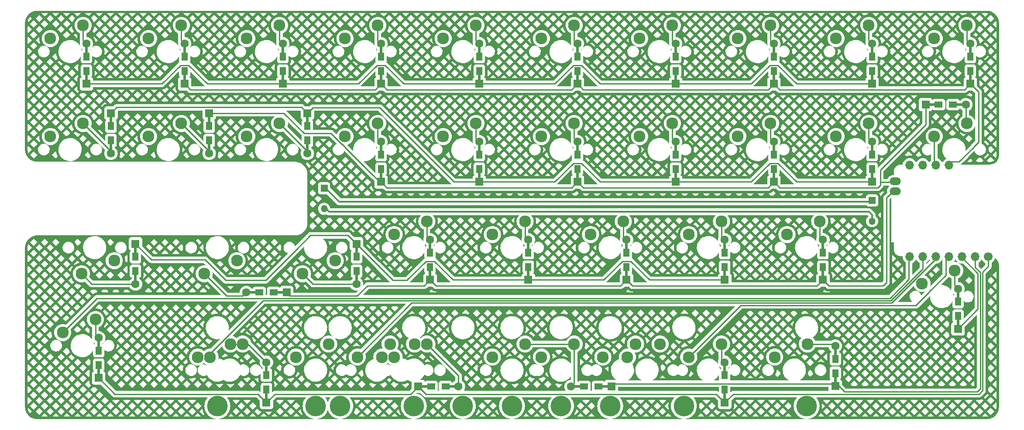
<source format=gbr>
%TF.GenerationSoftware,KiCad,Pcbnew,(7.0.0)*%
%TF.CreationDate,2023-06-07T21:16:18+02:00*%
%TF.ProjectId,pandemonium,70616e64-656d-46f6-9e69-756d2e6b6963,rev?*%
%TF.SameCoordinates,Original*%
%TF.FileFunction,Copper,L2,Bot*%
%TF.FilePolarity,Positive*%
%FSLAX46Y46*%
G04 Gerber Fmt 4.6, Leading zero omitted, Abs format (unit mm)*
G04 Created by KiCad (PCBNEW (7.0.0)) date 2023-06-07 21:16:18*
%MOMM*%
%LPD*%
G01*
G04 APERTURE LIST*
%TA.AperFunction,SMDPad,CuDef*%
%ADD10R,1.200000X1.600000*%
%TD*%
%TA.AperFunction,SMDPad,CuDef*%
%ADD11R,0.500000X2.900000*%
%TD*%
%TA.AperFunction,ComponentPad*%
%ADD12R,1.600000X1.600000*%
%TD*%
%TA.AperFunction,ComponentPad*%
%ADD13C,1.600000*%
%TD*%
%TA.AperFunction,ComponentPad*%
%ADD14C,2.300000*%
%TD*%
%TA.AperFunction,ComponentPad*%
%ADD15C,4.000000*%
%TD*%
%TA.AperFunction,SMDPad,CuDef*%
%ADD16R,1.600000X1.200000*%
%TD*%
%TA.AperFunction,SMDPad,CuDef*%
%ADD17R,2.900000X0.500000*%
%TD*%
%TA.AperFunction,ComponentPad*%
%ADD18R,1.350000X1.350000*%
%TD*%
%TA.AperFunction,ComponentPad*%
%ADD19O,1.350000X1.350000*%
%TD*%
%TA.AperFunction,ComponentPad*%
%ADD20C,1.700000*%
%TD*%
%TA.AperFunction,ComponentPad*%
%ADD21O,1.700000X1.700000*%
%TD*%
%TA.AperFunction,ComponentPad*%
%ADD22O,2.200000X1.500000*%
%TD*%
%TA.AperFunction,Conductor*%
%ADD23C,0.250000*%
%TD*%
%TA.AperFunction,Conductor*%
%ADD24C,0.350000*%
%TD*%
G04 APERTURE END LIST*
D10*
%TO.P,D6,1,K*%
%TO.N,ROW5*%
X149224999Y-75218749D03*
D11*
X149224999Y-76318749D03*
D12*
X149224999Y-77718749D03*
D13*
%TO.P,D6,2,A*%
%TO.N,Net-(D6-A)*%
X149225000Y-69918750D03*
D11*
X149224999Y-71318749D03*
D10*
X149224999Y-72418749D03*
%TD*%
D14*
%TO.P,MX42,1,1*%
%TO.N,COL3*%
X144621250Y-92710000D03*
%TO.P,MX42,2,2*%
%TO.N,Net-(D40-A)*%
X150971250Y-90170000D03*
%TD*%
%TO.P,MX14,1,1*%
%TO.N,COL1*%
X66040000Y-92710000D03*
%TO.P,MX14,2,2*%
%TO.N,Net-(D14-A)*%
X72390000Y-90170000D03*
%TD*%
D10*
%TO.P,D17,1,K*%
%TO.N,ROW2*%
X87312499Y-47812499D03*
D11*
X87312499Y-46712499D03*
D12*
X87312499Y-45312499D03*
D13*
%TO.P,D17,2,A*%
%TO.N,Net-(D17-A)*%
X87312500Y-53112500D03*
D11*
X87312499Y-51712499D03*
D10*
X87312499Y-50612499D03*
%TD*%
D14*
%TO.P,MX5,1,1*%
%TO.N,COL0*%
X49847500Y-73977500D03*
%TO.P,MX5,2,2*%
%TO.N,Net-(D5-A)*%
X43497500Y-76517500D03*
%TD*%
%TO.P,MX12,1,1*%
%TO.N,COL0*%
X73660000Y-73977500D03*
%TO.P,MX12,2,2*%
%TO.N,Net-(D12-A)*%
X67310000Y-76517500D03*
%TD*%
D15*
%TO.P,S2,*%
%TO.N,*%
X127000000Y-102235000D03*
X88900000Y-102235000D03*
%TD*%
D10*
%TO.P,D35,1,K*%
%TO.N,ROW4*%
X130174999Y-75218749D03*
D11*
X130174999Y-76318749D03*
D12*
X130174999Y-77718749D03*
D13*
%TO.P,D35,2,A*%
%TO.N,Net-(D35-A)*%
X130175000Y-69918750D03*
D11*
X130174999Y-71318749D03*
D10*
X130174999Y-72418749D03*
%TD*%
%TO.P,D9,1,K*%
%TO.N,ROW0*%
X158749999Y-37118749D03*
D11*
X158749999Y-38218749D03*
D12*
X158749999Y-39618749D03*
D13*
%TO.P,D9,2,A*%
%TO.N,Net-(D9-A)*%
X158750000Y-31818750D03*
D11*
X158749999Y-33218749D03*
D10*
X158749999Y-34318749D03*
%TD*%
D16*
%TO.P,D24,1,K*%
%TO.N,ROW7*%
X143766999Y-98424999D03*
D17*
X144866999Y-98424999D03*
D12*
X146266999Y-98424999D03*
D13*
%TO.P,D24,2,A*%
%TO.N,Net-(D24-A)*%
X138467000Y-98425000D03*
D17*
X139866999Y-98424999D03*
D16*
X140966999Y-98424999D03*
%TD*%
D14*
%TO.P,MX35,1,1*%
%TO.N,COL2*%
X85090000Y-92710000D03*
%TO.P,MX35,2,2*%
%TO.N,Net-(D21-A)*%
X91440000Y-90170000D03*
%TD*%
D10*
%TO.P,D31,1,K*%
%TO.N,ROW2*%
X196849999Y-56168749D03*
D11*
X196849999Y-57268749D03*
D12*
X196849999Y-58668749D03*
D13*
%TO.P,D31,2,A*%
%TO.N,Net-(D31-A)*%
X196850000Y-50868750D03*
D11*
X196849999Y-52268749D03*
D10*
X196849999Y-53368749D03*
%TD*%
D14*
%TO.P,MX43,1,1*%
%TO.N,COL3*%
X149383750Y-92710000D03*
%TO.P,MX43,2,2*%
%TO.N,Net-(D40-A)*%
X155733750Y-90170000D03*
%TD*%
%TO.P,MX26,1,1*%
%TO.N,COL1*%
X104140000Y-68897500D03*
%TO.P,MX26,2,2*%
%TO.N,Net-(D34-A)*%
X110490000Y-66357500D03*
%TD*%
D10*
%TO.P,D13,1,K*%
%TO.N,ROW4*%
X168274999Y-75218749D03*
D11*
X168274999Y-76318749D03*
D12*
X168274999Y-77718749D03*
D13*
%TO.P,D13,2,A*%
%TO.N,Net-(D13-A)*%
X168275000Y-69918750D03*
D11*
X168274999Y-71318749D03*
D10*
X168274999Y-72418749D03*
%TD*%
D14*
%TO.P,MX16,1,1*%
%TO.N,COL3*%
X170815000Y-30797500D03*
%TO.P,MX16,2,2*%
%TO.N,Net-(D16-A)*%
X177165000Y-28257500D03*
%TD*%
D10*
%TO.P,D18,1,K*%
%TO.N,ROW3*%
X177799999Y-56168749D03*
D11*
X177799999Y-57268749D03*
D12*
X177799999Y-58668749D03*
D13*
%TO.P,D18,2,A*%
%TO.N,Net-(D18-A)*%
X177800000Y-50868750D03*
D11*
X177799999Y-52268749D03*
D10*
X177799999Y-53368749D03*
%TD*%
D16*
%TO.P,D12,1,K*%
%TO.N,ROW5*%
X80774999Y-80168749D03*
D17*
X81874999Y-80168749D03*
D12*
X83274999Y-80168749D03*
D13*
%TO.P,D12,2,A*%
%TO.N,Net-(D12-A)*%
X75475000Y-80168750D03*
D17*
X76874999Y-80168749D03*
D16*
X77974999Y-80168749D03*
%TD*%
D14*
%TO.P,MX31,1,1*%
%TO.N,COL2*%
X113665000Y-49847500D03*
%TO.P,MX31,2,2*%
%TO.N,Net-(D29-A)*%
X120015000Y-47307500D03*
%TD*%
%TO.P,MX29,1,1*%
%TO.N,COL2*%
X113665000Y-30797500D03*
%TO.P,MX29,2,2*%
%TO.N,Net-(D23-A)*%
X120015000Y-28257500D03*
%TD*%
%TO.P,MX36,1,1*%
%TO.N,COL1*%
X68421250Y-92710000D03*
%TO.P,MX36,2,2*%
%TO.N,Net-(D14-A)*%
X74771250Y-90170000D03*
%TD*%
D10*
%TO.P,D20,1,K*%
%TO.N,ROW5*%
X187324999Y-75218749D03*
D11*
X187324999Y-76318749D03*
D12*
X187324999Y-77718749D03*
D13*
%TO.P,D20,2,A*%
%TO.N,Net-(D20-A)*%
X187325000Y-69918750D03*
D11*
X187324999Y-71318749D03*
D10*
X187324999Y-72418749D03*
%TD*%
%TO.P,D37,1,K*%
%TO.N,ROW4*%
X213518749Y-84743749D03*
D11*
X213518749Y-85843749D03*
D12*
X213518749Y-87243749D03*
D13*
%TO.P,D37,2,A*%
%TO.N,Net-(D37-A)*%
X213518750Y-79443750D03*
D11*
X213518749Y-80843749D03*
D10*
X213518749Y-81943749D03*
%TD*%
D16*
%TO.P,D32,1,K*%
%TO.N,ROW3*%
X209737499Y-43656249D03*
D17*
X208637499Y-43656249D03*
D12*
X207237499Y-43656249D03*
D13*
%TO.P,D32,2,A*%
%TO.N,Net-(D32-A)*%
X215037500Y-43656250D03*
D17*
X213637499Y-43656249D03*
D16*
X212537499Y-43656249D03*
%TD*%
D10*
%TO.P,D29,1,K*%
%TO.N,ROW2*%
X120649999Y-56168749D03*
D11*
X120649999Y-57268749D03*
D12*
X120649999Y-58668749D03*
D13*
%TO.P,D29,2,A*%
%TO.N,Net-(D29-A)*%
X120650000Y-50868750D03*
D11*
X120649999Y-52268749D03*
D10*
X120649999Y-53368749D03*
%TD*%
%TO.P,D2,1,K*%
%TO.N,ROW1*%
X139699999Y-37118749D03*
D11*
X139699999Y-38218749D03*
D12*
X139699999Y-39618749D03*
D13*
%TO.P,D2,2,A*%
%TO.N,Net-(D2-A)*%
X139700000Y-31818750D03*
D11*
X139699999Y-33218749D03*
D10*
X139699999Y-34318749D03*
%TD*%
D14*
%TO.P,MX8,1,1*%
%TO.N,COL0*%
X56515000Y-30797500D03*
%TO.P,MX8,2,2*%
%TO.N,Net-(D8-A)*%
X62865000Y-28257500D03*
%TD*%
%TO.P,MX37,1,1*%
%TO.N,COL2*%
X101758750Y-92710000D03*
%TO.P,MX37,2,2*%
%TO.N,Net-(D21-A)*%
X108108750Y-90170000D03*
%TD*%
D10*
%TO.P,D15,1,K*%
%TO.N,ROW0*%
X82549999Y-37118749D03*
D11*
X82549999Y-38218749D03*
D12*
X82549999Y-39618749D03*
D13*
%TO.P,D15,2,A*%
%TO.N,Net-(D15-A)*%
X82550000Y-31818750D03*
D11*
X82549999Y-33218749D03*
D10*
X82549999Y-34318749D03*
%TD*%
D15*
%TO.P,S3,*%
%TO.N,*%
X184150000Y-102235000D03*
X146050000Y-102235000D03*
%TD*%
D14*
%TO.P,MX18,1,1*%
%TO.N,COL3*%
X170815000Y-49847500D03*
%TO.P,MX18,2,2*%
%TO.N,Net-(D18-A)*%
X177165000Y-47307500D03*
%TD*%
D10*
%TO.P,D28,1,K*%
%TO.N,ROW3*%
X101599999Y-56168749D03*
D11*
X101599999Y-57268749D03*
D12*
X101599999Y-58668749D03*
D13*
%TO.P,D28,2,A*%
%TO.N,Net-(D28-A)*%
X101600000Y-50868750D03*
D11*
X101599999Y-52268749D03*
D10*
X101599999Y-53368749D03*
%TD*%
%TO.P,D34,1,K*%
%TO.N,ROW5*%
X111124999Y-75218749D03*
D11*
X111124999Y-76318749D03*
D12*
X111124999Y-77718749D03*
D13*
%TO.P,D34,2,A*%
%TO.N,Net-(D34-A)*%
X111125000Y-69918750D03*
D11*
X111124999Y-71318749D03*
D10*
X111124999Y-72418749D03*
%TD*%
D14*
%TO.P,MX24,1,1*%
%TO.N,COL1*%
X94615000Y-49847500D03*
%TO.P,MX24,2,2*%
%TO.N,Net-(D28-A)*%
X100965000Y-47307500D03*
%TD*%
D10*
%TO.P,D16,1,K*%
%TO.N,ROW1*%
X177799999Y-37118749D03*
D11*
X177799999Y-38218749D03*
D12*
X177799999Y-39618749D03*
D13*
%TO.P,D16,2,A*%
%TO.N,Net-(D16-A)*%
X177800000Y-31818750D03*
D11*
X177799999Y-33218749D03*
D10*
X177799999Y-34318749D03*
%TD*%
D14*
%TO.P,MX44,1,1*%
%TO.N,COL3*%
X177958750Y-92710000D03*
%TO.P,MX44,2,2*%
%TO.N,Net-(D27-A)*%
X184308750Y-90170000D03*
%TD*%
%TO.P,MX19,1,1*%
%TO.N,COL1*%
X92710000Y-73977500D03*
%TO.P,MX19,2,2*%
%TO.N,Net-(D19-A)*%
X86360000Y-76517500D03*
%TD*%
%TO.P,MX21,1,1*%
%TO.N,COL2*%
X104140000Y-92710000D03*
%TO.P,MX21,2,2*%
%TO.N,Net-(D21-A)*%
X110490000Y-90170000D03*
%TD*%
%TO.P,MX15,1,1*%
%TO.N,COL1*%
X75565000Y-30797500D03*
%TO.P,MX15,2,2*%
%TO.N,Net-(D15-A)*%
X81915000Y-28257500D03*
%TD*%
D10*
%TO.P,D40,1,K*%
%TO.N,ROW6*%
X168274999Y-99031249D03*
D11*
X168274999Y-100131249D03*
D12*
X168274999Y-101531249D03*
D13*
%TO.P,D40,2,A*%
%TO.N,Net-(D40-A)*%
X168275000Y-93731250D03*
D11*
X168274999Y-95131249D03*
D10*
X168274999Y-96231249D03*
%TD*%
D14*
%TO.P,MX4,1,1*%
%TO.N,COL2*%
X132715000Y-49847500D03*
%TO.P,MX4,2,2*%
%TO.N,Net-(D4-A)*%
X139065000Y-47307500D03*
%TD*%
%TO.P,MX2,1,1*%
%TO.N,COL2*%
X132715000Y-30797500D03*
%TO.P,MX2,2,2*%
%TO.N,Net-(D2-A)*%
X139065000Y-28257500D03*
%TD*%
D10*
%TO.P,D23,1,K*%
%TO.N,ROW0*%
X120649999Y-37118749D03*
D11*
X120649999Y-38218749D03*
D12*
X120649999Y-39618749D03*
D13*
%TO.P,D23,2,A*%
%TO.N,Net-(D23-A)*%
X120650000Y-31818750D03*
D11*
X120649999Y-33218749D03*
D10*
X120649999Y-34318749D03*
%TD*%
D14*
%TO.P,MX11,1,1*%
%TO.N,COL3*%
X151765000Y-49847500D03*
%TO.P,MX11,2,2*%
%TO.N,Net-(D11-A)*%
X158115000Y-47307500D03*
%TD*%
%TO.P,MX9,1,1*%
%TO.N,COL3*%
X151765000Y-30797500D03*
%TO.P,MX9,2,2*%
%TO.N,Net-(D9-A)*%
X158115000Y-28257500D03*
%TD*%
%TO.P,MX38,1,1*%
%TO.N,COL2*%
X96996250Y-92710000D03*
%TO.P,MX38,2,2*%
%TO.N,Net-(D21-A)*%
X103346250Y-90170000D03*
%TD*%
D10*
%TO.P,D4,1,K*%
%TO.N,ROW3*%
X139699999Y-56168749D03*
D11*
X139699999Y-57268749D03*
D12*
X139699999Y-58668749D03*
D13*
%TO.P,D4,2,A*%
%TO.N,Net-(D4-A)*%
X139700000Y-50868750D03*
D11*
X139699999Y-52268749D03*
D10*
X139699999Y-53368749D03*
%TD*%
D15*
%TO.P,S8,*%
%TO.N,*%
X184150000Y-102235000D03*
X88900000Y-102235000D03*
%TD*%
D14*
%TO.P,MX20,1,1*%
%TO.N,COL3*%
X180340000Y-68897500D03*
%TO.P,MX20,2,2*%
%TO.N,Net-(D20-A)*%
X186690000Y-66357500D03*
%TD*%
D10*
%TO.P,D11,1,K*%
%TO.N,ROW2*%
X158749999Y-56168749D03*
D11*
X158749999Y-57268749D03*
D12*
X158749999Y-58668749D03*
D13*
%TO.P,D11,2,A*%
%TO.N,Net-(D11-A)*%
X158750000Y-50868750D03*
D11*
X158749999Y-52268749D03*
D10*
X158749999Y-53368749D03*
%TD*%
%TO.P,D3,1,K*%
%TO.N,ROW2*%
X49212499Y-47812499D03*
D11*
X49212499Y-46712499D03*
D12*
X49212499Y-45312499D03*
D13*
%TO.P,D3,2,A*%
%TO.N,Net-(D3-A)*%
X49212500Y-53112500D03*
D11*
X49212499Y-51712499D03*
D10*
X49212499Y-50612499D03*
%TD*%
D14*
%TO.P,MX3,1,1*%
%TO.N,COL0*%
X37465000Y-49847500D03*
%TO.P,MX3,2,2*%
%TO.N,Net-(D3-A)*%
X43815000Y-47307500D03*
%TD*%
D10*
%TO.P,D25,1,K*%
%TO.N,ROW0*%
X196849999Y-37118749D03*
D11*
X196849999Y-38218749D03*
D12*
X196849999Y-39618749D03*
D13*
%TO.P,D25,2,A*%
%TO.N,Net-(D25-A)*%
X196850000Y-31818750D03*
D11*
X196849999Y-33218749D03*
D10*
X196849999Y-34318749D03*
%TD*%
%TO.P,D19,1,K*%
%TO.N,ROW4*%
X96837499Y-73212499D03*
D11*
X96837499Y-72112499D03*
D12*
X96837499Y-70712499D03*
D13*
%TO.P,D19,2,A*%
%TO.N,Net-(D19-A)*%
X96837500Y-78512500D03*
D11*
X96837499Y-77112499D03*
D10*
X96837499Y-76012499D03*
%TD*%
%TO.P,D14,1,K*%
%TO.N,ROW6*%
X79374999Y-99031249D03*
D11*
X79374999Y-100131249D03*
D12*
X79374999Y-101531249D03*
D13*
%TO.P,D14,2,A*%
%TO.N,Net-(D14-A)*%
X79375000Y-93731250D03*
D11*
X79374999Y-95131249D03*
D10*
X79374999Y-96231249D03*
%TD*%
%TO.P,D22,1,K*%
%TO.N,ROW1*%
X101599999Y-37118749D03*
D11*
X101599999Y-38218749D03*
D12*
X101599999Y-39618749D03*
D13*
%TO.P,D22,2,A*%
%TO.N,Net-(D22-A)*%
X101600000Y-31818750D03*
D11*
X101599999Y-33218749D03*
D10*
X101599999Y-34318749D03*
%TD*%
D14*
%TO.P,MX30,1,1*%
%TO.N,COL4*%
X208915000Y-30797500D03*
%TO.P,MX30,2,2*%
%TO.N,Net-(D26-A)*%
X215265000Y-28257500D03*
%TD*%
%TO.P,MX39,1,1*%
%TO.N,COL2*%
X123190000Y-92710000D03*
%TO.P,MX39,2,2*%
%TO.N,Net-(D24-A)*%
X129540000Y-90170000D03*
%TD*%
D15*
%TO.P,S6,*%
%TO.N,*%
X117475000Y-102235000D03*
X93662500Y-102235000D03*
%TD*%
D14*
%TO.P,MX6,1,1*%
%TO.N,COL2*%
X142240000Y-68897500D03*
%TO.P,MX6,2,2*%
%TO.N,Net-(D6-A)*%
X148590000Y-66357500D03*
%TD*%
D15*
%TO.P,S4,*%
%TO.N,*%
X107950000Y-102235000D03*
X69850000Y-102235000D03*
%TD*%
D10*
%TO.P,D1,1,K*%
%TO.N,ROW0*%
X44449999Y-37118749D03*
D11*
X44449999Y-38218749D03*
D12*
X44449999Y-39618749D03*
D13*
%TO.P,D1,2,A*%
%TO.N,Net-(D1-A)*%
X44450000Y-31818750D03*
D11*
X44449999Y-33218749D03*
D10*
X44449999Y-34318749D03*
%TD*%
%TO.P,D10,1,K*%
%TO.N,ROW3*%
X68262499Y-47812499D03*
D11*
X68262499Y-46712499D03*
D12*
X68262499Y-45312499D03*
D13*
%TO.P,D10,2,A*%
%TO.N,Net-(D10-A)*%
X68262500Y-53112500D03*
D11*
X68262499Y-51712499D03*
D10*
X68262499Y-50612499D03*
%TD*%
D14*
%TO.P,MX10,1,1*%
%TO.N,COL0*%
X56515000Y-49847500D03*
%TO.P,MX10,2,2*%
%TO.N,Net-(D10-A)*%
X62865000Y-47307500D03*
%TD*%
%TO.P,MX17,1,1*%
%TO.N,COL1*%
X75565000Y-49847500D03*
%TO.P,MX17,2,2*%
%TO.N,Net-(D17-A)*%
X81915000Y-47307500D03*
%TD*%
%TO.P,MX27,1,1*%
%TO.N,COL4*%
X206533750Y-78422500D03*
%TO.P,MX27,2,2*%
%TO.N,Net-(D37-A)*%
X212883750Y-75882500D03*
%TD*%
D15*
%TO.P,S9,*%
%TO.N,*%
X184150000Y-102235000D03*
X69850000Y-102235000D03*
%TD*%
D10*
%TO.P,D7,1,K*%
%TO.N,ROW6*%
X46831249Y-94268749D03*
D11*
X46831249Y-95368749D03*
D12*
X46831249Y-96768749D03*
D13*
%TO.P,D7,2,A*%
%TO.N,Net-(D7-A)*%
X46831250Y-88968750D03*
D11*
X46831249Y-90368749D03*
D10*
X46831249Y-91468749D03*
%TD*%
D14*
%TO.P,MX23,1,1*%
%TO.N,COL4*%
X189865000Y-30797500D03*
%TO.P,MX23,2,2*%
%TO.N,Net-(D25-A)*%
X196215000Y-28257500D03*
%TD*%
%TO.P,MX1,1,1*%
%TO.N,COL0*%
X37465000Y-30797500D03*
%TO.P,MX1,2,2*%
%TO.N,Net-(D1-A)*%
X43815000Y-28257500D03*
%TD*%
%TO.P,MX22,1,1*%
%TO.N,COL1*%
X94615000Y-30797500D03*
%TO.P,MX22,2,2*%
%TO.N,Net-(D22-A)*%
X100965000Y-28257500D03*
%TD*%
D18*
%TO.P,J2,1,Pin_1*%
%TO.N,-BATT*%
X196849999Y-62293749D03*
D19*
%TO.P,J2,2,Pin_2*%
%TO.N,+BATT*%
X196849999Y-66293749D03*
%TD*%
D10*
%TO.P,D5,1,K*%
%TO.N,ROW4*%
X53974999Y-73212499D03*
D11*
X53974999Y-72112499D03*
D12*
X53974999Y-70712499D03*
D13*
%TO.P,D5,2,A*%
%TO.N,Net-(D5-A)*%
X53975000Y-78512500D03*
D11*
X53974999Y-77112499D03*
D10*
X53974999Y-76012499D03*
%TD*%
%TO.P,D27,1,K*%
%TO.N,ROW7*%
X189706249Y-95856249D03*
D11*
X189706249Y-96956249D03*
D12*
X189706249Y-98356249D03*
D13*
%TO.P,D27,2,A*%
%TO.N,Net-(D27-A)*%
X189706250Y-90556250D03*
D11*
X189706249Y-91956249D03*
D10*
X189706249Y-93056249D03*
%TD*%
D16*
%TO.P,D21,1,K*%
%TO.N,ROW6*%
X111312499Y-98424999D03*
D17*
X110212499Y-98424999D03*
D12*
X108812499Y-98424999D03*
D13*
%TO.P,D21,2,A*%
%TO.N,Net-(D21-A)*%
X116612500Y-98425000D03*
D17*
X115212499Y-98424999D03*
D16*
X114112499Y-98424999D03*
%TD*%
D14*
%TO.P,MX25,1,1*%
%TO.N,COL4*%
X189865000Y-49847500D03*
%TO.P,MX25,2,2*%
%TO.N,Net-(D31-A)*%
X196215000Y-47307500D03*
%TD*%
D10*
%TO.P,D8,1,K*%
%TO.N,ROW1*%
X63499999Y-37118749D03*
D11*
X63499999Y-38218749D03*
D12*
X63499999Y-39618749D03*
D13*
%TO.P,D8,2,A*%
%TO.N,Net-(D8-A)*%
X63500000Y-31818750D03*
D11*
X63499999Y-33218749D03*
D10*
X63499999Y-34318749D03*
%TD*%
D15*
%TO.P,S7,*%
%TO.N,*%
X160337500Y-102235000D03*
X136525000Y-102235000D03*
%TD*%
D10*
%TO.P,D26,1,K*%
%TO.N,ROW1*%
X215899999Y-37118749D03*
D11*
X215899999Y-38218749D03*
D12*
X215899999Y-39618749D03*
D13*
%TO.P,D26,2,A*%
%TO.N,Net-(D26-A)*%
X215900000Y-31818750D03*
D11*
X215899999Y-33218749D03*
D10*
X215899999Y-34318749D03*
%TD*%
D14*
%TO.P,MX28,1,1*%
%TO.N,COL3*%
X161290000Y-92710000D03*
%TO.P,MX28,2,2*%
%TO.N,Net-(D40-A)*%
X167640000Y-90170000D03*
%TD*%
%TO.P,MX32,1,1*%
%TO.N,COL4*%
X208915000Y-49847500D03*
%TO.P,MX32,2,2*%
%TO.N,Net-(D32-A)*%
X215265000Y-47307500D03*
%TD*%
%TO.P,MX7,1,1*%
%TO.N,COL0*%
X39846250Y-87947500D03*
%TO.P,MX7,2,2*%
%TO.N,Net-(D7-A)*%
X46196250Y-85407500D03*
%TD*%
%TO.P,MX33,1,1*%
%TO.N,COL2*%
X123190000Y-68897500D03*
%TO.P,MX33,2,2*%
%TO.N,Net-(D35-A)*%
X129540000Y-66357500D03*
%TD*%
%TO.P,MX34,1,1*%
%TO.N,COL2*%
X132715000Y-92710000D03*
%TO.P,MX34,2,2*%
%TO.N,Net-(D24-A)*%
X139065000Y-90170000D03*
%TD*%
%TO.P,MX13,1,1*%
%TO.N,COL3*%
X161290000Y-68897500D03*
%TO.P,MX13,2,2*%
%TO.N,Net-(D13-A)*%
X167640000Y-66357500D03*
%TD*%
D20*
%TO.P,J1,1,Pin_1*%
%TO.N,ROW6*%
X219386662Y-73189580D03*
D21*
%TO.P,J1,2,Pin_2*%
%TO.N,ROW7*%
X216846661Y-73189579D03*
%TO.P,J1,3,Pin_3*%
%TO.N,ROW4*%
X214306661Y-73189579D03*
%TO.P,J1,4,Pin_4*%
%TO.N,COL3*%
X211766661Y-73189579D03*
%TO.P,J1,5,Pin_5*%
%TO.N,COL2*%
X209226661Y-73189579D03*
%TO.P,J1,6,Pin_6*%
%TO.N,COL1*%
X206686661Y-73189579D03*
%TO.P,J1,7,Pin_7*%
%TO.N,COL0*%
X204146661Y-73189579D03*
D22*
%TO.P,J1,8,Pin_8*%
%TO.N,ROW5*%
X201352661Y-60489579D03*
%TO.P,J1,9,Pin_9*%
%TO.N,ROW3*%
X201352661Y-58584579D03*
D21*
%TO.P,J1,18,Pin_18*%
%TO.N,ROW2*%
X204146661Y-55409579D03*
%TO.P,J1,19,Pin_19*%
%TO.N,ROW0*%
X206686661Y-55409579D03*
%TO.P,J1,20,Pin_20*%
%TO.N,COL4*%
X209226661Y-55409579D03*
%TO.P,J1,21,Pin_21*%
%TO.N,ROW1*%
X211766661Y-55409579D03*
%TD*%
D18*
%TO.P,J3,1,Pin_1*%
%TO.N,-BATT*%
X90556249Y-59912499D03*
D19*
%TO.P,J3,2,Pin_2*%
%TO.N,+BATT*%
X90556249Y-63912499D03*
%TD*%
D23*
%TO.N,ROW0*%
X135281250Y-39618750D02*
X138906250Y-35993750D01*
X138906250Y-35993750D02*
X140493750Y-35993750D01*
X177006250Y-35993750D02*
X178593750Y-35993750D01*
X120650000Y-39618750D02*
X135281250Y-39618750D01*
X106018750Y-39618750D02*
X102393750Y-35993750D01*
X173381250Y-39618750D02*
X177006250Y-35993750D01*
X120650000Y-39618750D02*
X106018750Y-39618750D01*
X67918750Y-39618750D02*
X64293750Y-35993750D01*
X182218750Y-39618750D02*
X178593750Y-35993750D01*
X62706250Y-35993750D02*
X64293750Y-35993750D01*
X59081250Y-39618750D02*
X62706250Y-35993750D01*
X82550000Y-39618750D02*
X67918750Y-39618750D01*
X158750000Y-39618750D02*
X173381250Y-39618750D01*
X144118750Y-39618750D02*
X140493750Y-35993750D01*
X82550000Y-39618750D02*
X97181250Y-39618750D01*
X158750000Y-39618750D02*
X144118750Y-39618750D01*
X97181250Y-39618750D02*
X100806250Y-35993750D01*
X100806250Y-35993750D02*
X102393750Y-35993750D01*
X196850000Y-39618750D02*
X182218750Y-39618750D01*
X44450000Y-39618750D02*
X59081250Y-39618750D01*
%TO.N,Net-(D1-A)*%
X43815000Y-31183750D02*
X44450000Y-31818750D01*
X43815000Y-28257500D02*
X43815000Y-31183750D01*
%TO.N,ROW1*%
X212183822Y-54768750D02*
X213693881Y-54768750D01*
X211766443Y-55186129D02*
X212183822Y-54768750D01*
X177800000Y-39618750D02*
X178925000Y-40743750D01*
X64625000Y-40743750D02*
X100475000Y-40743750D01*
X217502102Y-41220852D02*
X215900000Y-39618750D01*
X139700000Y-39618750D02*
X140825000Y-40743750D01*
X217502102Y-50922631D02*
X217502102Y-41220852D01*
X63500000Y-39618750D02*
X64625000Y-40743750D01*
X101600000Y-39618750D02*
X102725000Y-40743750D01*
X100475000Y-40743750D02*
X101600000Y-39618750D01*
X213693881Y-54768750D02*
X216555000Y-51907631D01*
X214775000Y-40743750D02*
X215900000Y-39618750D01*
X178925000Y-40743750D02*
X214775000Y-40743750D01*
X138575000Y-40743750D02*
X139700000Y-39618750D01*
X216555000Y-51907631D02*
X216555000Y-51869733D01*
X216555000Y-51869733D02*
X217502102Y-50922631D01*
X140825000Y-40743750D02*
X176675000Y-40743750D01*
X102725000Y-40743750D02*
X138575000Y-40743750D01*
X176675000Y-40743750D02*
X177800000Y-39618750D01*
%TO.N,Net-(D2-A)*%
X139065000Y-31183750D02*
X139700000Y-31818750D01*
X139065000Y-28257500D02*
X139065000Y-31183750D01*
%TO.N,ROW2*%
X86187500Y-44187500D02*
X87312500Y-45312500D01*
X135281250Y-58668750D02*
X138906250Y-55043750D01*
X173381250Y-58668750D02*
X177006250Y-55043750D01*
X182218750Y-58668750D02*
X178593750Y-55043750D01*
X144118750Y-58668750D02*
X140493750Y-55043750D01*
X177006250Y-55043750D02*
X178593750Y-55043750D01*
X49212500Y-45312500D02*
X50337500Y-44187500D01*
X196850000Y-58668750D02*
X182218750Y-58668750D01*
X120650000Y-58668750D02*
X135281250Y-58668750D01*
X158750000Y-58668750D02*
X144118750Y-58668750D01*
X88380759Y-44244241D02*
X87312500Y-45312500D01*
X115750000Y-58668750D02*
X101325491Y-44244241D01*
X158750000Y-58668750D02*
X173381250Y-58668750D01*
X120650000Y-58668750D02*
X115750000Y-58668750D01*
X101325491Y-44244241D02*
X88380759Y-44244241D01*
X138906250Y-55043750D02*
X140493750Y-55043750D01*
X50337500Y-44187500D02*
X86187500Y-44187500D01*
%TO.N,Net-(D3-A)*%
X49212500Y-52705000D02*
X49212500Y-53112500D01*
X43815000Y-47307500D02*
X49212500Y-52705000D01*
%TO.N,ROW3*%
X177800000Y-58668750D02*
X178925000Y-59793750D01*
X94004034Y-51322500D02*
X94047767Y-51322500D01*
X68262500Y-45312500D02*
X82762500Y-45312500D01*
X140825000Y-59793750D02*
X176675000Y-59793750D01*
X198437500Y-59331250D02*
X198437500Y-58737500D01*
X99924934Y-57237566D02*
X101356118Y-58668750D01*
X102725000Y-59793750D02*
X138575000Y-59793750D01*
X101600000Y-58668750D02*
X102725000Y-59793750D01*
X178925000Y-59793750D02*
X197975000Y-59793750D01*
X207237500Y-47556250D02*
X207237500Y-43656250D01*
X198437500Y-58737500D02*
X198437500Y-56356250D01*
X94595000Y-51869733D02*
X94595000Y-51907631D01*
X139700000Y-58668750D02*
X140825000Y-59793750D01*
X198437500Y-56356250D02*
X207237500Y-47556250D01*
X99924934Y-57237566D02*
X101356119Y-58668750D01*
X207237500Y-43656250D02*
X207962500Y-43656250D01*
X198437500Y-58737500D02*
X200946417Y-58737500D01*
X94595000Y-51907631D02*
X99924934Y-57237566D01*
X197975000Y-59793750D02*
X198437500Y-59331250D01*
X91894034Y-49212500D02*
X94004034Y-51322500D01*
X200946417Y-58737500D02*
X200946589Y-58584126D01*
X101356118Y-58668750D02*
X101600000Y-58668750D01*
X176675000Y-59793750D02*
X177800000Y-58668750D01*
X86662500Y-49212500D02*
X91894034Y-49212500D01*
X94047767Y-51322500D02*
X94595000Y-51869733D01*
X82762500Y-45312500D02*
X86662500Y-49212500D01*
X138575000Y-59793750D02*
X139700000Y-58668750D01*
%TO.N,Net-(D4-A)*%
X139065000Y-50233750D02*
X139700000Y-50868750D01*
X139065000Y-47307500D02*
X139065000Y-50233750D01*
%TO.N,ROW4*%
X217381250Y-83381250D02*
X217381250Y-76468725D01*
X57068900Y-73806400D02*
X67468750Y-73806400D01*
X79237766Y-77787500D02*
X85070000Y-71955267D01*
X130175000Y-77718750D02*
X144806250Y-77718750D01*
X111918750Y-74093750D02*
X115543750Y-77718750D01*
X87918769Y-69068600D02*
X95193600Y-69068600D01*
X213518750Y-87243750D02*
X217381250Y-83381250D01*
X168275000Y-77718750D02*
X153643750Y-77718750D01*
X53975000Y-70712500D02*
X57068900Y-73806400D01*
X214306662Y-73394137D02*
X214306662Y-73208425D01*
X87918769Y-69068600D02*
X85070000Y-71917369D01*
X103912500Y-77787500D02*
X106637500Y-77787500D01*
X217381250Y-76468725D02*
X214306662Y-73394137D01*
X71449850Y-77787500D02*
X67468750Y-73806400D01*
X144806250Y-77718750D02*
X148431250Y-74093750D01*
X110331250Y-74093750D02*
X111918750Y-74093750D01*
X79237766Y-77787500D02*
X71449850Y-77787500D01*
X85070000Y-71917369D02*
X85070000Y-71955267D01*
X115543750Y-77718750D02*
X130175000Y-77718750D01*
X96837500Y-70712500D02*
X103912500Y-77787500D01*
X106637500Y-77787500D02*
X110331250Y-74093750D01*
X148431250Y-74093750D02*
X150018750Y-74093750D01*
X153643750Y-77718750D02*
X150018750Y-74093750D01*
X95193600Y-69068600D02*
X96837500Y-70712500D01*
%TO.N,Net-(D5-A)*%
X45492500Y-78512500D02*
X53975000Y-78512500D01*
X43497500Y-76517500D02*
X45492500Y-78512500D01*
%TO.N,ROW5*%
X110000000Y-78843750D02*
X111125000Y-77718750D01*
X83275000Y-80168750D02*
X83950000Y-80843750D01*
X150350000Y-78843750D02*
X186200000Y-78843750D01*
X96956250Y-80843750D02*
X98956250Y-78843750D01*
X149225000Y-77718750D02*
X150350000Y-78843750D01*
X98956250Y-78843750D02*
X110000000Y-78843750D01*
X148100000Y-78843750D02*
X149225000Y-77718750D01*
X198968611Y-78843889D02*
X199641831Y-78170669D01*
X199641831Y-78170669D02*
X199641831Y-61791749D01*
X186200000Y-78843750D02*
X187325000Y-77718750D01*
X111125000Y-77718750D02*
X112250000Y-78843750D01*
X199641831Y-61791749D02*
X200944457Y-60489123D01*
X188450139Y-78843889D02*
X198968611Y-78843889D01*
X187325000Y-77718750D02*
X188450139Y-78843889D01*
X112250000Y-78843750D02*
X148100000Y-78843750D01*
X83950000Y-80843750D02*
X96956250Y-80843750D01*
%TO.N,Net-(D6-A)*%
X148590000Y-69283750D02*
X149225000Y-69918750D01*
X148590000Y-66357500D02*
X148590000Y-69283750D01*
%TO.N,ROW6*%
X166653750Y-99910000D02*
X168275000Y-101531250D01*
X169896250Y-99910000D02*
X217590000Y-99910000D01*
X110297500Y-99910000D02*
X166653750Y-99910000D01*
X46831250Y-96768750D02*
X49972500Y-99910000D01*
X77753750Y-99910000D02*
X79375000Y-101531250D01*
X218281250Y-99218750D02*
X218281250Y-76200000D01*
X107327500Y-99910000D02*
X108812500Y-98425000D01*
X168275000Y-101531250D02*
X169896250Y-99910000D01*
X80996250Y-99910000D02*
X107327500Y-99910000D01*
X218281250Y-76200000D02*
X219386662Y-75094588D01*
X217590000Y-99910000D02*
X218281250Y-99218750D01*
X49972500Y-99910000D02*
X77753750Y-99910000D01*
X79375000Y-101531250D02*
X80996250Y-99910000D01*
X108812500Y-98425000D02*
X110297500Y-99910000D01*
X219386662Y-75094588D02*
X219386662Y-73208425D01*
%TO.N,Net-(D7-A)*%
X46196250Y-88333750D02*
X46831250Y-88968750D01*
X46196250Y-85407500D02*
X46196250Y-88333750D01*
%TO.N,Net-(D8-A)*%
X62865000Y-28257500D02*
X62865000Y-31183750D01*
X62865000Y-31183750D02*
X63500000Y-31818750D01*
%TO.N,Net-(D9-A)*%
X158115000Y-31183750D02*
X158750000Y-31818750D01*
X158115000Y-28257500D02*
X158115000Y-31183750D01*
%TO.N,Net-(D10-A)*%
X62865000Y-47307500D02*
X68262500Y-52705000D01*
X68262500Y-52705000D02*
X68262500Y-53112500D01*
%TO.N,Net-(D11-A)*%
X158115000Y-50233750D02*
X158750000Y-50868750D01*
X158115000Y-47307500D02*
X158115000Y-50233750D01*
%TO.N,Net-(D12-A)*%
X71636250Y-80843750D02*
X74800000Y-80843750D01*
X74800000Y-80843750D02*
X75475000Y-80168750D01*
X67310000Y-76517500D02*
X71636250Y-80843750D01*
%TO.N,Net-(D13-A)*%
X167640000Y-66357500D02*
X167640000Y-69283750D01*
X167640000Y-69283750D02*
X168275000Y-69918750D01*
%TO.N,Net-(D14-A)*%
X74771250Y-90170000D02*
X75813750Y-90170000D01*
X75813750Y-90170000D02*
X79375000Y-93731250D01*
X72390000Y-90170000D02*
X74771250Y-90170000D01*
%TO.N,Net-(D15-A)*%
X81915000Y-28257500D02*
X81915000Y-31183750D01*
X81915000Y-31183750D02*
X82550000Y-31818750D01*
%TO.N,Net-(D16-A)*%
X177165000Y-31183750D02*
X177800000Y-31818750D01*
X177165000Y-28257500D02*
X177165000Y-31183750D01*
%TO.N,Net-(D17-A)*%
X81915000Y-47307500D02*
X87312500Y-52705000D01*
X87312500Y-52705000D02*
X87312500Y-53112500D01*
%TO.N,Net-(D18-A)*%
X177165000Y-50233750D02*
X177800000Y-50868750D01*
X177165000Y-47307500D02*
X177165000Y-50233750D01*
%TO.N,Net-(D19-A)*%
X88355000Y-78512500D02*
X96837500Y-78512500D01*
X86360000Y-76517500D02*
X88355000Y-78512500D01*
%TO.N,Net-(D20-A)*%
X186690000Y-69283750D02*
X187325000Y-69918750D01*
X186690000Y-66357500D02*
X186690000Y-69283750D01*
%TO.N,Net-(D21-A)*%
X110490000Y-90170000D02*
X116612500Y-96292500D01*
X116612500Y-96292500D02*
X116612500Y-98425000D01*
%TO.N,Net-(D22-A)*%
X100965000Y-28257500D02*
X100965000Y-31183750D01*
X100965000Y-31183750D02*
X101600000Y-31818750D01*
%TO.N,Net-(D23-A)*%
X120015000Y-28257500D02*
X120015000Y-31183750D01*
X120015000Y-31183750D02*
X120650000Y-31818750D01*
%TO.N,Net-(D25-A)*%
X196215000Y-31183750D02*
X196850000Y-31818750D01*
X196215000Y-28257500D02*
X196215000Y-31183750D01*
%TO.N,Net-(D26-A)*%
X215265000Y-31183750D02*
X215900000Y-31818750D01*
X215265000Y-28257500D02*
X215265000Y-31183750D01*
%TO.N,Net-(D28-A)*%
X100965000Y-50233750D02*
X101600000Y-50868750D01*
X100965000Y-47307500D02*
X100965000Y-50233750D01*
%TO.N,Net-(D29-A)*%
X120015000Y-47307500D02*
X120015000Y-50233750D01*
X120015000Y-50233750D02*
X120650000Y-50868750D01*
%TO.N,Net-(D31-A)*%
X196215000Y-50233750D02*
X196850000Y-50868750D01*
X196215000Y-47307500D02*
X196215000Y-50233750D01*
%TO.N,Net-(D32-A)*%
X215037500Y-47080000D02*
X215265000Y-47307500D01*
X215037500Y-43656250D02*
X215037500Y-47080000D01*
%TO.N,Net-(D34-A)*%
X110490000Y-66357500D02*
X110490000Y-69283750D01*
X110490000Y-69283750D02*
X111125000Y-69918750D01*
%TO.N,Net-(D35-A)*%
X129540000Y-69283750D02*
X130175000Y-69918750D01*
X129540000Y-66357500D02*
X129540000Y-69283750D01*
%TO.N,Net-(D37-A)*%
X212883750Y-78808750D02*
X213518750Y-79443750D01*
X212883750Y-75882500D02*
X212883750Y-78808750D01*
%TO.N,Net-(D40-A)*%
X167640000Y-93096250D02*
X168275000Y-93731250D01*
X167640000Y-90170000D02*
X167640000Y-93096250D01*
%TO.N,COL0*%
X203993750Y-73342492D02*
X204127817Y-73208425D01*
X39846250Y-87947500D02*
X46500000Y-81293750D01*
X46500000Y-81293750D02*
X200303742Y-81293750D01*
X203993750Y-77603742D02*
X203993750Y-73342492D01*
X200303742Y-81293750D02*
X203993750Y-77603742D01*
X204127817Y-73208425D02*
X204146662Y-73208425D01*
%TO.N,COL2*%
X96996250Y-92710000D02*
X107512500Y-82193750D01*
X200676534Y-82193750D02*
X209226662Y-73643622D01*
X209226662Y-73643622D02*
X209226662Y-73208425D01*
X107512500Y-82193750D02*
X200676534Y-82193750D01*
%TO.N,COL4*%
X208915000Y-54877172D02*
X209226446Y-55188618D01*
X208915000Y-49847500D02*
X208915000Y-54877172D01*
%TO.N,COL1*%
X78730284Y-81743750D02*
X200490138Y-81743750D01*
X200490138Y-81743750D02*
X206686662Y-75547226D01*
X206686662Y-75547226D02*
X206686662Y-73208425D01*
X78730284Y-81743750D02*
X68421250Y-92052784D01*
X68421250Y-92052784D02*
X68421250Y-92710000D01*
%TO.N,COL3*%
X207974850Y-79981269D02*
X211137500Y-76818619D01*
X211747817Y-73208425D02*
X211766662Y-73208425D01*
X211137500Y-76818619D02*
X211137500Y-73818742D01*
X171356250Y-82643750D02*
X205350267Y-82643750D01*
X205350267Y-82643750D02*
X207974850Y-80019166D01*
X211137500Y-73818742D02*
X211747817Y-73208425D01*
X207974850Y-80019166D02*
X207974850Y-79981269D01*
X161290000Y-92710000D02*
X171356250Y-82643750D01*
D24*
%TO.N,-BATT*%
X93456250Y-62500000D02*
X196643750Y-62500000D01*
X90868750Y-59912500D02*
X93456250Y-62500000D01*
X196643750Y-62500000D02*
X196850000Y-62293750D01*
X90556250Y-59912500D02*
X90868750Y-59912500D01*
%TO.N,+BATT*%
X196850000Y-65087500D02*
X196850000Y-66293750D01*
X196262500Y-64500000D02*
X196850000Y-65087500D01*
X91487500Y-64500000D02*
X196262500Y-64500000D01*
X90556250Y-63912500D02*
X90900000Y-63912500D01*
X90900000Y-63912500D02*
X91487500Y-64500000D01*
D23*
%TO.N,Net-(D24-A)*%
X139065000Y-90170000D02*
X139065000Y-97827000D01*
X129540000Y-90170000D02*
X139065000Y-90170000D01*
X139065000Y-97827000D02*
X138467000Y-98425000D01*
%TO.N,Net-(D27-A)*%
X189320000Y-90170000D02*
X189706250Y-90556250D01*
X184308750Y-90170000D02*
X189320000Y-90170000D01*
%TO.N,ROW7*%
X146785750Y-97906250D02*
X189256250Y-97906250D01*
X217831250Y-98875000D02*
X217831250Y-76282329D01*
X191535000Y-99460000D02*
X217246250Y-99460000D01*
X189706250Y-98356250D02*
X190431250Y-98356250D01*
X216846662Y-75297741D02*
X216846662Y-73208425D01*
X146267000Y-98425000D02*
X146785750Y-97906250D01*
X189256250Y-97906250D02*
X189706250Y-98356250D01*
X217246250Y-99460000D02*
X217831250Y-98875000D01*
X190431250Y-98356250D02*
X191535000Y-99460000D01*
X217831250Y-76282329D02*
X216846662Y-75297741D01*
%TD*%
%TA.AperFunction,NonConductor*%
G36*
X64447995Y-32724081D02*
G01*
X64452273Y-32730961D01*
X64450953Y-32738955D01*
X64383197Y-32856313D01*
X64376552Y-32867823D01*
X64376373Y-32868338D01*
X64376372Y-32868342D01*
X64312997Y-33051447D01*
X64309592Y-33056437D01*
X64304127Y-33059011D01*
X64298111Y-33058461D01*
X64257980Y-33043493D01*
X64252553Y-33039277D01*
X64250499Y-33032718D01*
X64250499Y-32886848D01*
X64251798Y-32881538D01*
X64255403Y-32877428D01*
X64264268Y-32871221D01*
X64339139Y-32818797D01*
X64432863Y-32725072D01*
X64440242Y-32721730D01*
X64447995Y-32724081D01*
G37*
%TD.AperFunction*%
%TA.AperFunction,NonConductor*%
G36*
X102547995Y-32724081D02*
G01*
X102552273Y-32730961D01*
X102550953Y-32738955D01*
X102483197Y-32856313D01*
X102476552Y-32867823D01*
X102476373Y-32868338D01*
X102476372Y-32868342D01*
X102412997Y-33051447D01*
X102409592Y-33056437D01*
X102404127Y-33059011D01*
X102398111Y-33058461D01*
X102357980Y-33043493D01*
X102352553Y-33039277D01*
X102350499Y-33032718D01*
X102350499Y-32886848D01*
X102351798Y-32881538D01*
X102355403Y-32877428D01*
X102364268Y-32871221D01*
X102439139Y-32818797D01*
X102532863Y-32725072D01*
X102540242Y-32721730D01*
X102547995Y-32724081D01*
G37*
%TD.AperFunction*%
%TA.AperFunction,NonConductor*%
G36*
X140647995Y-32724081D02*
G01*
X140652273Y-32730961D01*
X140650953Y-32738955D01*
X140583197Y-32856313D01*
X140576552Y-32867823D01*
X140576373Y-32868338D01*
X140576372Y-32868342D01*
X140512997Y-33051447D01*
X140509592Y-33056437D01*
X140504127Y-33059011D01*
X140498111Y-33058461D01*
X140457980Y-33043493D01*
X140452553Y-33039277D01*
X140450499Y-33032718D01*
X140450499Y-32886848D01*
X140451798Y-32881538D01*
X140455403Y-32877428D01*
X140464268Y-32871221D01*
X140539139Y-32818797D01*
X140632863Y-32725072D01*
X140640242Y-32721730D01*
X140647995Y-32724081D01*
G37*
%TD.AperFunction*%
%TA.AperFunction,NonConductor*%
G36*
X178747995Y-32724081D02*
G01*
X178752273Y-32730961D01*
X178750953Y-32738955D01*
X178683197Y-32856313D01*
X178676552Y-32867823D01*
X178676373Y-32868338D01*
X178676372Y-32868342D01*
X178612997Y-33051447D01*
X178609592Y-33056437D01*
X178604127Y-33059011D01*
X178598111Y-33058461D01*
X178557980Y-33043493D01*
X178552553Y-33039277D01*
X178550499Y-33032718D01*
X178550499Y-32886848D01*
X178551798Y-32881538D01*
X178555403Y-32877428D01*
X178564268Y-32871221D01*
X178639139Y-32818797D01*
X178732863Y-32725072D01*
X178740242Y-32721730D01*
X178747995Y-32724081D01*
G37*
%TD.AperFunction*%
%TA.AperFunction,NonConductor*%
G36*
X62483711Y-32634692D02*
G01*
X62499664Y-32657477D01*
X62499667Y-32657480D01*
X62499953Y-32657889D01*
X62660861Y-32818797D01*
X62731619Y-32868342D01*
X62744596Y-32877428D01*
X62748201Y-32881538D01*
X62749500Y-32886848D01*
X62749500Y-33032718D01*
X62747446Y-33039277D01*
X62742019Y-33043493D01*
X62658439Y-33074666D01*
X62658434Y-33074668D01*
X62657669Y-33074954D01*
X62657011Y-33075446D01*
X62657010Y-33075447D01*
X62577850Y-33134705D01*
X62570248Y-33136977D01*
X62562984Y-33133786D01*
X62559516Y-33126650D01*
X62558114Y-33112718D01*
X62543089Y-32963355D01*
X62473430Y-32671051D01*
X62463559Y-32645421D01*
X62463516Y-32637270D01*
X62468887Y-32631137D01*
X62476973Y-32630105D01*
X62483711Y-32634692D01*
G37*
%TD.AperFunction*%
%TA.AperFunction,NonConductor*%
G36*
X100583711Y-32634692D02*
G01*
X100599664Y-32657477D01*
X100599667Y-32657480D01*
X100599953Y-32657889D01*
X100760861Y-32818797D01*
X100831619Y-32868342D01*
X100844596Y-32877428D01*
X100848201Y-32881538D01*
X100849500Y-32886848D01*
X100849500Y-33032718D01*
X100847446Y-33039277D01*
X100842019Y-33043493D01*
X100758439Y-33074666D01*
X100758434Y-33074668D01*
X100757669Y-33074954D01*
X100757011Y-33075446D01*
X100757010Y-33075447D01*
X100677850Y-33134705D01*
X100670248Y-33136977D01*
X100662984Y-33133786D01*
X100659516Y-33126650D01*
X100658114Y-33112718D01*
X100643089Y-32963355D01*
X100573430Y-32671051D01*
X100563559Y-32645421D01*
X100563516Y-32637270D01*
X100568887Y-32631137D01*
X100576973Y-32630105D01*
X100583711Y-32634692D01*
G37*
%TD.AperFunction*%
%TA.AperFunction,NonConductor*%
G36*
X138683711Y-32634692D02*
G01*
X138699664Y-32657477D01*
X138699667Y-32657480D01*
X138699953Y-32657889D01*
X138860861Y-32818797D01*
X138931619Y-32868342D01*
X138944596Y-32877428D01*
X138948201Y-32881538D01*
X138949500Y-32886848D01*
X138949500Y-33032718D01*
X138947446Y-33039277D01*
X138942019Y-33043493D01*
X138858439Y-33074666D01*
X138858434Y-33074668D01*
X138857669Y-33074954D01*
X138857011Y-33075446D01*
X138857010Y-33075447D01*
X138777850Y-33134705D01*
X138770248Y-33136977D01*
X138762984Y-33133786D01*
X138759516Y-33126650D01*
X138758114Y-33112718D01*
X138743089Y-32963355D01*
X138673430Y-32671051D01*
X138663559Y-32645421D01*
X138663516Y-32637270D01*
X138668887Y-32631137D01*
X138676973Y-32630105D01*
X138683711Y-32634692D01*
G37*
%TD.AperFunction*%
%TA.AperFunction,NonConductor*%
G36*
X176783711Y-32634692D02*
G01*
X176799664Y-32657477D01*
X176799667Y-32657480D01*
X176799953Y-32657889D01*
X176960861Y-32818797D01*
X177031619Y-32868342D01*
X177044596Y-32877428D01*
X177048201Y-32881538D01*
X177049500Y-32886848D01*
X177049500Y-33032718D01*
X177047446Y-33039277D01*
X177042019Y-33043493D01*
X176958439Y-33074666D01*
X176958434Y-33074668D01*
X176957669Y-33074954D01*
X176957011Y-33075446D01*
X176957010Y-33075447D01*
X176877850Y-33134705D01*
X176870248Y-33136977D01*
X176862984Y-33133786D01*
X176859516Y-33126650D01*
X176858114Y-33112718D01*
X176843089Y-32963355D01*
X176773430Y-32671051D01*
X176763559Y-32645421D01*
X176763516Y-32637270D01*
X176768887Y-32631137D01*
X176776973Y-32630105D01*
X176783711Y-32634692D01*
G37*
%TD.AperFunction*%
%TA.AperFunction,NonConductor*%
G36*
X64620130Y-37204720D02*
G01*
X66072730Y-38657321D01*
X67426730Y-40011321D01*
X67428308Y-40013291D01*
X67432964Y-40020627D01*
X67433492Y-40021123D01*
X67433494Y-40021125D01*
X67483237Y-40067837D01*
X67483496Y-40068087D01*
X67504279Y-40088870D01*
X67504556Y-40089085D01*
X67504563Y-40089091D01*
X67511647Y-40094587D01*
X67512463Y-40095283D01*
X67515747Y-40098367D01*
X67519098Y-40104241D01*
X67518568Y-40110983D01*
X67514339Y-40116261D01*
X67507875Y-40118250D01*
X64888855Y-40118250D01*
X64880723Y-40114882D01*
X64803867Y-40038026D01*
X64800499Y-40029894D01*
X64800499Y-38771178D01*
X64800499Y-38771177D01*
X64800499Y-38770878D01*
X64797694Y-38744788D01*
X64794168Y-38711983D01*
X64794167Y-38711982D01*
X64794091Y-38711267D01*
X64743796Y-38576419D01*
X64657546Y-38461204D01*
X64542331Y-38374954D01*
X64541562Y-38374667D01*
X64541560Y-38374666D01*
X64417509Y-38328398D01*
X64411435Y-38323134D01*
X64410291Y-38315178D01*
X64414635Y-38308417D01*
X64457546Y-38276296D01*
X64543796Y-38161081D01*
X64594091Y-38026233D01*
X64600500Y-37966623D01*
X64600499Y-37212852D01*
X64602437Y-37206464D01*
X64607598Y-37202228D01*
X64614243Y-37201574D01*
X64620130Y-37204720D01*
G37*
%TD.AperFunction*%
%TA.AperFunction,NonConductor*%
G36*
X100496132Y-37204721D02*
G01*
X100499500Y-37212853D01*
X100499500Y-37966321D01*
X100499500Y-37966339D01*
X100499501Y-37966622D01*
X100499532Y-37966918D01*
X100499533Y-37966921D01*
X100505831Y-38025516D01*
X100505832Y-38025523D01*
X100505909Y-38026233D01*
X100506159Y-38026904D01*
X100506160Y-38026907D01*
X100549378Y-38142781D01*
X100556204Y-38161081D01*
X100642454Y-38276296D01*
X100643114Y-38276790D01*
X100685362Y-38308417D01*
X100689707Y-38315179D01*
X100688563Y-38323134D01*
X100682489Y-38328398D01*
X100558439Y-38374666D01*
X100558434Y-38374668D01*
X100557669Y-38374954D01*
X100557011Y-38375446D01*
X100557010Y-38375447D01*
X100443114Y-38460709D01*
X100443110Y-38460712D01*
X100442454Y-38461204D01*
X100441962Y-38461860D01*
X100441959Y-38461864D01*
X100360334Y-38570902D01*
X100356204Y-38576419D01*
X100355918Y-38577184D01*
X100355916Y-38577189D01*
X100306160Y-38710592D01*
X100306158Y-38710597D01*
X100305909Y-38711267D01*
X100305832Y-38711975D01*
X100305831Y-38711983D01*
X100299533Y-38770569D01*
X100299500Y-38770877D01*
X100299500Y-38771177D01*
X100299500Y-40029894D01*
X100296132Y-40038026D01*
X100219277Y-40114882D01*
X100215546Y-40117375D01*
X100211145Y-40118250D01*
X97594103Y-40118250D01*
X97585972Y-40114882D01*
X97582603Y-40106752D01*
X97585969Y-40098620D01*
X97586223Y-40098366D01*
X97588101Y-40096487D01*
X97589461Y-40095326D01*
X97612837Y-40078344D01*
X97644062Y-40040597D01*
X97644771Y-40039817D01*
X100479869Y-37204720D01*
X100488000Y-37201353D01*
X100496132Y-37204721D01*
G37*
%TD.AperFunction*%
%TA.AperFunction,NonConductor*%
G36*
X102720130Y-37204720D02*
G01*
X104172730Y-38657321D01*
X105526730Y-40011321D01*
X105528308Y-40013291D01*
X105532964Y-40020627D01*
X105533492Y-40021123D01*
X105533494Y-40021125D01*
X105583237Y-40067837D01*
X105583496Y-40068087D01*
X105604279Y-40088870D01*
X105604556Y-40089085D01*
X105604563Y-40089091D01*
X105611647Y-40094587D01*
X105612463Y-40095283D01*
X105615747Y-40098367D01*
X105619098Y-40104241D01*
X105618568Y-40110983D01*
X105614339Y-40116261D01*
X105607875Y-40118250D01*
X102988855Y-40118250D01*
X102980723Y-40114882D01*
X102903867Y-40038026D01*
X102900499Y-40029894D01*
X102900499Y-38771178D01*
X102900499Y-38771177D01*
X102900499Y-38770878D01*
X102897694Y-38744788D01*
X102894168Y-38711983D01*
X102894167Y-38711982D01*
X102894091Y-38711267D01*
X102843796Y-38576419D01*
X102757546Y-38461204D01*
X102642331Y-38374954D01*
X102641562Y-38374667D01*
X102641560Y-38374666D01*
X102517509Y-38328398D01*
X102511435Y-38323134D01*
X102510291Y-38315178D01*
X102514635Y-38308417D01*
X102557546Y-38276296D01*
X102643796Y-38161081D01*
X102694091Y-38026233D01*
X102700500Y-37966623D01*
X102700499Y-37212852D01*
X102702437Y-37206464D01*
X102707598Y-37202228D01*
X102714243Y-37201574D01*
X102720130Y-37204720D01*
G37*
%TD.AperFunction*%
%TA.AperFunction,NonConductor*%
G36*
X138596132Y-37204721D02*
G01*
X138599500Y-37212853D01*
X138599500Y-37966321D01*
X138599500Y-37966339D01*
X138599501Y-37966622D01*
X138599532Y-37966918D01*
X138599533Y-37966921D01*
X138605831Y-38025516D01*
X138605832Y-38025523D01*
X138605909Y-38026233D01*
X138606159Y-38026904D01*
X138606160Y-38026907D01*
X138649378Y-38142781D01*
X138656204Y-38161081D01*
X138742454Y-38276296D01*
X138743114Y-38276790D01*
X138785362Y-38308417D01*
X138789707Y-38315179D01*
X138788563Y-38323134D01*
X138782489Y-38328398D01*
X138658439Y-38374666D01*
X138658434Y-38374668D01*
X138657669Y-38374954D01*
X138657011Y-38375446D01*
X138657010Y-38375447D01*
X138543114Y-38460709D01*
X138543110Y-38460712D01*
X138542454Y-38461204D01*
X138541962Y-38461860D01*
X138541959Y-38461864D01*
X138460334Y-38570902D01*
X138456204Y-38576419D01*
X138455918Y-38577184D01*
X138455916Y-38577189D01*
X138406160Y-38710592D01*
X138406158Y-38710597D01*
X138405909Y-38711267D01*
X138405832Y-38711975D01*
X138405831Y-38711983D01*
X138399533Y-38770569D01*
X138399500Y-38770877D01*
X138399500Y-38771177D01*
X138399500Y-40029894D01*
X138396132Y-40038026D01*
X138319277Y-40114882D01*
X138315546Y-40117375D01*
X138311145Y-40118250D01*
X135694103Y-40118250D01*
X135685972Y-40114882D01*
X135682603Y-40106752D01*
X135685969Y-40098620D01*
X135686223Y-40098366D01*
X135688101Y-40096487D01*
X135689461Y-40095326D01*
X135712837Y-40078344D01*
X135744062Y-40040597D01*
X135744771Y-40039817D01*
X138579869Y-37204720D01*
X138588000Y-37201353D01*
X138596132Y-37204721D01*
G37*
%TD.AperFunction*%
%TA.AperFunction,NonConductor*%
G36*
X140820130Y-37204720D02*
G01*
X142272730Y-38657321D01*
X143626730Y-40011321D01*
X143628308Y-40013291D01*
X143632964Y-40020627D01*
X143633492Y-40021123D01*
X143633494Y-40021125D01*
X143683237Y-40067837D01*
X143683496Y-40068087D01*
X143704279Y-40088870D01*
X143704556Y-40089085D01*
X143704563Y-40089091D01*
X143711647Y-40094587D01*
X143712463Y-40095283D01*
X143715747Y-40098367D01*
X143719098Y-40104241D01*
X143718568Y-40110983D01*
X143714339Y-40116261D01*
X143707875Y-40118250D01*
X141088855Y-40118250D01*
X141080723Y-40114882D01*
X141003867Y-40038026D01*
X141000499Y-40029894D01*
X141000499Y-38771178D01*
X141000499Y-38771177D01*
X141000499Y-38770878D01*
X140997694Y-38744788D01*
X140994168Y-38711983D01*
X140994167Y-38711982D01*
X140994091Y-38711267D01*
X140943796Y-38576419D01*
X140857546Y-38461204D01*
X140742331Y-38374954D01*
X140741562Y-38374667D01*
X140741560Y-38374666D01*
X140617509Y-38328398D01*
X140611435Y-38323134D01*
X140610291Y-38315178D01*
X140614635Y-38308417D01*
X140657546Y-38276296D01*
X140743796Y-38161081D01*
X140794091Y-38026233D01*
X140800500Y-37966623D01*
X140800499Y-37212852D01*
X140802437Y-37206464D01*
X140807598Y-37202228D01*
X140814243Y-37201574D01*
X140820130Y-37204720D01*
G37*
%TD.AperFunction*%
%TA.AperFunction,NonConductor*%
G36*
X176696132Y-37204721D02*
G01*
X176699500Y-37212853D01*
X176699500Y-37966321D01*
X176699500Y-37966339D01*
X176699501Y-37966622D01*
X176699532Y-37966918D01*
X176699533Y-37966921D01*
X176705831Y-38025516D01*
X176705832Y-38025523D01*
X176705909Y-38026233D01*
X176706159Y-38026904D01*
X176706160Y-38026907D01*
X176749378Y-38142781D01*
X176756204Y-38161081D01*
X176842454Y-38276296D01*
X176843114Y-38276790D01*
X176885362Y-38308417D01*
X176889707Y-38315179D01*
X176888563Y-38323134D01*
X176882489Y-38328398D01*
X176758439Y-38374666D01*
X176758434Y-38374668D01*
X176757669Y-38374954D01*
X176757011Y-38375446D01*
X176757010Y-38375447D01*
X176643114Y-38460709D01*
X176643110Y-38460712D01*
X176642454Y-38461204D01*
X176641962Y-38461860D01*
X176641959Y-38461864D01*
X176560334Y-38570902D01*
X176556204Y-38576419D01*
X176555918Y-38577184D01*
X176555916Y-38577189D01*
X176506160Y-38710592D01*
X176506158Y-38710597D01*
X176505909Y-38711267D01*
X176505832Y-38711975D01*
X176505831Y-38711983D01*
X176499533Y-38770569D01*
X176499500Y-38770877D01*
X176499500Y-38771177D01*
X176499500Y-40029894D01*
X176496132Y-40038026D01*
X176419277Y-40114882D01*
X176415546Y-40117375D01*
X176411145Y-40118250D01*
X173794103Y-40118250D01*
X173785972Y-40114882D01*
X173782603Y-40106752D01*
X173785969Y-40098620D01*
X173786223Y-40098366D01*
X173788101Y-40096487D01*
X173789461Y-40095326D01*
X173812837Y-40078344D01*
X173844062Y-40040597D01*
X173844771Y-40039817D01*
X176679869Y-37204720D01*
X176688000Y-37201353D01*
X176696132Y-37204721D01*
G37*
%TD.AperFunction*%
%TA.AperFunction,NonConductor*%
G36*
X178920130Y-37204720D02*
G01*
X180372730Y-38657321D01*
X181726730Y-40011321D01*
X181728308Y-40013291D01*
X181732964Y-40020627D01*
X181733492Y-40021123D01*
X181733494Y-40021125D01*
X181783237Y-40067837D01*
X181783497Y-40068088D01*
X181804279Y-40088870D01*
X181804556Y-40089085D01*
X181804563Y-40089091D01*
X181811647Y-40094587D01*
X181812463Y-40095283D01*
X181815747Y-40098367D01*
X181819098Y-40104241D01*
X181818568Y-40110983D01*
X181814339Y-40116261D01*
X181807875Y-40118250D01*
X179188855Y-40118250D01*
X179180723Y-40114882D01*
X179103867Y-40038026D01*
X179100499Y-40029894D01*
X179100499Y-38771178D01*
X179100499Y-38771177D01*
X179100499Y-38770878D01*
X179097694Y-38744788D01*
X179094168Y-38711983D01*
X179094167Y-38711982D01*
X179094091Y-38711267D01*
X179043796Y-38576419D01*
X178957546Y-38461204D01*
X178842331Y-38374954D01*
X178841562Y-38374667D01*
X178841560Y-38374666D01*
X178717509Y-38328398D01*
X178711435Y-38323134D01*
X178710291Y-38315178D01*
X178714635Y-38308417D01*
X178757546Y-38276296D01*
X178843796Y-38161081D01*
X178894091Y-38026233D01*
X178900500Y-37966623D01*
X178900499Y-37212852D01*
X178902437Y-37206464D01*
X178907598Y-37202228D01*
X178914243Y-37201574D01*
X178920130Y-37204720D01*
G37*
%TD.AperFunction*%
%TA.AperFunction,NonConductor*%
G36*
X85931778Y-44816368D02*
G01*
X86008632Y-44893222D01*
X86012000Y-44901354D01*
X86012000Y-46160071D01*
X86012000Y-46160089D01*
X86012001Y-46160372D01*
X86012032Y-46160668D01*
X86012033Y-46160671D01*
X86018331Y-46219266D01*
X86018332Y-46219273D01*
X86018409Y-46219983D01*
X86018659Y-46220654D01*
X86018660Y-46220657D01*
X86066030Y-46347663D01*
X86068704Y-46354831D01*
X86154954Y-46470046D01*
X86270169Y-46556296D01*
X86331823Y-46579291D01*
X86394989Y-46602851D01*
X86401063Y-46608115D01*
X86402207Y-46616070D01*
X86397862Y-46622832D01*
X86355614Y-46654459D01*
X86355610Y-46654462D01*
X86354954Y-46654954D01*
X86354462Y-46655610D01*
X86354459Y-46655614D01*
X86269197Y-46769510D01*
X86268704Y-46770169D01*
X86268418Y-46770934D01*
X86268416Y-46770939D01*
X86218660Y-46904342D01*
X86218658Y-46904347D01*
X86218409Y-46905017D01*
X86218332Y-46905725D01*
X86218331Y-46905733D01*
X86213700Y-46948814D01*
X86212000Y-46964627D01*
X86212000Y-46964927D01*
X86212000Y-47849646D01*
X86210062Y-47856035D01*
X86204901Y-47860271D01*
X86198256Y-47860925D01*
X86192368Y-47857778D01*
X84725841Y-46391251D01*
X83254518Y-44919927D01*
X83252940Y-44917957D01*
X83248674Y-44911235D01*
X83248286Y-44910623D01*
X83238707Y-44901628D01*
X83198011Y-44863411D01*
X83197751Y-44863160D01*
X83177223Y-44842632D01*
X83176971Y-44842380D01*
X83169607Y-44836667D01*
X83168784Y-44835964D01*
X83165503Y-44832883D01*
X83162152Y-44827009D01*
X83162683Y-44820267D01*
X83166911Y-44814989D01*
X83173375Y-44813000D01*
X85923646Y-44813000D01*
X85931778Y-44816368D01*
G37*
%TD.AperFunction*%
%TA.AperFunction,NonConductor*%
G36*
X83558930Y-46993520D02*
G01*
X84865934Y-48300525D01*
X86170480Y-49605071D01*
X86172058Y-49607041D01*
X86176714Y-49614377D01*
X86177242Y-49614873D01*
X86177244Y-49614875D01*
X86226987Y-49661587D01*
X86227247Y-49661838D01*
X86227313Y-49661904D01*
X86230418Y-49667591D01*
X86229956Y-49674054D01*
X86218661Y-49704339D01*
X86218659Y-49704345D01*
X86218409Y-49705017D01*
X86218332Y-49705725D01*
X86218331Y-49705733D01*
X86212494Y-49760030D01*
X86212000Y-49764627D01*
X86212000Y-49764927D01*
X86212000Y-50692146D01*
X86208632Y-50700278D01*
X86200500Y-50703646D01*
X86192368Y-50700278D01*
X83442761Y-47950671D01*
X83439614Y-47944782D01*
X83440267Y-47938141D01*
X83489573Y-47819110D01*
X83550221Y-47566494D01*
X83570604Y-47307500D01*
X83550221Y-47048506D01*
X83539617Y-47004337D01*
X83540263Y-46997044D01*
X83545180Y-46991619D01*
X83552375Y-46990261D01*
X83558930Y-46993520D01*
G37*
%TD.AperFunction*%
%TA.AperFunction,NonConductor*%
G36*
X102547995Y-51774081D02*
G01*
X102552273Y-51780961D01*
X102550953Y-51788955D01*
X102477779Y-51915698D01*
X102476552Y-51917823D01*
X102476373Y-51918338D01*
X102476372Y-51918342D01*
X102412997Y-52101447D01*
X102409592Y-52106437D01*
X102404127Y-52109011D01*
X102398111Y-52108461D01*
X102357980Y-52093493D01*
X102352553Y-52089277D01*
X102350499Y-52082718D01*
X102350499Y-51936848D01*
X102351798Y-51931538D01*
X102355403Y-51927428D01*
X102364268Y-51921221D01*
X102439139Y-51868797D01*
X102532863Y-51775072D01*
X102540242Y-51771730D01*
X102547995Y-51774081D01*
G37*
%TD.AperFunction*%
%TA.AperFunction,NonConductor*%
G36*
X140647995Y-51774081D02*
G01*
X140652273Y-51780961D01*
X140650953Y-51788955D01*
X140577779Y-51915698D01*
X140576552Y-51917823D01*
X140576373Y-51918338D01*
X140576372Y-51918342D01*
X140512997Y-52101447D01*
X140509592Y-52106437D01*
X140504127Y-52109011D01*
X140498111Y-52108461D01*
X140457980Y-52093493D01*
X140452553Y-52089277D01*
X140450499Y-52082718D01*
X140450499Y-51936848D01*
X140451798Y-51931538D01*
X140455403Y-51927428D01*
X140464268Y-51921221D01*
X140539139Y-51868797D01*
X140632863Y-51775072D01*
X140640242Y-51771730D01*
X140647995Y-51774081D01*
G37*
%TD.AperFunction*%
%TA.AperFunction,NonConductor*%
G36*
X178747995Y-51774081D02*
G01*
X178752273Y-51780961D01*
X178750953Y-51788955D01*
X178677779Y-51915698D01*
X178676552Y-51917823D01*
X178676373Y-51918338D01*
X178676372Y-51918342D01*
X178612997Y-52101447D01*
X178609592Y-52106437D01*
X178604127Y-52109011D01*
X178598111Y-52108461D01*
X178557980Y-52093493D01*
X178552553Y-52089277D01*
X178550499Y-52082718D01*
X178550499Y-51936848D01*
X178551798Y-51931538D01*
X178555403Y-51927428D01*
X178564268Y-51921221D01*
X178639139Y-51868797D01*
X178732863Y-51775072D01*
X178740242Y-51771730D01*
X178747995Y-51774081D01*
G37*
%TD.AperFunction*%
%TA.AperFunction,NonConductor*%
G36*
X100583710Y-51684691D02*
G01*
X100591223Y-51695421D01*
X100599664Y-51707477D01*
X100599667Y-51707480D01*
X100599953Y-51707889D01*
X100760861Y-51868797D01*
X100761270Y-51869083D01*
X100761272Y-51869085D01*
X100791922Y-51890546D01*
X100831619Y-51918342D01*
X100844596Y-51927428D01*
X100848201Y-51931538D01*
X100849500Y-51936848D01*
X100849500Y-52082718D01*
X100847446Y-52089277D01*
X100842019Y-52093493D01*
X100758439Y-52124666D01*
X100758434Y-52124668D01*
X100757669Y-52124954D01*
X100757011Y-52125446D01*
X100757010Y-52125447D01*
X100677850Y-52184705D01*
X100670248Y-52186977D01*
X100662984Y-52183786D01*
X100659516Y-52176650D01*
X100658114Y-52162718D01*
X100643089Y-52013355D01*
X100573430Y-51721051D01*
X100563559Y-51695421D01*
X100563516Y-51687270D01*
X100568887Y-51681137D01*
X100576973Y-51680105D01*
X100583710Y-51684691D01*
G37*
%TD.AperFunction*%
%TA.AperFunction,NonConductor*%
G36*
X138683710Y-51684691D02*
G01*
X138691223Y-51695421D01*
X138699664Y-51707477D01*
X138699667Y-51707480D01*
X138699953Y-51707889D01*
X138860861Y-51868797D01*
X138861270Y-51869083D01*
X138861272Y-51869085D01*
X138891922Y-51890546D01*
X138931619Y-51918342D01*
X138944596Y-51927428D01*
X138948201Y-51931538D01*
X138949500Y-51936848D01*
X138949500Y-52082718D01*
X138947446Y-52089277D01*
X138942019Y-52093493D01*
X138858439Y-52124666D01*
X138858434Y-52124668D01*
X138857669Y-52124954D01*
X138857011Y-52125446D01*
X138857010Y-52125447D01*
X138777850Y-52184705D01*
X138770248Y-52186977D01*
X138762984Y-52183786D01*
X138759516Y-52176650D01*
X138758114Y-52162718D01*
X138743089Y-52013355D01*
X138673430Y-51721051D01*
X138663559Y-51695421D01*
X138663516Y-51687270D01*
X138668887Y-51681137D01*
X138676973Y-51680105D01*
X138683710Y-51684691D01*
G37*
%TD.AperFunction*%
%TA.AperFunction,NonConductor*%
G36*
X176783710Y-51684691D02*
G01*
X176791223Y-51695421D01*
X176799664Y-51707477D01*
X176799667Y-51707480D01*
X176799953Y-51707889D01*
X176960861Y-51868797D01*
X176961270Y-51869083D01*
X176961272Y-51869085D01*
X176991922Y-51890546D01*
X177031619Y-51918342D01*
X177044596Y-51927428D01*
X177048201Y-51931538D01*
X177049500Y-51936848D01*
X177049500Y-52082718D01*
X177047446Y-52089277D01*
X177042019Y-52093493D01*
X176958439Y-52124666D01*
X176958434Y-52124668D01*
X176957669Y-52124954D01*
X176957011Y-52125446D01*
X176957010Y-52125447D01*
X176877850Y-52184705D01*
X176870248Y-52186977D01*
X176862984Y-52183786D01*
X176859516Y-52176650D01*
X176858114Y-52162718D01*
X176843089Y-52013355D01*
X176773430Y-51721051D01*
X176763559Y-51695421D01*
X176763516Y-51687270D01*
X176768887Y-51681137D01*
X176776973Y-51680105D01*
X176783710Y-51684691D01*
G37*
%TD.AperFunction*%
%TA.AperFunction,NonConductor*%
G36*
X197809010Y-57338201D02*
G01*
X197812000Y-57345936D01*
X197812000Y-57378430D01*
X197809706Y-57385322D01*
X197803740Y-57389464D01*
X197796482Y-57389205D01*
X197777037Y-57381952D01*
X197767508Y-57378398D01*
X197761434Y-57373134D01*
X197760290Y-57365178D01*
X197764634Y-57358418D01*
X197793608Y-57336729D01*
X197801593Y-57334488D01*
X197809010Y-57338201D01*
G37*
%TD.AperFunction*%
%TA.AperFunction,NonConductor*%
G36*
X101066038Y-44870616D02*
G01*
X101069768Y-44873108D01*
X108165143Y-51968484D01*
X115257980Y-59061321D01*
X115259558Y-59063291D01*
X115264214Y-59070627D01*
X115264742Y-59071123D01*
X115264744Y-59071125D01*
X115314487Y-59117837D01*
X115314746Y-59118087D01*
X115335529Y-59138870D01*
X115335806Y-59139085D01*
X115335813Y-59139091D01*
X115342897Y-59144587D01*
X115343713Y-59145283D01*
X115346997Y-59148367D01*
X115350348Y-59154241D01*
X115349818Y-59160983D01*
X115345589Y-59166261D01*
X115339125Y-59168250D01*
X102988855Y-59168250D01*
X102980723Y-59164882D01*
X102903867Y-59088026D01*
X102900499Y-59079894D01*
X102900499Y-58670250D01*
X104652370Y-58670250D01*
X105963021Y-58670250D01*
X106773690Y-58670250D01*
X108084341Y-58670250D01*
X108895011Y-58670250D01*
X110205661Y-58670250D01*
X111016331Y-58670250D01*
X112326982Y-58670250D01*
X111671656Y-58014924D01*
X111016331Y-58670250D01*
X110205661Y-58670250D01*
X109550336Y-58014925D01*
X108895011Y-58670250D01*
X108084341Y-58670250D01*
X107429015Y-58014924D01*
X106773690Y-58670250D01*
X105963021Y-58670250D01*
X105307695Y-58014924D01*
X104652370Y-58670250D01*
X102900499Y-58670250D01*
X102900499Y-57821178D01*
X102900499Y-57821177D01*
X102900499Y-57820878D01*
X102894091Y-57761267D01*
X102857360Y-57662785D01*
X103538514Y-57662785D01*
X104247035Y-58371305D01*
X104955555Y-57662785D01*
X105659835Y-57662785D01*
X106368355Y-58371305D01*
X107076876Y-57662785D01*
X107781155Y-57662785D01*
X108489675Y-58371305D01*
X109198196Y-57662785D01*
X109902475Y-57662785D01*
X110610996Y-58371305D01*
X111319516Y-57662785D01*
X112023796Y-57662785D01*
X112732316Y-58371305D01*
X113298000Y-57805621D01*
X112589480Y-57097101D01*
X112023796Y-57662785D01*
X111319516Y-57662785D01*
X110610996Y-56954264D01*
X109902475Y-57662785D01*
X109198196Y-57662785D01*
X108489675Y-56954264D01*
X107781155Y-57662785D01*
X107076876Y-57662785D01*
X106368355Y-56954264D01*
X105659835Y-57662785D01*
X104955555Y-57662785D01*
X104247035Y-56954264D01*
X103538514Y-57662785D01*
X102857360Y-57662785D01*
X102843796Y-57626419D01*
X102757546Y-57511204D01*
X102751994Y-57507048D01*
X102680283Y-57453365D01*
X102642331Y-57424954D01*
X102641562Y-57424667D01*
X102641560Y-57424666D01*
X102517509Y-57378398D01*
X102511435Y-57373134D01*
X102510291Y-57365178D01*
X102514635Y-57358417D01*
X102557546Y-57326296D01*
X102631240Y-57227854D01*
X103167512Y-57227854D01*
X103211031Y-57285988D01*
X103894895Y-56602125D01*
X104599174Y-56602125D01*
X105307695Y-57310645D01*
X106016215Y-56602125D01*
X106720495Y-56602125D01*
X107429015Y-57310645D01*
X108137536Y-56602125D01*
X108841815Y-56602125D01*
X109550336Y-57310645D01*
X110258856Y-56602125D01*
X110258855Y-56602124D01*
X110963135Y-56602124D01*
X111671655Y-57310645D01*
X112237340Y-56744961D01*
X111528820Y-56036440D01*
X110963135Y-56602124D01*
X110258855Y-56602124D01*
X109550336Y-55893605D01*
X108841815Y-56602125D01*
X108137536Y-56602125D01*
X107429015Y-55893604D01*
X106720495Y-56602125D01*
X106016215Y-56602125D01*
X105307695Y-55893604D01*
X104599174Y-56602125D01*
X103894895Y-56602125D01*
X103198499Y-55905729D01*
X103198500Y-57016623D01*
X103198496Y-57016931D01*
X103197813Y-57042403D01*
X103197800Y-57042712D01*
X103197734Y-57043941D01*
X103197714Y-57044248D01*
X103195675Y-57069553D01*
X103195646Y-57069858D01*
X103189237Y-57129468D01*
X103189138Y-57130179D01*
X103179140Y-57188593D01*
X103178997Y-57189297D01*
X103178338Y-57192087D01*
X103178151Y-57192781D01*
X103167512Y-57227854D01*
X102631240Y-57227854D01*
X102643796Y-57211081D01*
X102694091Y-57076233D01*
X102700500Y-57016623D01*
X102700499Y-55541464D01*
X103538514Y-55541464D01*
X104247035Y-56249985D01*
X104955555Y-55541464D01*
X105659835Y-55541464D01*
X106368355Y-56249985D01*
X107076876Y-55541464D01*
X107781155Y-55541464D01*
X108489675Y-56249985D01*
X109198196Y-55541464D01*
X109902475Y-55541464D01*
X110610996Y-56249985D01*
X111176680Y-55684301D01*
X110468159Y-54975780D01*
X109902475Y-55541464D01*
X109198196Y-55541464D01*
X108489675Y-54832944D01*
X107781155Y-55541464D01*
X107076876Y-55541464D01*
X106368355Y-54832944D01*
X105659835Y-55541464D01*
X104955555Y-55541464D01*
X104247035Y-54832944D01*
X103538514Y-55541464D01*
X102700499Y-55541464D01*
X102700499Y-55320878D01*
X102699160Y-55308426D01*
X102694168Y-55261983D01*
X102694167Y-55261982D01*
X102694091Y-55261267D01*
X102643796Y-55126419D01*
X102557546Y-55011204D01*
X102442331Y-54924954D01*
X102441562Y-54924667D01*
X102441560Y-54924666D01*
X102308157Y-54874910D01*
X102308154Y-54874909D01*
X102307483Y-54874659D01*
X102306773Y-54874582D01*
X102306766Y-54874581D01*
X102248172Y-54868282D01*
X102248169Y-54868281D01*
X102247873Y-54868250D01*
X102247572Y-54868250D01*
X100952428Y-54868250D01*
X100952409Y-54868250D01*
X100952128Y-54868251D01*
X100951832Y-54868282D01*
X100951828Y-54868283D01*
X100893233Y-54874581D01*
X100893224Y-54874582D01*
X100892517Y-54874659D01*
X100891847Y-54874908D01*
X100891842Y-54874910D01*
X100758439Y-54924666D01*
X100758434Y-54924668D01*
X100757669Y-54924954D01*
X100757011Y-54925446D01*
X100757010Y-54925447D01*
X100643114Y-55010709D01*
X100643110Y-55010712D01*
X100642454Y-55011204D01*
X100641962Y-55011860D01*
X100641959Y-55011864D01*
X100556925Y-55125456D01*
X100556204Y-55126419D01*
X100555918Y-55127184D01*
X100555916Y-55127189D01*
X100506160Y-55260592D01*
X100506158Y-55260597D01*
X100505909Y-55261267D01*
X100505832Y-55261975D01*
X100505831Y-55261983D01*
X100500785Y-55308927D01*
X100499500Y-55320877D01*
X100499500Y-55321177D01*
X100499500Y-56899778D01*
X100497562Y-56906167D01*
X100492401Y-56910403D01*
X100485756Y-56911057D01*
X100479868Y-56907910D01*
X100339414Y-56767455D01*
X100339413Y-56767454D01*
X100339405Y-56767446D01*
X100339400Y-56767442D01*
X98340708Y-54768749D01*
X102998126Y-54768749D01*
X103042463Y-54827976D01*
X103042931Y-54828650D01*
X103079560Y-54885641D01*
X103079979Y-54886347D01*
X103081548Y-54889220D01*
X103081916Y-54889954D01*
X103110084Y-54951629D01*
X103110398Y-54952388D01*
X103160693Y-55087236D01*
X103160923Y-55087917D01*
X103178151Y-55144719D01*
X103178338Y-55145413D01*
X103178997Y-55148203D01*
X103179140Y-55148907D01*
X103185991Y-55188941D01*
X103186375Y-55189325D01*
X103894895Y-54480804D01*
X104599174Y-54480804D01*
X105307695Y-55189325D01*
X106016215Y-54480804D01*
X106720495Y-54480804D01*
X107429015Y-55189325D01*
X108137536Y-54480804D01*
X108841815Y-54480804D01*
X109550335Y-55189324D01*
X110116020Y-54623640D01*
X109407499Y-53915120D01*
X108841815Y-54480804D01*
X108137536Y-54480804D01*
X107429015Y-53772284D01*
X106720495Y-54480804D01*
X106016215Y-54480804D01*
X105307695Y-53772284D01*
X104599174Y-54480804D01*
X103894895Y-54480804D01*
X103425091Y-54011000D01*
X103397528Y-54011000D01*
X103396980Y-54010987D01*
X103351782Y-54008832D01*
X103351236Y-54008793D01*
X103349060Y-54008585D01*
X103348517Y-54008520D01*
X103303822Y-54002091D01*
X103303283Y-54002000D01*
X103198499Y-53981804D01*
X103198500Y-54216623D01*
X103198496Y-54216931D01*
X103197813Y-54242403D01*
X103197800Y-54242712D01*
X103197734Y-54243941D01*
X103197714Y-54244248D01*
X103195675Y-54269553D01*
X103195646Y-54269858D01*
X103189237Y-54329468D01*
X103189138Y-54330179D01*
X103179140Y-54388593D01*
X103178997Y-54389297D01*
X103178338Y-54392087D01*
X103178151Y-54392781D01*
X103160923Y-54449583D01*
X103160693Y-54450264D01*
X103110398Y-54585112D01*
X103110084Y-54585871D01*
X103081916Y-54647546D01*
X103081548Y-54648280D01*
X103079979Y-54651153D01*
X103079560Y-54651859D01*
X103042931Y-54708850D01*
X103042463Y-54709524D01*
X102998126Y-54768749D01*
X98340708Y-54768749D01*
X98216907Y-54644948D01*
X98213691Y-54638681D01*
X98214732Y-54631715D01*
X98219639Y-54626663D01*
X98226570Y-54625419D01*
X98274755Y-54631900D01*
X98499851Y-54631900D01*
X98500033Y-54631900D01*
X98724819Y-54616852D01*
X99019287Y-54556999D01*
X99303151Y-54458431D01*
X99571343Y-54322907D01*
X99819080Y-54152846D01*
X100041939Y-53951282D01*
X100235943Y-53721812D01*
X100397631Y-53468532D01*
X100477568Y-53296270D01*
X100482899Y-53290805D01*
X100490479Y-53289882D01*
X100496965Y-53293910D01*
X100499500Y-53301112D01*
X100499500Y-54216321D01*
X100499500Y-54216339D01*
X100499501Y-54216622D01*
X100499532Y-54216918D01*
X100499533Y-54216921D01*
X100505831Y-54275516D01*
X100505832Y-54275523D01*
X100505909Y-54276233D01*
X100506159Y-54276904D01*
X100506160Y-54276907D01*
X100552916Y-54402267D01*
X100556204Y-54411081D01*
X100642454Y-54526296D01*
X100757669Y-54612546D01*
X100892517Y-54662841D01*
X100952127Y-54669250D01*
X102247872Y-54669249D01*
X102307483Y-54662841D01*
X102442331Y-54612546D01*
X102557546Y-54526296D01*
X102643796Y-54411081D01*
X102694091Y-54276233D01*
X102700500Y-54216623D01*
X102700499Y-53202394D01*
X102703803Y-53194328D01*
X102711817Y-53190896D01*
X102719934Y-53194071D01*
X102806097Y-53276227D01*
X102806560Y-53276525D01*
X102806562Y-53276526D01*
X102828781Y-53290805D01*
X102986920Y-53392435D01*
X103186468Y-53472322D01*
X103397528Y-53513000D01*
X103558345Y-53513000D01*
X103558618Y-53513000D01*
X103718971Y-53497688D01*
X103925209Y-53437131D01*
X103958159Y-53420144D01*
X105659835Y-53420144D01*
X106368355Y-54128665D01*
X107076876Y-53420144D01*
X107781154Y-53420144D01*
X108489675Y-54128664D01*
X109055360Y-53562980D01*
X108346839Y-52854460D01*
X107781154Y-53420144D01*
X107076876Y-53420144D01*
X106368355Y-52711624D01*
X105659835Y-53420144D01*
X103958159Y-53420144D01*
X104116259Y-53338638D01*
X104285217Y-53205768D01*
X104425976Y-53043324D01*
X104533448Y-52857177D01*
X104603750Y-52654054D01*
X104634339Y-52441297D01*
X104624112Y-52226596D01*
X104573437Y-52017710D01*
X104528057Y-51918342D01*
X104520170Y-51901071D01*
X105057586Y-51901071D01*
X105108075Y-52109189D01*
X105108191Y-52109724D01*
X105116749Y-52154138D01*
X105116840Y-52154678D01*
X105117151Y-52156842D01*
X105117216Y-52157385D01*
X105121509Y-52202356D01*
X105121548Y-52202902D01*
X105131775Y-52417603D01*
X105131788Y-52418150D01*
X105131788Y-52463343D01*
X105131775Y-52463890D01*
X105131671Y-52466074D01*
X105131632Y-52466620D01*
X105127335Y-52511625D01*
X105127270Y-52512169D01*
X105096681Y-52724926D01*
X105096590Y-52725465D01*
X105088049Y-52769796D01*
X105087933Y-52770330D01*
X105087418Y-52772454D01*
X105087276Y-52772983D01*
X105074527Y-52816412D01*
X105074360Y-52816935D01*
X105069800Y-52830109D01*
X105307695Y-53068004D01*
X106016215Y-52359484D01*
X106720495Y-52359484D01*
X107429015Y-53068004D01*
X107994699Y-52502320D01*
X107286179Y-51793800D01*
X106720495Y-52359484D01*
X106016215Y-52359484D01*
X105307694Y-51650963D01*
X105057586Y-51901071D01*
X104520170Y-51901071D01*
X104484371Y-51822682D01*
X104484369Y-51822679D01*
X104484146Y-51822190D01*
X104359466Y-51647101D01*
X104359069Y-51646723D01*
X104359067Y-51646720D01*
X104232851Y-51526375D01*
X104203903Y-51498773D01*
X104203440Y-51498475D01*
X104203437Y-51498473D01*
X104025230Y-51383947D01*
X104023080Y-51382565D01*
X104022572Y-51382361D01*
X104022567Y-51382359D01*
X103853701Y-51314756D01*
X103823532Y-51302678D01*
X103803535Y-51298824D01*
X105659835Y-51298824D01*
X106368355Y-52007344D01*
X106934039Y-51441660D01*
X106225519Y-50733140D01*
X105659835Y-51298824D01*
X103803535Y-51298824D01*
X103758779Y-51290198D01*
X103613013Y-51262104D01*
X103613010Y-51262103D01*
X103612472Y-51262000D01*
X103451382Y-51262000D01*
X103451128Y-51262024D01*
X103451111Y-51262025D01*
X103291573Y-51277259D01*
X103291562Y-51277261D01*
X103291029Y-51277312D01*
X103290509Y-51277464D01*
X103290502Y-51277466D01*
X103085311Y-51337716D01*
X103085308Y-51337717D01*
X103084791Y-51337869D01*
X103084314Y-51338114D01*
X103084311Y-51338116D01*
X102894223Y-51436113D01*
X102894218Y-51436115D01*
X102893741Y-51436362D01*
X102893319Y-51436693D01*
X102893314Y-51436697D01*
X102725202Y-51568901D01*
X102725193Y-51568909D01*
X102725035Y-51569033D01*
X102725034Y-51569034D01*
X102724783Y-51569232D01*
X102724727Y-51569161D01*
X102717446Y-51572178D01*
X102709658Y-51569399D01*
X102705748Y-51562112D01*
X102707738Y-51554088D01*
X102730568Y-51521484D01*
X102826739Y-51315246D01*
X102885635Y-51095442D01*
X102905468Y-50868750D01*
X102885635Y-50642058D01*
X102826739Y-50422254D01*
X102797485Y-50359520D01*
X102757187Y-50273100D01*
X102730568Y-50216016D01*
X102653881Y-50106494D01*
X102600335Y-50030022D01*
X102600333Y-50030020D01*
X102600047Y-50029611D01*
X102439139Y-49868703D01*
X102438730Y-49868417D01*
X102438727Y-49868414D01*
X102253150Y-49738473D01*
X102253147Y-49738471D01*
X102252734Y-49738182D01*
X102252279Y-49737970D01*
X102252276Y-49737968D01*
X102221518Y-49723625D01*
X102992392Y-49723625D01*
X103007690Y-49743569D01*
X103007985Y-49743972D01*
X103138506Y-49930377D01*
X103138784Y-49930792D01*
X103160974Y-49965611D01*
X103161234Y-49966039D01*
X103162237Y-49967775D01*
X103162479Y-49968216D01*
X103181687Y-50005099D01*
X103181910Y-50005551D01*
X103278081Y-50211789D01*
X103278283Y-50212250D01*
X103294196Y-50250686D01*
X103294379Y-50251155D01*
X103295064Y-50253039D01*
X103295224Y-50253513D01*
X103307630Y-50292884D01*
X103307770Y-50293364D01*
X103366666Y-50513168D01*
X103366785Y-50513655D01*
X103375756Y-50554126D01*
X103375854Y-50554618D01*
X103376202Y-50556592D01*
X103376279Y-50557088D01*
X103381685Y-50598156D01*
X103381739Y-50598655D01*
X103394019Y-50739038D01*
X103894894Y-50238163D01*
X104599174Y-50238163D01*
X105307694Y-50946684D01*
X105873379Y-50381000D01*
X105164859Y-49672479D01*
X104599174Y-50238163D01*
X103894894Y-50238163D01*
X103186374Y-49529643D01*
X102992392Y-49723625D01*
X102221518Y-49723625D01*
X102046952Y-49642223D01*
X102046945Y-49642220D01*
X102046496Y-49642011D01*
X102046013Y-49641881D01*
X102046006Y-49641879D01*
X101827176Y-49583244D01*
X101827168Y-49583242D01*
X101826692Y-49583115D01*
X101826192Y-49583071D01*
X101826191Y-49583071D01*
X101600998Y-49563369D01*
X101593521Y-49559682D01*
X101590500Y-49551913D01*
X101590500Y-49177503D01*
X103538514Y-49177503D01*
X104247034Y-49886023D01*
X104812719Y-49320339D01*
X104104199Y-48611819D01*
X103538514Y-49177503D01*
X101590500Y-49177503D01*
X101590500Y-48842582D01*
X101592438Y-48836193D01*
X101597597Y-48831957D01*
X101716628Y-48782654D01*
X101938140Y-48646912D01*
X102135689Y-48478189D01*
X102173701Y-48433683D01*
X102794694Y-48433683D01*
X103186374Y-48825363D01*
X103752059Y-48259679D01*
X103096778Y-47604398D01*
X103096687Y-47605566D01*
X103096642Y-47606017D01*
X103092234Y-47643210D01*
X103092172Y-47643660D01*
X103091889Y-47645443D01*
X103091810Y-47645885D01*
X103084558Y-47682311D01*
X103084461Y-47682751D01*
X103023813Y-47935367D01*
X103023700Y-47935802D01*
X103013619Y-47971564D01*
X103013488Y-47971994D01*
X103012931Y-47973710D01*
X103012783Y-47974139D01*
X102999831Y-48009265D01*
X102999666Y-48009687D01*
X102900247Y-48249705D01*
X102900065Y-48250121D01*
X102884377Y-48284134D01*
X102884179Y-48284541D01*
X102883359Y-48286149D01*
X102883147Y-48286546D01*
X102864997Y-48318944D01*
X102864769Y-48319332D01*
X102794694Y-48433683D01*
X102173701Y-48433683D01*
X102304412Y-48280640D01*
X102440154Y-48059128D01*
X102539573Y-47819110D01*
X102600221Y-47566494D01*
X102620604Y-47307500D01*
X102600221Y-47048506D01*
X102539573Y-46795890D01*
X102530959Y-46775095D01*
X102501529Y-46704043D01*
X102440154Y-46555872D01*
X102304412Y-46334360D01*
X102135689Y-46136811D01*
X101938140Y-45968088D01*
X101928675Y-45962288D01*
X101717013Y-45832582D01*
X101716628Y-45832346D01*
X101708970Y-45829174D01*
X101477020Y-45733096D01*
X101477010Y-45733093D01*
X101476610Y-45732927D01*
X101476177Y-45732823D01*
X101476174Y-45732822D01*
X101224436Y-45672385D01*
X101224434Y-45672384D01*
X101223994Y-45672279D01*
X101223551Y-45672244D01*
X101223544Y-45672243D01*
X100965445Y-45651931D01*
X100965000Y-45651896D01*
X100964555Y-45651931D01*
X100706455Y-45672243D01*
X100706446Y-45672244D01*
X100706006Y-45672279D01*
X100705567Y-45672384D01*
X100705563Y-45672385D01*
X100453825Y-45732822D01*
X100453818Y-45732824D01*
X100453390Y-45732927D01*
X100452992Y-45733091D01*
X100452979Y-45733096D01*
X100213786Y-45832174D01*
X100213780Y-45832176D01*
X100213372Y-45832346D01*
X100212991Y-45832579D01*
X100212986Y-45832582D01*
X99992242Y-45967853D01*
X99992234Y-45967858D01*
X99991860Y-45968088D01*
X99991525Y-45968373D01*
X99991521Y-45968377D01*
X99794653Y-46136518D01*
X99794646Y-46136524D01*
X99794311Y-46136811D01*
X99794024Y-46137146D01*
X99794018Y-46137153D01*
X99625877Y-46334021D01*
X99625873Y-46334025D01*
X99625588Y-46334360D01*
X99625358Y-46334734D01*
X99625353Y-46334742D01*
X99490082Y-46555486D01*
X99490079Y-46555491D01*
X99489846Y-46555872D01*
X99489676Y-46556280D01*
X99489674Y-46556286D01*
X99390596Y-46795479D01*
X99390591Y-46795492D01*
X99390427Y-46795890D01*
X99390324Y-46796318D01*
X99390322Y-46796325D01*
X99329885Y-47048063D01*
X99329779Y-47048506D01*
X99329744Y-47048946D01*
X99329743Y-47048955D01*
X99311725Y-47277910D01*
X99309396Y-47307500D01*
X99309431Y-47307945D01*
X99329743Y-47566044D01*
X99329744Y-47566051D01*
X99329779Y-47566494D01*
X99329884Y-47566934D01*
X99329885Y-47566936D01*
X99376724Y-47762036D01*
X99390427Y-47819110D01*
X99390593Y-47819510D01*
X99390596Y-47819520D01*
X99469192Y-48009265D01*
X99489846Y-48059128D01*
X99508498Y-48089565D01*
X99583761Y-48212385D01*
X99625588Y-48280640D01*
X99794311Y-48478189D01*
X99991860Y-48646912D01*
X100213372Y-48782654D01*
X100332402Y-48831957D01*
X100337562Y-48836193D01*
X100339500Y-48842582D01*
X100339500Y-50163426D01*
X100339223Y-50165935D01*
X100337484Y-50173710D01*
X100337483Y-50173718D01*
X100337327Y-50174417D01*
X100337349Y-50175135D01*
X100337349Y-50175141D01*
X100339494Y-50243373D01*
X100339500Y-50243734D01*
X100339500Y-50273100D01*
X100339544Y-50273452D01*
X100339545Y-50273460D01*
X100340667Y-50282341D01*
X100340752Y-50283421D01*
X100341799Y-50316743D01*
X100342291Y-50332377D01*
X100342491Y-50333066D01*
X100342492Y-50333071D01*
X100350349Y-50360113D01*
X100350715Y-50361880D01*
X100354244Y-50389818D01*
X100354245Y-50389822D01*
X100354336Y-50390542D01*
X100354602Y-50391213D01*
X100369290Y-50428311D01*
X100369705Y-50435520D01*
X100314494Y-50641573D01*
X100314492Y-50641583D01*
X100314365Y-50642058D01*
X100314321Y-50642555D01*
X100314321Y-50642558D01*
X100298494Y-50823462D01*
X100294532Y-50868750D01*
X100294576Y-50869253D01*
X100310696Y-51053511D01*
X100314365Y-51095442D01*
X100314492Y-51095918D01*
X100314494Y-51095926D01*
X100329191Y-51150774D01*
X100328535Y-51158547D01*
X100323069Y-51164113D01*
X100315308Y-51164910D01*
X100308825Y-51160572D01*
X100203916Y-51018189D01*
X100142777Y-50935210D01*
X100002457Y-50790120D01*
X99934148Y-50719489D01*
X99934146Y-50719487D01*
X99933879Y-50719211D01*
X99835565Y-50641573D01*
X99698357Y-50533221D01*
X99698354Y-50533219D01*
X99698054Y-50532982D01*
X99561487Y-50452093D01*
X99439843Y-50380043D01*
X99439837Y-50380040D01*
X99439513Y-50379848D01*
X99439157Y-50379697D01*
X99439151Y-50379694D01*
X99163222Y-50262690D01*
X99163215Y-50262687D01*
X99162867Y-50262540D01*
X99093593Y-50243564D01*
X98873423Y-50183253D01*
X98873421Y-50183252D01*
X98873054Y-50183152D01*
X98872686Y-50183102D01*
X98872674Y-50183100D01*
X98575628Y-50143151D01*
X98575620Y-50143150D01*
X98575245Y-50143100D01*
X98349967Y-50143100D01*
X98349795Y-50143111D01*
X98349780Y-50143112D01*
X98125564Y-50158122D01*
X98125558Y-50158122D01*
X98125181Y-50158148D01*
X98124815Y-50158222D01*
X98124810Y-50158223D01*
X97831084Y-50217925D01*
X97831075Y-50217927D01*
X97830713Y-50218001D01*
X97830356Y-50218124D01*
X97830352Y-50218126D01*
X97547213Y-50316442D01*
X97547205Y-50316445D01*
X97546849Y-50316569D01*
X97546508Y-50316741D01*
X97546504Y-50316743D01*
X97279003Y-50451917D01*
X97278989Y-50451924D01*
X97278657Y-50452093D01*
X97278348Y-50452305D01*
X97278333Y-50452314D01*
X97031241Y-50621933D01*
X97031234Y-50621938D01*
X97030920Y-50622154D01*
X97030644Y-50622402D01*
X97030632Y-50622413D01*
X96808343Y-50823462D01*
X96808335Y-50823469D01*
X96808061Y-50823718D01*
X96807821Y-50824001D01*
X96807815Y-50824008D01*
X96614302Y-51052897D01*
X96614295Y-51052906D01*
X96614057Y-51053188D01*
X96613856Y-51053502D01*
X96613850Y-51053511D01*
X96452572Y-51306149D01*
X96452568Y-51306156D01*
X96452369Y-51306468D01*
X96452215Y-51306797D01*
X96452212Y-51306805D01*
X96326038Y-51578702D01*
X96326033Y-51578712D01*
X96325882Y-51579040D01*
X96325772Y-51579393D01*
X96325771Y-51579397D01*
X96236967Y-51865670D01*
X96236963Y-51865686D01*
X96236854Y-51866038D01*
X96236792Y-51866401D01*
X96236789Y-51866417D01*
X96186936Y-52161968D01*
X96186934Y-52161983D01*
X96186874Y-52162342D01*
X96186861Y-52162711D01*
X96186861Y-52162718D01*
X96176845Y-52462289D01*
X96176845Y-52462297D01*
X96176833Y-52462664D01*
X96176869Y-52463027D01*
X96176870Y-52463041D01*
X96189511Y-52588695D01*
X96188084Y-52595499D01*
X96182997Y-52600237D01*
X96176109Y-52601178D01*
X96169937Y-52597978D01*
X95665452Y-52093493D01*
X95155411Y-51583451D01*
X95152851Y-51579552D01*
X95152790Y-51579397D01*
X95147486Y-51566001D01*
X95118693Y-51526371D01*
X95118101Y-51525469D01*
X95115744Y-51521484D01*
X95093170Y-51483312D01*
X95072739Y-51462881D01*
X95071573Y-51461516D01*
X95065460Y-51453102D01*
X95063269Y-51446044D01*
X95065828Y-51439108D01*
X95072079Y-51435163D01*
X95126610Y-51422073D01*
X95366628Y-51322654D01*
X95588140Y-51186912D01*
X95785689Y-51018189D01*
X95954412Y-50820640D01*
X96090154Y-50599128D01*
X96189573Y-50359110D01*
X96250221Y-50106494D01*
X96270604Y-49847500D01*
X96250221Y-49588506D01*
X96189573Y-49335890D01*
X96188363Y-49332970D01*
X96144336Y-49226679D01*
X96123967Y-49177503D01*
X97174553Y-49177503D01*
X97727887Y-49730837D01*
X97731143Y-49730062D01*
X97731518Y-49729979D01*
X98025986Y-49670126D01*
X98026367Y-49670056D01*
X98057919Y-49664743D01*
X98058302Y-49664685D01*
X98059825Y-49664481D01*
X98060204Y-49664436D01*
X98091538Y-49661292D01*
X98091918Y-49661261D01*
X98108979Y-49660118D01*
X98591594Y-49177503D01*
X97883074Y-48468983D01*
X97174553Y-49177503D01*
X96123967Y-49177503D01*
X96090154Y-49095872D01*
X95954412Y-48874360D01*
X95785689Y-48676811D01*
X95778030Y-48670270D01*
X95717455Y-48618534D01*
X95588140Y-48508088D01*
X95586493Y-48507079D01*
X95410364Y-48399147D01*
X95366628Y-48372346D01*
X95359002Y-48369187D01*
X95127020Y-48273096D01*
X95127010Y-48273093D01*
X95126610Y-48272927D01*
X95126177Y-48272823D01*
X95126174Y-48272822D01*
X94874436Y-48212385D01*
X94874434Y-48212384D01*
X94873994Y-48212279D01*
X94873551Y-48212244D01*
X94873544Y-48212243D01*
X94615445Y-48191931D01*
X94615000Y-48191896D01*
X94614555Y-48191931D01*
X94356455Y-48212243D01*
X94356446Y-48212244D01*
X94356006Y-48212279D01*
X94355567Y-48212384D01*
X94355563Y-48212385D01*
X94103825Y-48272822D01*
X94103818Y-48272824D01*
X94103390Y-48272927D01*
X94102992Y-48273091D01*
X94102979Y-48273096D01*
X93863786Y-48372174D01*
X93863780Y-48372176D01*
X93863372Y-48372346D01*
X93862991Y-48372579D01*
X93862986Y-48372582D01*
X93642242Y-48507853D01*
X93642234Y-48507858D01*
X93641860Y-48508088D01*
X93641525Y-48508373D01*
X93641521Y-48508377D01*
X93444653Y-48676518D01*
X93444646Y-48676524D01*
X93444311Y-48676811D01*
X93444024Y-48677146D01*
X93444018Y-48677153D01*
X93275877Y-48874021D01*
X93275873Y-48874025D01*
X93275588Y-48874360D01*
X93275358Y-48874734D01*
X93275353Y-48874742D01*
X93140082Y-49095486D01*
X93140079Y-49095491D01*
X93139846Y-49095872D01*
X93139676Y-49096280D01*
X93139674Y-49096286D01*
X93040596Y-49335479D01*
X93040591Y-49335492D01*
X93040427Y-49335890D01*
X93040324Y-49336318D01*
X93040322Y-49336325D01*
X93018423Y-49427537D01*
X93014000Y-49434156D01*
X93006339Y-49436317D01*
X92999109Y-49432984D01*
X92386052Y-48819927D01*
X92384474Y-48817957D01*
X92380208Y-48811235D01*
X92379820Y-48810623D01*
X92370586Y-48801952D01*
X92329545Y-48763411D01*
X92329285Y-48763160D01*
X92308757Y-48742632D01*
X92308757Y-48742631D01*
X92308505Y-48742380D01*
X92301141Y-48736667D01*
X92300318Y-48735964D01*
X92265141Y-48702931D01*
X92265140Y-48702930D01*
X92264616Y-48702438D01*
X92263987Y-48702092D01*
X92263980Y-48702087D01*
X92239299Y-48688518D01*
X92237791Y-48687528D01*
X92215541Y-48670270D01*
X92214970Y-48669827D01*
X92214306Y-48669539D01*
X92214305Y-48669539D01*
X92170022Y-48650375D01*
X92169049Y-48649899D01*
X92126760Y-48626651D01*
X92126756Y-48626649D01*
X92126126Y-48626303D01*
X92125429Y-48626124D01*
X92125424Y-48626122D01*
X92098147Y-48619119D01*
X92096440Y-48618534D01*
X92070599Y-48607351D01*
X92070595Y-48607349D01*
X92069930Y-48607062D01*
X92069212Y-48606948D01*
X92069208Y-48606947D01*
X92021558Y-48599400D01*
X92020497Y-48599181D01*
X91973748Y-48587178D01*
X91973744Y-48587177D01*
X91973053Y-48587000D01*
X91972334Y-48587000D01*
X91944163Y-48587000D01*
X91942364Y-48586858D01*
X91914552Y-48582453D01*
X91914551Y-48582452D01*
X91913838Y-48582340D01*
X91913126Y-48582407D01*
X91913119Y-48582407D01*
X91865081Y-48586949D01*
X91863999Y-48587000D01*
X88424500Y-48587000D01*
X88416368Y-48583632D01*
X88413000Y-48575500D01*
X88413000Y-48089000D01*
X89777777Y-48089000D01*
X91139129Y-48089000D01*
X91135536Y-48085407D01*
X91902687Y-48085407D01*
X91927392Y-48084634D01*
X91928115Y-48084634D01*
X91930996Y-48084725D01*
X91931716Y-48084770D01*
X91982405Y-48089565D01*
X92033258Y-48092762D01*
X92033977Y-48092830D01*
X92036837Y-48093191D01*
X92037551Y-48093304D01*
X92096190Y-48104487D01*
X92096896Y-48104644D01*
X92122128Y-48111122D01*
X92147840Y-48115195D01*
X92148549Y-48115330D01*
X92206731Y-48128334D01*
X92207431Y-48128513D01*
X92210199Y-48129317D01*
X92210886Y-48129541D01*
X92258885Y-48146819D01*
X92307387Y-48162578D01*
X92308066Y-48162822D01*
X92310746Y-48163883D01*
X92311409Y-48164170D01*
X92365387Y-48189569D01*
X92366031Y-48189897D01*
X92388856Y-48202444D01*
X92412761Y-48212790D01*
X92413414Y-48213097D01*
X92466521Y-48240155D01*
X92467153Y-48240503D01*
X92469634Y-48241970D01*
X92470244Y-48242357D01*
X92512447Y-48271035D01*
X92555593Y-48298423D01*
X92556191Y-48298830D01*
X92558523Y-48300525D01*
X92559093Y-48300967D01*
X92604977Y-48338933D01*
X92605518Y-48339410D01*
X92629353Y-48361793D01*
X92636859Y-48368000D01*
X92637132Y-48368233D01*
X92638215Y-48369187D01*
X92638483Y-48369431D01*
X92660383Y-48389987D01*
X92660645Y-48390240D01*
X92676047Y-48405642D01*
X92720726Y-48447599D01*
X92721236Y-48448109D01*
X92762017Y-48491529D01*
X92762495Y-48492071D01*
X92762586Y-48492181D01*
X92837771Y-48567366D01*
X93288293Y-48116843D01*
X96113893Y-48116843D01*
X96822414Y-48825364D01*
X97530934Y-48116843D01*
X98235213Y-48116843D01*
X98943734Y-48825364D01*
X99211891Y-48557206D01*
X99201215Y-48541223D01*
X99200973Y-48540844D01*
X99065231Y-48319332D01*
X99065003Y-48318944D01*
X99046853Y-48286546D01*
X99046641Y-48286149D01*
X99045821Y-48284541D01*
X99045623Y-48284134D01*
X99029935Y-48250121D01*
X99029753Y-48249705D01*
X98930334Y-48009687D01*
X98930169Y-48009265D01*
X98917217Y-47974139D01*
X98917069Y-47973710D01*
X98916512Y-47971994D01*
X98916381Y-47971564D01*
X98906300Y-47935802D01*
X98906187Y-47935367D01*
X98845539Y-47682751D01*
X98845442Y-47682311D01*
X98838190Y-47645885D01*
X98838111Y-47645443D01*
X98837828Y-47643660D01*
X98837766Y-47643210D01*
X98833358Y-47606017D01*
X98833313Y-47605566D01*
X98826978Y-47525077D01*
X98235213Y-48116843D01*
X97530934Y-48116843D01*
X96822414Y-47408323D01*
X96113893Y-48116843D01*
X93288293Y-48116843D01*
X92579772Y-47408322D01*
X91902687Y-48085407D01*
X91135536Y-48085407D01*
X90458453Y-47408323D01*
X89777777Y-48089000D01*
X88413000Y-48089000D01*
X88412999Y-46964928D01*
X88412999Y-46964927D01*
X88412999Y-46964628D01*
X88410062Y-46937310D01*
X88406668Y-46905733D01*
X88406667Y-46905732D01*
X88406591Y-46905017D01*
X88384160Y-46844877D01*
X88900577Y-46844877D01*
X88901639Y-46851078D01*
X88901738Y-46851790D01*
X88908146Y-46911401D01*
X88908175Y-46911707D01*
X88910213Y-46937004D01*
X88910233Y-46937310D01*
X88910299Y-46938539D01*
X88910312Y-46938848D01*
X88910995Y-46964320D01*
X88910999Y-46964628D01*
X88910999Y-47277910D01*
X89397793Y-47764704D01*
X90106313Y-47056183D01*
X90810592Y-47056183D01*
X91519113Y-47764704D01*
X92227633Y-47056183D01*
X92931912Y-47056183D01*
X93640433Y-47764704D01*
X94348953Y-47056183D01*
X95053233Y-47056183D01*
X95761753Y-47764704D01*
X96470274Y-47056183D01*
X97174553Y-47056183D01*
X97883074Y-47764704D01*
X98591594Y-47056183D01*
X97883074Y-46347663D01*
X97174553Y-47056183D01*
X96470274Y-47056183D01*
X95761753Y-46347663D01*
X95053233Y-47056183D01*
X94348953Y-47056183D01*
X93640433Y-46347663D01*
X92931912Y-47056183D01*
X92227633Y-47056183D01*
X91519113Y-46347663D01*
X90810592Y-47056183D01*
X90106313Y-47056183D01*
X89397792Y-46347662D01*
X88900577Y-46844877D01*
X88384160Y-46844877D01*
X88356296Y-46770169D01*
X88270046Y-46654954D01*
X88251220Y-46640861D01*
X88227137Y-46622832D01*
X88222792Y-46616070D01*
X88223936Y-46608115D01*
X88230010Y-46602851D01*
X88354831Y-46556296D01*
X88470046Y-46470046D01*
X88556296Y-46354831D01*
X88606591Y-46219983D01*
X88613000Y-46160373D01*
X88613000Y-45995523D01*
X89749932Y-45995523D01*
X90458453Y-46704043D01*
X91166973Y-45995523D01*
X91871252Y-45995523D01*
X92579773Y-46704043D01*
X93288293Y-45995523D01*
X93992573Y-45995523D01*
X94701093Y-46704043D01*
X95409614Y-45995523D01*
X96113893Y-45995523D01*
X96822414Y-46704043D01*
X97530934Y-45995523D01*
X98235213Y-45995523D01*
X98909068Y-46669378D01*
X98916381Y-46643436D01*
X98916512Y-46643006D01*
X98917069Y-46641290D01*
X98917217Y-46640861D01*
X98930169Y-46605735D01*
X98930334Y-46605313D01*
X99029753Y-46365295D01*
X99029935Y-46364879D01*
X99045623Y-46330866D01*
X99045821Y-46330459D01*
X99046641Y-46328851D01*
X99046853Y-46328454D01*
X99065003Y-46296056D01*
X99065231Y-46295668D01*
X99200973Y-46074156D01*
X99201215Y-46073777D01*
X99221843Y-46042895D01*
X99222100Y-46042527D01*
X99223160Y-46041067D01*
X99223434Y-46040705D01*
X99246618Y-46011285D01*
X99246905Y-46010934D01*
X99415628Y-45813385D01*
X99415928Y-45813048D01*
X99441245Y-45785660D01*
X99441558Y-45785334D01*
X99441811Y-45785080D01*
X99024472Y-45367741D01*
X98862996Y-45367741D01*
X98235213Y-45995523D01*
X97530934Y-45995523D01*
X96903152Y-45367741D01*
X96741676Y-45367741D01*
X96113893Y-45995523D01*
X95409614Y-45995523D01*
X94781832Y-45367741D01*
X94620356Y-45367741D01*
X93992573Y-45995523D01*
X93288293Y-45995523D01*
X92660511Y-45367741D01*
X92499035Y-45367741D01*
X91871252Y-45995523D01*
X91166973Y-45995523D01*
X90539191Y-45367741D01*
X90377715Y-45367741D01*
X89749932Y-45995523D01*
X88613000Y-45995523D01*
X88612999Y-44901354D01*
X88613874Y-44896954D01*
X88616367Y-44893223D01*
X88636482Y-44873109D01*
X88644614Y-44869741D01*
X101061637Y-44869741D01*
X101066038Y-44870616D01*
G37*
%TD.AperFunction*%
%TA.AperFunction,NonConductor*%
G36*
X138596132Y-56254721D02*
G01*
X138599500Y-56262853D01*
X138599500Y-57016321D01*
X138599500Y-57016339D01*
X138599501Y-57016622D01*
X138599532Y-57016918D01*
X138599533Y-57016921D01*
X138605831Y-57075516D01*
X138605832Y-57075523D01*
X138605909Y-57076233D01*
X138606159Y-57076904D01*
X138606160Y-57076907D01*
X138649378Y-57192781D01*
X138656204Y-57211081D01*
X138742454Y-57326296D01*
X138785360Y-57358416D01*
X138785362Y-57358417D01*
X138789707Y-57365179D01*
X138788563Y-57373134D01*
X138782489Y-57378398D01*
X138658439Y-57424666D01*
X138658434Y-57424668D01*
X138657669Y-57424954D01*
X138657011Y-57425446D01*
X138657010Y-57425447D01*
X138543114Y-57510709D01*
X138543110Y-57510712D01*
X138542454Y-57511204D01*
X138541962Y-57511860D01*
X138541959Y-57511864D01*
X138456697Y-57625760D01*
X138456204Y-57626419D01*
X138455918Y-57627184D01*
X138455916Y-57627189D01*
X138406160Y-57760592D01*
X138406158Y-57760597D01*
X138405909Y-57761267D01*
X138405832Y-57761975D01*
X138405831Y-57761983D01*
X138401509Y-57802188D01*
X138399500Y-57820877D01*
X138399500Y-57821177D01*
X138399500Y-59079894D01*
X138396132Y-59088026D01*
X138319277Y-59164882D01*
X138315546Y-59167375D01*
X138311145Y-59168250D01*
X135694103Y-59168250D01*
X135685972Y-59164882D01*
X135682603Y-59156752D01*
X135685969Y-59148620D01*
X135686223Y-59148366D01*
X135688101Y-59146487D01*
X135689461Y-59145326D01*
X135712837Y-59128344D01*
X135744062Y-59090597D01*
X135744771Y-59089817D01*
X138579869Y-56254720D01*
X138588000Y-56251353D01*
X138596132Y-56254721D01*
G37*
%TD.AperFunction*%
%TA.AperFunction,NonConductor*%
G36*
X140820131Y-56254721D02*
G01*
X143626730Y-59061321D01*
X143628308Y-59063291D01*
X143632964Y-59070627D01*
X143633492Y-59071123D01*
X143633494Y-59071125D01*
X143683237Y-59117837D01*
X143683497Y-59118088D01*
X143704279Y-59138870D01*
X143704556Y-59139085D01*
X143704563Y-59139091D01*
X143711647Y-59144587D01*
X143712463Y-59145283D01*
X143715747Y-59148367D01*
X143719098Y-59154241D01*
X143718568Y-59160983D01*
X143714339Y-59166261D01*
X143707875Y-59168250D01*
X141088855Y-59168250D01*
X141080723Y-59164882D01*
X141003867Y-59088026D01*
X141000499Y-59079894D01*
X141000499Y-57821178D01*
X141000499Y-57821177D01*
X141000499Y-57820878D01*
X140994091Y-57761267D01*
X140943796Y-57626419D01*
X140857546Y-57511204D01*
X140851994Y-57507048D01*
X140780283Y-57453365D01*
X140742331Y-57424954D01*
X140741562Y-57424667D01*
X140741560Y-57424666D01*
X140617509Y-57378398D01*
X140611435Y-57373134D01*
X140610291Y-57365178D01*
X140614635Y-57358417D01*
X140657546Y-57326296D01*
X140743796Y-57211081D01*
X140794091Y-57076233D01*
X140800500Y-57016623D01*
X140800499Y-56262852D01*
X140802437Y-56256464D01*
X140807598Y-56252228D01*
X140814243Y-56251574D01*
X140820131Y-56254721D01*
G37*
%TD.AperFunction*%
%TA.AperFunction,NonConductor*%
G36*
X176696132Y-56254721D02*
G01*
X176699500Y-56262853D01*
X176699500Y-57016321D01*
X176699500Y-57016339D01*
X176699501Y-57016622D01*
X176699532Y-57016918D01*
X176699533Y-57016921D01*
X176705831Y-57075516D01*
X176705832Y-57075523D01*
X176705909Y-57076233D01*
X176706159Y-57076904D01*
X176706160Y-57076907D01*
X176749378Y-57192781D01*
X176756204Y-57211081D01*
X176842454Y-57326296D01*
X176885360Y-57358416D01*
X176885362Y-57358417D01*
X176889707Y-57365179D01*
X176888563Y-57373134D01*
X176882489Y-57378398D01*
X176758439Y-57424666D01*
X176758434Y-57424668D01*
X176757669Y-57424954D01*
X176757011Y-57425446D01*
X176757010Y-57425447D01*
X176643114Y-57510709D01*
X176643110Y-57510712D01*
X176642454Y-57511204D01*
X176641962Y-57511860D01*
X176641959Y-57511864D01*
X176556697Y-57625760D01*
X176556204Y-57626419D01*
X176555918Y-57627184D01*
X176555916Y-57627189D01*
X176506160Y-57760592D01*
X176506158Y-57760597D01*
X176505909Y-57761267D01*
X176505832Y-57761975D01*
X176505831Y-57761983D01*
X176501509Y-57802188D01*
X176499500Y-57820877D01*
X176499500Y-57821177D01*
X176499500Y-59079894D01*
X176496132Y-59088026D01*
X176419277Y-59164882D01*
X176415546Y-59167375D01*
X176411145Y-59168250D01*
X173794103Y-59168250D01*
X173785972Y-59164882D01*
X173782603Y-59156752D01*
X173785969Y-59148620D01*
X173786223Y-59148366D01*
X173788101Y-59146487D01*
X173789461Y-59145326D01*
X173812837Y-59128344D01*
X173844062Y-59090597D01*
X173844771Y-59089817D01*
X176679869Y-56254720D01*
X176688000Y-56251353D01*
X176696132Y-56254721D01*
G37*
%TD.AperFunction*%
%TA.AperFunction,NonConductor*%
G36*
X178920131Y-56254721D02*
G01*
X181726730Y-59061321D01*
X181728308Y-59063291D01*
X181732964Y-59070627D01*
X181733492Y-59071123D01*
X181733494Y-59071125D01*
X181783237Y-59117837D01*
X181783497Y-59118088D01*
X181804279Y-59138870D01*
X181804556Y-59139085D01*
X181804563Y-59139091D01*
X181811647Y-59144587D01*
X181812463Y-59145283D01*
X181815747Y-59148367D01*
X181819098Y-59154241D01*
X181818568Y-59160983D01*
X181814339Y-59166261D01*
X181807875Y-59168250D01*
X179188855Y-59168250D01*
X179180723Y-59164882D01*
X179103867Y-59088026D01*
X179100499Y-59079894D01*
X179100499Y-57821178D01*
X179100499Y-57821177D01*
X179100499Y-57820878D01*
X179094091Y-57761267D01*
X179043796Y-57626419D01*
X178957546Y-57511204D01*
X178951994Y-57507048D01*
X178880283Y-57453365D01*
X178842331Y-57424954D01*
X178841562Y-57424667D01*
X178841560Y-57424666D01*
X178717509Y-57378398D01*
X178711435Y-57373134D01*
X178710291Y-57365178D01*
X178714635Y-57358417D01*
X178757546Y-57326296D01*
X178843796Y-57211081D01*
X178894091Y-57076233D01*
X178900500Y-57016623D01*
X178900499Y-56262852D01*
X178902437Y-56256464D01*
X178907598Y-56252228D01*
X178914243Y-56251574D01*
X178920131Y-56254721D01*
G37*
%TD.AperFunction*%
%TA.AperFunction,NonConductor*%
G36*
X112072995Y-70824081D02*
G01*
X112077273Y-70830961D01*
X112075953Y-70838955D01*
X112013049Y-70947909D01*
X112001552Y-70967823D01*
X112001373Y-70968338D01*
X112001372Y-70968342D01*
X111937997Y-71151447D01*
X111934592Y-71156437D01*
X111929127Y-71159011D01*
X111923111Y-71158461D01*
X111882980Y-71143493D01*
X111877553Y-71139277D01*
X111875499Y-71132718D01*
X111875499Y-70986848D01*
X111876798Y-70981538D01*
X111880403Y-70977428D01*
X111891676Y-70969535D01*
X111964139Y-70918797D01*
X112057863Y-70825072D01*
X112065242Y-70821730D01*
X112072995Y-70824081D01*
G37*
%TD.AperFunction*%
%TA.AperFunction,NonConductor*%
G36*
X131122995Y-70824081D02*
G01*
X131127273Y-70830961D01*
X131125953Y-70838955D01*
X131063049Y-70947909D01*
X131051552Y-70967823D01*
X131051373Y-70968338D01*
X131051372Y-70968342D01*
X130987997Y-71151447D01*
X130984592Y-71156437D01*
X130979127Y-71159011D01*
X130973111Y-71158461D01*
X130932980Y-71143493D01*
X130927553Y-71139277D01*
X130925499Y-71132718D01*
X130925499Y-70986848D01*
X130926798Y-70981538D01*
X130930403Y-70977428D01*
X130941676Y-70969535D01*
X131014139Y-70918797D01*
X131107863Y-70825072D01*
X131115242Y-70821730D01*
X131122995Y-70824081D01*
G37*
%TD.AperFunction*%
%TA.AperFunction,NonConductor*%
G36*
X150172995Y-70824081D02*
G01*
X150177273Y-70830961D01*
X150175953Y-70838955D01*
X150113049Y-70947909D01*
X150101552Y-70967823D01*
X150101373Y-70968338D01*
X150101372Y-70968342D01*
X150037997Y-71151447D01*
X150034592Y-71156437D01*
X150029127Y-71159011D01*
X150023111Y-71158461D01*
X149982980Y-71143493D01*
X149977553Y-71139277D01*
X149975499Y-71132718D01*
X149975499Y-70986848D01*
X149976798Y-70981538D01*
X149980403Y-70977428D01*
X149991676Y-70969535D01*
X150064139Y-70918797D01*
X150157863Y-70825072D01*
X150165242Y-70821730D01*
X150172995Y-70824081D01*
G37*
%TD.AperFunction*%
%TA.AperFunction,NonConductor*%
G36*
X169222995Y-70824081D02*
G01*
X169227273Y-70830961D01*
X169225953Y-70838955D01*
X169163049Y-70947909D01*
X169151552Y-70967823D01*
X169151373Y-70968338D01*
X169151372Y-70968342D01*
X169087997Y-71151447D01*
X169084592Y-71156437D01*
X169079127Y-71159011D01*
X169073111Y-71158461D01*
X169032980Y-71143493D01*
X169027553Y-71139277D01*
X169025499Y-71132718D01*
X169025499Y-70986848D01*
X169026798Y-70981538D01*
X169030403Y-70977428D01*
X169041676Y-70969535D01*
X169114139Y-70918797D01*
X169207863Y-70825072D01*
X169215242Y-70821730D01*
X169222995Y-70824081D01*
G37*
%TD.AperFunction*%
%TA.AperFunction,NonConductor*%
G36*
X188272995Y-70824081D02*
G01*
X188277273Y-70830961D01*
X188275953Y-70838955D01*
X188213049Y-70947909D01*
X188201552Y-70967823D01*
X188201373Y-70968338D01*
X188201372Y-70968342D01*
X188137997Y-71151447D01*
X188134592Y-71156437D01*
X188129127Y-71159011D01*
X188123111Y-71158461D01*
X188082980Y-71143493D01*
X188077553Y-71139277D01*
X188075499Y-71132718D01*
X188075499Y-70986848D01*
X188076798Y-70981538D01*
X188080403Y-70977428D01*
X188091676Y-70969535D01*
X188164139Y-70918797D01*
X188257863Y-70825072D01*
X188265242Y-70821730D01*
X188272995Y-70824081D01*
G37*
%TD.AperFunction*%
%TA.AperFunction,NonConductor*%
G36*
X110108711Y-70734692D02*
G01*
X110124664Y-70757477D01*
X110124667Y-70757480D01*
X110124953Y-70757889D01*
X110285861Y-70918797D01*
X110356619Y-70968342D01*
X110369596Y-70977428D01*
X110373201Y-70981538D01*
X110374500Y-70986848D01*
X110374500Y-71132718D01*
X110372446Y-71139277D01*
X110367019Y-71143493D01*
X110283439Y-71174666D01*
X110283434Y-71174668D01*
X110282669Y-71174954D01*
X110282011Y-71175446D01*
X110282010Y-71175447D01*
X110202850Y-71234705D01*
X110195248Y-71236977D01*
X110187984Y-71233786D01*
X110184516Y-71226650D01*
X110183114Y-71212718D01*
X110168089Y-71063355D01*
X110098430Y-70771051D01*
X110088559Y-70745421D01*
X110088516Y-70737270D01*
X110093887Y-70731137D01*
X110101973Y-70730105D01*
X110108711Y-70734692D01*
G37*
%TD.AperFunction*%
%TA.AperFunction,NonConductor*%
G36*
X129158711Y-70734692D02*
G01*
X129174664Y-70757477D01*
X129174667Y-70757480D01*
X129174953Y-70757889D01*
X129335861Y-70918797D01*
X129406619Y-70968342D01*
X129419596Y-70977428D01*
X129423201Y-70981538D01*
X129424500Y-70986848D01*
X129424500Y-71132718D01*
X129422446Y-71139277D01*
X129417019Y-71143493D01*
X129333439Y-71174666D01*
X129333434Y-71174668D01*
X129332669Y-71174954D01*
X129332011Y-71175446D01*
X129332010Y-71175447D01*
X129252850Y-71234705D01*
X129245248Y-71236977D01*
X129237984Y-71233786D01*
X129234516Y-71226650D01*
X129233114Y-71212718D01*
X129218089Y-71063355D01*
X129148430Y-70771051D01*
X129138559Y-70745421D01*
X129138516Y-70737270D01*
X129143887Y-70731137D01*
X129151973Y-70730105D01*
X129158711Y-70734692D01*
G37*
%TD.AperFunction*%
%TA.AperFunction,NonConductor*%
G36*
X148208711Y-70734692D02*
G01*
X148224664Y-70757477D01*
X148224667Y-70757480D01*
X148224953Y-70757889D01*
X148385861Y-70918797D01*
X148456619Y-70968342D01*
X148469596Y-70977428D01*
X148473201Y-70981538D01*
X148474500Y-70986848D01*
X148474500Y-71132718D01*
X148472446Y-71139277D01*
X148467019Y-71143493D01*
X148383439Y-71174666D01*
X148383434Y-71174668D01*
X148382669Y-71174954D01*
X148382011Y-71175446D01*
X148382010Y-71175447D01*
X148302850Y-71234705D01*
X148295248Y-71236977D01*
X148287984Y-71233786D01*
X148284516Y-71226650D01*
X148283114Y-71212718D01*
X148268089Y-71063355D01*
X148198430Y-70771051D01*
X148188559Y-70745421D01*
X148188516Y-70737270D01*
X148193887Y-70731137D01*
X148201973Y-70730105D01*
X148208711Y-70734692D01*
G37*
%TD.AperFunction*%
%TA.AperFunction,NonConductor*%
G36*
X167258711Y-70734692D02*
G01*
X167274664Y-70757477D01*
X167274667Y-70757480D01*
X167274953Y-70757889D01*
X167435861Y-70918797D01*
X167506619Y-70968342D01*
X167519596Y-70977428D01*
X167523201Y-70981538D01*
X167524500Y-70986848D01*
X167524500Y-71132718D01*
X167522446Y-71139277D01*
X167517019Y-71143493D01*
X167433439Y-71174666D01*
X167433434Y-71174668D01*
X167432669Y-71174954D01*
X167432011Y-71175446D01*
X167432010Y-71175447D01*
X167352850Y-71234705D01*
X167345248Y-71236977D01*
X167337984Y-71233786D01*
X167334516Y-71226650D01*
X167333114Y-71212718D01*
X167318089Y-71063355D01*
X167248430Y-70771051D01*
X167238559Y-70745421D01*
X167238516Y-70737270D01*
X167243887Y-70731137D01*
X167251973Y-70730105D01*
X167258711Y-70734692D01*
G37*
%TD.AperFunction*%
%TA.AperFunction,NonConductor*%
G36*
X186308711Y-70734692D02*
G01*
X186324664Y-70757477D01*
X186324667Y-70757480D01*
X186324953Y-70757889D01*
X186485861Y-70918797D01*
X186556619Y-70968342D01*
X186569596Y-70977428D01*
X186573201Y-70981538D01*
X186574500Y-70986848D01*
X186574500Y-71132718D01*
X186572446Y-71139277D01*
X186567019Y-71143493D01*
X186483439Y-71174666D01*
X186483434Y-71174668D01*
X186482669Y-71174954D01*
X186482011Y-71175446D01*
X186482010Y-71175447D01*
X186402850Y-71234705D01*
X186395248Y-71236977D01*
X186387984Y-71233786D01*
X186384516Y-71226650D01*
X186383114Y-71212718D01*
X186368089Y-71063355D01*
X186298430Y-70771051D01*
X186288559Y-70745421D01*
X186288516Y-70737270D01*
X186293887Y-70731137D01*
X186301973Y-70730105D01*
X186308711Y-70734692D01*
G37*
%TD.AperFunction*%
%TA.AperFunction,NonConductor*%
G36*
X215587084Y-73683964D02*
G01*
X215652141Y-73823479D01*
X215652826Y-73831315D01*
X215648314Y-73837759D01*
X215640716Y-73839795D01*
X215633586Y-73836471D01*
X215613311Y-73816196D01*
X215544851Y-73747735D01*
X215541658Y-73741600D01*
X215542560Y-73734743D01*
X215566239Y-73683962D01*
X215572415Y-73678137D01*
X215580907Y-73678136D01*
X215587084Y-73683964D01*
G37*
%TD.AperFunction*%
%TA.AperFunction,NonConductor*%
G36*
X211895389Y-74536194D02*
G01*
X211900050Y-74541592D01*
X211900633Y-74548699D01*
X211896914Y-74554784D01*
X211781969Y-74652958D01*
X211773898Y-74655697D01*
X211766158Y-74652129D01*
X211763000Y-74644213D01*
X211763000Y-74556097D01*
X211766021Y-74548328D01*
X211773498Y-74544641D01*
X211793932Y-74542853D01*
X211888445Y-74534583D01*
X211895389Y-74536194D01*
G37*
%TD.AperFunction*%
%TA.AperFunction,NonConductor*%
G36*
X207967084Y-73683963D02*
G01*
X207979488Y-73710562D01*
X208049272Y-73860217D01*
X208052627Y-73867410D01*
X208052916Y-73867823D01*
X208052918Y-73867826D01*
X208074130Y-73898121D01*
X208076166Y-73905719D01*
X208072842Y-73912849D01*
X207331794Y-74653900D01*
X207325906Y-74657047D01*
X207319261Y-74656393D01*
X207314100Y-74652157D01*
X207312162Y-74645768D01*
X207312162Y-74395344D01*
X207313963Y-74389165D01*
X207318802Y-74384921D01*
X207348275Y-74371177D01*
X207364492Y-74363615D01*
X207558063Y-74228075D01*
X207725157Y-74060981D01*
X207860697Y-73867410D01*
X207946239Y-73683963D01*
X207952416Y-73678137D01*
X207960908Y-73678137D01*
X207967084Y-73683963D01*
G37*
%TD.AperFunction*%
%TA.AperFunction,NonConductor*%
G36*
X218127084Y-73683963D02*
G01*
X218139488Y-73710562D01*
X218209272Y-73860217D01*
X218212627Y-73867410D01*
X218212916Y-73867823D01*
X218212918Y-73867826D01*
X218347878Y-74060569D01*
X218347881Y-74060572D01*
X218348167Y-74060981D01*
X218515261Y-74228075D01*
X218515670Y-74228361D01*
X218515672Y-74228363D01*
X218681807Y-74344692D01*
X218708832Y-74363615D01*
X218709289Y-74363828D01*
X218754522Y-74384921D01*
X218759361Y-74389165D01*
X218761162Y-74395344D01*
X218761162Y-74830734D01*
X218760287Y-74835135D01*
X218757794Y-74838866D01*
X218023217Y-75573441D01*
X218015085Y-75576809D01*
X218006953Y-75573441D01*
X217475530Y-75042018D01*
X217472162Y-75033886D01*
X217472162Y-74395344D01*
X217473963Y-74389165D01*
X217478802Y-74384921D01*
X217508275Y-74371177D01*
X217524492Y-74363615D01*
X217718063Y-74228075D01*
X217885157Y-74060981D01*
X218020697Y-73867410D01*
X218106239Y-73683963D01*
X218112416Y-73678137D01*
X218120908Y-73678137D01*
X218127084Y-73683963D01*
G37*
%TD.AperFunction*%
%TA.AperFunction,NonConductor*%
G36*
X205427084Y-73683963D02*
G01*
X205439488Y-73710562D01*
X205509272Y-73860217D01*
X205512627Y-73867410D01*
X205512916Y-73867823D01*
X205512918Y-73867826D01*
X205647878Y-74060569D01*
X205647881Y-74060572D01*
X205648167Y-74060981D01*
X205815261Y-74228075D01*
X205815670Y-74228361D01*
X205815672Y-74228363D01*
X205981807Y-74344692D01*
X206008832Y-74363615D01*
X206009289Y-74363828D01*
X206054522Y-74384921D01*
X206059361Y-74389165D01*
X206061162Y-74395344D01*
X206061162Y-75283371D01*
X206057794Y-75291503D01*
X204638882Y-76710415D01*
X204630750Y-76713783D01*
X204622618Y-76710415D01*
X204619250Y-76702283D01*
X204619250Y-74466648D01*
X204621051Y-74460469D01*
X204625890Y-74456225D01*
X204694897Y-74424046D01*
X204824492Y-74363615D01*
X205018063Y-74228075D01*
X205185157Y-74060981D01*
X205320697Y-73867410D01*
X205406239Y-73683963D01*
X205412416Y-73678137D01*
X205420908Y-73678137D01*
X205427084Y-73683963D01*
G37*
%TD.AperFunction*%
%TA.AperFunction,NonConductor*%
G36*
X128361941Y-65178658D02*
G01*
X128365509Y-65186398D01*
X128362770Y-65194469D01*
X128200877Y-65384021D01*
X128200873Y-65384025D01*
X128200588Y-65384360D01*
X128200358Y-65384734D01*
X128200353Y-65384742D01*
X128065082Y-65605486D01*
X128065079Y-65605491D01*
X128064846Y-65605872D01*
X128064676Y-65606280D01*
X128064674Y-65606286D01*
X127965596Y-65845479D01*
X127965591Y-65845492D01*
X127965427Y-65845890D01*
X127965324Y-65846318D01*
X127965322Y-65846325D01*
X127909857Y-66077353D01*
X127904779Y-66098506D01*
X127904744Y-66098946D01*
X127904743Y-66098955D01*
X127887471Y-66318428D01*
X127884396Y-66357500D01*
X127884431Y-66357945D01*
X127904743Y-66616044D01*
X127904744Y-66616051D01*
X127904779Y-66616494D01*
X127904884Y-66616934D01*
X127904885Y-66616936D01*
X127963880Y-66862669D01*
X127965427Y-66869110D01*
X127965593Y-66869510D01*
X127965596Y-66869520D01*
X128056687Y-67089431D01*
X128064846Y-67109128D01*
X128065082Y-67109513D01*
X128158761Y-67262385D01*
X128200588Y-67330640D01*
X128369311Y-67528189D01*
X128566860Y-67696912D01*
X128788372Y-67832654D01*
X128907402Y-67881957D01*
X128912562Y-67886193D01*
X128914500Y-67892582D01*
X128914500Y-69213426D01*
X128914223Y-69215935D01*
X128912484Y-69223710D01*
X128912483Y-69223718D01*
X128912327Y-69224417D01*
X128912349Y-69225135D01*
X128912349Y-69225141D01*
X128914494Y-69293373D01*
X128914500Y-69293734D01*
X128914500Y-69323100D01*
X128914544Y-69323452D01*
X128914545Y-69323460D01*
X128915667Y-69332341D01*
X128915752Y-69333421D01*
X128916799Y-69366743D01*
X128917291Y-69382377D01*
X128917491Y-69383066D01*
X128917492Y-69383071D01*
X128925349Y-69410113D01*
X128925715Y-69411880D01*
X128929244Y-69439818D01*
X128929245Y-69439822D01*
X128929336Y-69440542D01*
X128944233Y-69478169D01*
X128944290Y-69478311D01*
X128944705Y-69485520D01*
X128889494Y-69691573D01*
X128889492Y-69691583D01*
X128889365Y-69692058D01*
X128889321Y-69692555D01*
X128889321Y-69692558D01*
X128869576Y-69918247D01*
X128869532Y-69918750D01*
X128869576Y-69919253D01*
X128885696Y-70103511D01*
X128889365Y-70145442D01*
X128889492Y-70145918D01*
X128889494Y-70145926D01*
X128904191Y-70200774D01*
X128903535Y-70208547D01*
X128898069Y-70214113D01*
X128890308Y-70214910D01*
X128883825Y-70210572D01*
X128778916Y-70068189D01*
X128717777Y-69985210D01*
X128508879Y-69769211D01*
X128413765Y-69694100D01*
X128273357Y-69583221D01*
X128273354Y-69583219D01*
X128273054Y-69582982D01*
X128156254Y-69513801D01*
X128014843Y-69430043D01*
X128014837Y-69430040D01*
X128014513Y-69429848D01*
X128014157Y-69429697D01*
X128014151Y-69429694D01*
X127738222Y-69312690D01*
X127738215Y-69312687D01*
X127737867Y-69312540D01*
X127668593Y-69293564D01*
X127448423Y-69233253D01*
X127448421Y-69233252D01*
X127448054Y-69233152D01*
X127447686Y-69233102D01*
X127447674Y-69233100D01*
X127150628Y-69193151D01*
X127150620Y-69193150D01*
X127150245Y-69193100D01*
X126924967Y-69193100D01*
X126924795Y-69193111D01*
X126924780Y-69193112D01*
X126700564Y-69208122D01*
X126700558Y-69208122D01*
X126700181Y-69208148D01*
X126699815Y-69208222D01*
X126699810Y-69208223D01*
X126406084Y-69267925D01*
X126406075Y-69267927D01*
X126405713Y-69268001D01*
X126405356Y-69268124D01*
X126405352Y-69268126D01*
X126122213Y-69366442D01*
X126122205Y-69366445D01*
X126121849Y-69366569D01*
X126121508Y-69366741D01*
X126121504Y-69366743D01*
X125854003Y-69501917D01*
X125853989Y-69501924D01*
X125853657Y-69502093D01*
X125853348Y-69502305D01*
X125853333Y-69502314D01*
X125606241Y-69671933D01*
X125606234Y-69671938D01*
X125605920Y-69672154D01*
X125605644Y-69672402D01*
X125605632Y-69672413D01*
X125383343Y-69873462D01*
X125383335Y-69873469D01*
X125383061Y-69873718D01*
X125382821Y-69874001D01*
X125382815Y-69874008D01*
X125189302Y-70102897D01*
X125189295Y-70102906D01*
X125189057Y-70103188D01*
X125188856Y-70103502D01*
X125188850Y-70103511D01*
X125027572Y-70356149D01*
X125027568Y-70356156D01*
X125027369Y-70356468D01*
X125027215Y-70356797D01*
X125027212Y-70356805D01*
X124901038Y-70628702D01*
X124901033Y-70628712D01*
X124900882Y-70629040D01*
X124900772Y-70629393D01*
X124900771Y-70629397D01*
X124811967Y-70915670D01*
X124811963Y-70915686D01*
X124811854Y-70916038D01*
X124811792Y-70916401D01*
X124811789Y-70916417D01*
X124761936Y-71211968D01*
X124761934Y-71211983D01*
X124761874Y-71212342D01*
X124761861Y-71212711D01*
X124761861Y-71212718D01*
X124751845Y-71512289D01*
X124751845Y-71512297D01*
X124751833Y-71512664D01*
X124751869Y-71513027D01*
X124751870Y-71513041D01*
X124781872Y-71811267D01*
X124781874Y-71811281D01*
X124781911Y-71811645D01*
X124851570Y-72103949D01*
X124851704Y-72104299D01*
X124851707Y-72104306D01*
X124950785Y-72361553D01*
X124959569Y-72384360D01*
X124959747Y-72384685D01*
X124959749Y-72384689D01*
X125045608Y-72541362D01*
X125103979Y-72647875D01*
X125282223Y-72889790D01*
X125355908Y-72965980D01*
X125471631Y-73085637D01*
X125491121Y-73105789D01*
X125491425Y-73106029D01*
X125706326Y-73275735D01*
X125726946Y-73292018D01*
X125985487Y-73445152D01*
X126262133Y-73562460D01*
X126551946Y-73641848D01*
X126849755Y-73681900D01*
X127074851Y-73681900D01*
X127075033Y-73681900D01*
X127299819Y-73666852D01*
X127594287Y-73606999D01*
X127878151Y-73508431D01*
X128146343Y-73372907D01*
X128394080Y-73202846D01*
X128616939Y-73001282D01*
X128810943Y-72771812D01*
X128972631Y-72518532D01*
X129052568Y-72346270D01*
X129057899Y-72340805D01*
X129065479Y-72339882D01*
X129071965Y-72343910D01*
X129074500Y-72351112D01*
X129074500Y-73266321D01*
X129074500Y-73266339D01*
X129074501Y-73266622D01*
X129074532Y-73266918D01*
X129074533Y-73266921D01*
X129080831Y-73325516D01*
X129080832Y-73325523D01*
X129080909Y-73326233D01*
X129081159Y-73326904D01*
X129081160Y-73326907D01*
X129129712Y-73457083D01*
X129131204Y-73461081D01*
X129171516Y-73514931D01*
X129213018Y-73570371D01*
X129217454Y-73576296D01*
X129332669Y-73662546D01*
X129467517Y-73712841D01*
X129527127Y-73719250D01*
X130822872Y-73719249D01*
X130882483Y-73712841D01*
X131017331Y-73662546D01*
X131132546Y-73576296D01*
X131135248Y-73572687D01*
X132176339Y-73572687D01*
X132884859Y-74281208D01*
X133593380Y-73572687D01*
X134297659Y-73572687D01*
X135006180Y-74281208D01*
X135714700Y-73572687D01*
X136418980Y-73572687D01*
X137127500Y-74281208D01*
X137836021Y-73572687D01*
X138540300Y-73572687D01*
X139248820Y-74281208D01*
X139957341Y-73572687D01*
X140661620Y-73572687D01*
X141370141Y-74281208D01*
X142078661Y-73572687D01*
X142782941Y-73572687D01*
X143491461Y-74281208D01*
X144199982Y-73572687D01*
X143491461Y-72864167D01*
X142782941Y-73572687D01*
X142078661Y-73572687D01*
X141484454Y-72978480D01*
X141324274Y-73025515D01*
X141323746Y-73025657D01*
X141279859Y-73036306D01*
X141279324Y-73036422D01*
X141277177Y-73036836D01*
X141276637Y-73036927D01*
X141231853Y-73043368D01*
X141231309Y-73043433D01*
X141186605Y-73047701D01*
X140661620Y-73572687D01*
X139957341Y-73572687D01*
X139248820Y-72864167D01*
X138540300Y-73572687D01*
X137836021Y-73572687D01*
X137127500Y-72864167D01*
X136418980Y-73572687D01*
X135714700Y-73572687D01*
X135006180Y-72864167D01*
X134297659Y-73572687D01*
X133593380Y-73572687D01*
X132884859Y-72864167D01*
X132176339Y-73572687D01*
X131135248Y-73572687D01*
X131218796Y-73461081D01*
X131269091Y-73326233D01*
X131275500Y-73266623D01*
X131275499Y-72252394D01*
X131278803Y-72244328D01*
X131286817Y-72240896D01*
X131294934Y-72244071D01*
X131381097Y-72326227D01*
X131381560Y-72326525D01*
X131381562Y-72326526D01*
X131403781Y-72340805D01*
X131561920Y-72442435D01*
X131761468Y-72522322D01*
X131972528Y-72563000D01*
X132133345Y-72563000D01*
X132133618Y-72563000D01*
X132293971Y-72547688D01*
X132305734Y-72544234D01*
X133269206Y-72544234D01*
X133945520Y-73220548D01*
X134654040Y-72512027D01*
X135358319Y-72512027D01*
X136066840Y-73220548D01*
X136775360Y-72512027D01*
X137479640Y-72512027D01*
X138188160Y-73220548D01*
X138673185Y-72735523D01*
X141945776Y-72735523D01*
X142430801Y-73220548D01*
X143139321Y-72512027D01*
X142527755Y-71900461D01*
X142469059Y-72070057D01*
X142468867Y-72070572D01*
X142452013Y-72112654D01*
X142451796Y-72113158D01*
X142450887Y-72115147D01*
X142450649Y-72115638D01*
X142429990Y-72155698D01*
X142429728Y-72156177D01*
X142322256Y-72342324D01*
X142321972Y-72342791D01*
X142297559Y-72380783D01*
X142297252Y-72381236D01*
X142295984Y-72383017D01*
X142295656Y-72383455D01*
X142267688Y-72419022D01*
X142267339Y-72419445D01*
X142126580Y-72581889D01*
X142126213Y-72582293D01*
X142095084Y-72614946D01*
X142094697Y-72615332D01*
X142093115Y-72616841D01*
X142092710Y-72617210D01*
X142058483Y-72646873D01*
X142058060Y-72647223D01*
X141945776Y-72735523D01*
X138673185Y-72735523D01*
X138896681Y-72512027D01*
X138188160Y-71803507D01*
X137479640Y-72512027D01*
X136775360Y-72512027D01*
X136066840Y-71803507D01*
X135358319Y-72512027D01*
X134654040Y-72512027D01*
X133945519Y-71803507D01*
X133467160Y-72281866D01*
X133432256Y-72342324D01*
X133431972Y-72342791D01*
X133407559Y-72380783D01*
X133407252Y-72381236D01*
X133405984Y-72383017D01*
X133405656Y-72383455D01*
X133377688Y-72419022D01*
X133377339Y-72419445D01*
X133269206Y-72544234D01*
X132305734Y-72544234D01*
X132500209Y-72487131D01*
X132691259Y-72388638D01*
X132860217Y-72255768D01*
X133000976Y-72093324D01*
X133108448Y-71907177D01*
X133178750Y-71704054D01*
X133209339Y-71491297D01*
X133207437Y-71451367D01*
X134297659Y-71451367D01*
X135006180Y-72159888D01*
X135714700Y-71451367D01*
X136418980Y-71451367D01*
X137127500Y-72159888D01*
X137836021Y-71451367D01*
X138540300Y-71451367D01*
X139248820Y-72159887D01*
X139433111Y-71975596D01*
X139431547Y-71971689D01*
X139431355Y-71971176D01*
X139430640Y-71969110D01*
X139430474Y-71968589D01*
X139417742Y-71925226D01*
X139417600Y-71924697D01*
X139366925Y-71715811D01*
X139366809Y-71715276D01*
X139358251Y-71670862D01*
X139358160Y-71670322D01*
X139357849Y-71668158D01*
X139357784Y-71667615D01*
X139353491Y-71622644D01*
X139353452Y-71622098D01*
X139343225Y-71407397D01*
X139343212Y-71406850D01*
X139343212Y-71383703D01*
X139840661Y-71383703D01*
X139840687Y-71384248D01*
X139840687Y-71384249D01*
X139850861Y-71597857D01*
X139850862Y-71597866D01*
X139850888Y-71598404D01*
X139851014Y-71598926D01*
X139851016Y-71598935D01*
X139888996Y-71755489D01*
X139901563Y-71807290D01*
X139901789Y-71807786D01*
X139901791Y-71807790D01*
X139990628Y-72002317D01*
X139990632Y-72002324D01*
X139990854Y-72002810D01*
X140115534Y-72177899D01*
X140115929Y-72178276D01*
X140115932Y-72178279D01*
X140120640Y-72182768D01*
X140271097Y-72326227D01*
X140271560Y-72326525D01*
X140271562Y-72326526D01*
X140293781Y-72340805D01*
X140451920Y-72442435D01*
X140651468Y-72522322D01*
X140862528Y-72563000D01*
X141023345Y-72563000D01*
X141023618Y-72563000D01*
X141183971Y-72547688D01*
X141390209Y-72487131D01*
X141581259Y-72388638D01*
X141750217Y-72255768D01*
X141890976Y-72093324D01*
X141998448Y-71907177D01*
X142068750Y-71704054D01*
X142099339Y-71491297D01*
X142097437Y-71451367D01*
X142782940Y-71451367D01*
X143375262Y-72043688D01*
X143347476Y-71927091D01*
X143347393Y-71926713D01*
X143341043Y-71895440D01*
X143340973Y-71895061D01*
X143340718Y-71893546D01*
X143340660Y-71893168D01*
X143336457Y-71861873D01*
X143336413Y-71861493D01*
X143306335Y-71562512D01*
X143306303Y-71562132D01*
X143304189Y-71530668D01*
X143304170Y-71530286D01*
X143304118Y-71528751D01*
X143304111Y-71528365D01*
X143304104Y-71496411D01*
X143304110Y-71496024D01*
X143314151Y-71195702D01*
X143314171Y-71195317D01*
X143316297Y-71163588D01*
X143316329Y-71163205D01*
X143316483Y-71161676D01*
X143316528Y-71161294D01*
X143320754Y-71129889D01*
X143320811Y-71129510D01*
X143364639Y-70869668D01*
X142782940Y-71451367D01*
X142097437Y-71451367D01*
X142089112Y-71276596D01*
X142038437Y-71067710D01*
X141993057Y-70968342D01*
X141949371Y-70872682D01*
X141949369Y-70872679D01*
X141949146Y-70872190D01*
X141824466Y-70697101D01*
X141824069Y-70696723D01*
X141824067Y-70696720D01*
X141714685Y-70592426D01*
X141668903Y-70548773D01*
X141668440Y-70548475D01*
X141668437Y-70548473D01*
X141488545Y-70432864D01*
X141488546Y-70432864D01*
X141488080Y-70432565D01*
X141487572Y-70432361D01*
X141487567Y-70432359D01*
X141318591Y-70364712D01*
X141288532Y-70352678D01*
X141239739Y-70343274D01*
X141078013Y-70312104D01*
X141078010Y-70312103D01*
X141077472Y-70312000D01*
X140916382Y-70312000D01*
X140916128Y-70312024D01*
X140916111Y-70312025D01*
X140756573Y-70327259D01*
X140756562Y-70327261D01*
X140756029Y-70327312D01*
X140755509Y-70327464D01*
X140755502Y-70327466D01*
X140550311Y-70387716D01*
X140550308Y-70387717D01*
X140549791Y-70387869D01*
X140549314Y-70388114D01*
X140549311Y-70388116D01*
X140359223Y-70486113D01*
X140359218Y-70486115D01*
X140358741Y-70486362D01*
X140358319Y-70486693D01*
X140358314Y-70486697D01*
X140190205Y-70618899D01*
X140190198Y-70618905D01*
X140189783Y-70619232D01*
X140189431Y-70619637D01*
X140189429Y-70619640D01*
X140049382Y-70781261D01*
X140049374Y-70781271D01*
X140049024Y-70781676D01*
X140048753Y-70782145D01*
X140048749Y-70782151D01*
X139941824Y-70967351D01*
X139941822Y-70967355D01*
X139941552Y-70967823D01*
X139941375Y-70968332D01*
X139941375Y-70968334D01*
X139871427Y-71170432D01*
X139871424Y-71170440D01*
X139871250Y-71170946D01*
X139871173Y-71171477D01*
X139871172Y-71171484D01*
X139840738Y-71383161D01*
X139840737Y-71383170D01*
X139840661Y-71383703D01*
X139343212Y-71383703D01*
X139343212Y-71361657D01*
X139343225Y-71361110D01*
X139343329Y-71358926D01*
X139343368Y-71358380D01*
X139347665Y-71313375D01*
X139347730Y-71312831D01*
X139378319Y-71100074D01*
X139378410Y-71099535D01*
X139386951Y-71055204D01*
X139387067Y-71054670D01*
X139387582Y-71052546D01*
X139387724Y-71052017D01*
X139400473Y-71008588D01*
X139400639Y-71008066D01*
X139429795Y-70923821D01*
X139248821Y-70742847D01*
X138540300Y-71451367D01*
X137836021Y-71451367D01*
X137127500Y-70742847D01*
X136418980Y-71451367D01*
X135714700Y-71451367D01*
X135006180Y-70742847D01*
X134297659Y-71451367D01*
X133207437Y-71451367D01*
X133199112Y-71276596D01*
X133148437Y-71067710D01*
X133103057Y-70968342D01*
X133059371Y-70872682D01*
X133059369Y-70872679D01*
X133059146Y-70872190D01*
X132934466Y-70697101D01*
X132934069Y-70696723D01*
X132934067Y-70696720D01*
X132824685Y-70592426D01*
X132778903Y-70548773D01*
X132778440Y-70548475D01*
X132778437Y-70548473D01*
X132598545Y-70432864D01*
X132598546Y-70432864D01*
X132598080Y-70432565D01*
X132597572Y-70432361D01*
X132597567Y-70432359D01*
X132428591Y-70364712D01*
X132398532Y-70352678D01*
X132349739Y-70343274D01*
X133284431Y-70343274D01*
X133309648Y-70369716D01*
X133310016Y-70370120D01*
X133311448Y-70371772D01*
X133311797Y-70372195D01*
X133339797Y-70407793D01*
X133340126Y-70408232D01*
X133464806Y-70583321D01*
X133465113Y-70583776D01*
X133489598Y-70621885D01*
X133489883Y-70622353D01*
X133490976Y-70624247D01*
X133491238Y-70624726D01*
X133511904Y-70664822D01*
X133512143Y-70665314D01*
X133512593Y-70666300D01*
X133945520Y-71099227D01*
X134654040Y-70390707D01*
X135358319Y-70390707D01*
X136066840Y-71099227D01*
X136775360Y-70390707D01*
X137479640Y-70390707D01*
X138188160Y-71099227D01*
X138896681Y-70390707D01*
X138188160Y-69682186D01*
X137479640Y-70390707D01*
X136775360Y-70390707D01*
X136066840Y-69682186D01*
X135358319Y-70390707D01*
X134654040Y-70390707D01*
X133945519Y-69682186D01*
X133284431Y-70343274D01*
X132349739Y-70343274D01*
X132188013Y-70312104D01*
X132188010Y-70312103D01*
X132187472Y-70312000D01*
X132026382Y-70312000D01*
X132026128Y-70312024D01*
X132026111Y-70312025D01*
X131866573Y-70327259D01*
X131866562Y-70327261D01*
X131866029Y-70327312D01*
X131865509Y-70327464D01*
X131865502Y-70327466D01*
X131660311Y-70387716D01*
X131660308Y-70387717D01*
X131659791Y-70387869D01*
X131659314Y-70388114D01*
X131659311Y-70388116D01*
X131469223Y-70486113D01*
X131469218Y-70486115D01*
X131468741Y-70486362D01*
X131468319Y-70486693D01*
X131468314Y-70486697D01*
X131300202Y-70618901D01*
X131300193Y-70618909D01*
X131300035Y-70619033D01*
X131300034Y-70619034D01*
X131299783Y-70619232D01*
X131299727Y-70619161D01*
X131292446Y-70622178D01*
X131284658Y-70619399D01*
X131280748Y-70612112D01*
X131282738Y-70604088D01*
X131305568Y-70571484D01*
X131401739Y-70365246D01*
X131460635Y-70145442D01*
X131480468Y-69918750D01*
X131460635Y-69692058D01*
X131401739Y-69472254D01*
X131400313Y-69469197D01*
X131335426Y-69330047D01*
X132176339Y-69330047D01*
X132849757Y-70003465D01*
X132866853Y-70013337D01*
X132867319Y-70013622D01*
X132893183Y-70030243D01*
X133593380Y-69330047D01*
X134297659Y-69330047D01*
X135006180Y-70038567D01*
X135714700Y-69330047D01*
X136418980Y-69330047D01*
X137127500Y-70038567D01*
X137836021Y-69330047D01*
X138540300Y-69330047D01*
X139248820Y-70038567D01*
X139957341Y-69330047D01*
X139524794Y-68897500D01*
X140584396Y-68897500D01*
X140584431Y-68897945D01*
X140604743Y-69156044D01*
X140604744Y-69156051D01*
X140604779Y-69156494D01*
X140604884Y-69156934D01*
X140604885Y-69156936D01*
X140659175Y-69383071D01*
X140665427Y-69409110D01*
X140665593Y-69409510D01*
X140665596Y-69409520D01*
X140726111Y-69555614D01*
X140764846Y-69649128D01*
X140765082Y-69649513D01*
X140897087Y-69864928D01*
X140900588Y-69870640D01*
X141069311Y-70068189D01*
X141266860Y-70236912D01*
X141488372Y-70372654D01*
X141627981Y-70430482D01*
X141727979Y-70471903D01*
X141727981Y-70471903D01*
X141728390Y-70472073D01*
X141981006Y-70532721D01*
X142240000Y-70553104D01*
X142498994Y-70532721D01*
X142751610Y-70472073D01*
X142991628Y-70372654D01*
X143213140Y-70236912D01*
X143410689Y-70068189D01*
X143579412Y-69870640D01*
X143715154Y-69649128D01*
X143814573Y-69409110D01*
X143875221Y-69156494D01*
X143895604Y-68897500D01*
X143875221Y-68638506D01*
X143814573Y-68385890D01*
X143715154Y-68145872D01*
X143591003Y-67943275D01*
X144169712Y-67943275D01*
X144175065Y-67954879D01*
X144175247Y-67955295D01*
X144274666Y-68195313D01*
X144274831Y-68195735D01*
X144287783Y-68230861D01*
X144287931Y-68231290D01*
X144288488Y-68233006D01*
X144288619Y-68233436D01*
X144298700Y-68269198D01*
X144298813Y-68269633D01*
X144359461Y-68522249D01*
X144359558Y-68522689D01*
X144366810Y-68559115D01*
X144366889Y-68559557D01*
X144367172Y-68561340D01*
X144367234Y-68561790D01*
X144371642Y-68598983D01*
X144371687Y-68599434D01*
X144388604Y-68814389D01*
X144552122Y-68977907D01*
X145260642Y-68269387D01*
X145964922Y-68269387D01*
X146415039Y-68719504D01*
X146564432Y-68739596D01*
X146564812Y-68739653D01*
X146596142Y-68744939D01*
X146596520Y-68745010D01*
X146598025Y-68745316D01*
X146598400Y-68745398D01*
X146629251Y-68752751D01*
X146629623Y-68752847D01*
X146840685Y-68810662D01*
X147381962Y-68269386D01*
X146673442Y-67560866D01*
X145964922Y-68269387D01*
X145260642Y-68269387D01*
X144552121Y-67560866D01*
X144169712Y-67943275D01*
X143591003Y-67943275D01*
X143579412Y-67924360D01*
X143410689Y-67726811D01*
X143213140Y-67558088D01*
X143163789Y-67527846D01*
X143002845Y-67429220D01*
X142991628Y-67422346D01*
X142991213Y-67422174D01*
X142752020Y-67323096D01*
X142752010Y-67323093D01*
X142751610Y-67322927D01*
X142751177Y-67322823D01*
X142751174Y-67322822D01*
X142499436Y-67262385D01*
X142499434Y-67262384D01*
X142498994Y-67262279D01*
X142498551Y-67262244D01*
X142498544Y-67262243D01*
X142240445Y-67241931D01*
X142240000Y-67241896D01*
X142239555Y-67241931D01*
X141981455Y-67262243D01*
X141981446Y-67262244D01*
X141981006Y-67262279D01*
X141980567Y-67262384D01*
X141980563Y-67262385D01*
X141728825Y-67322822D01*
X141728818Y-67322824D01*
X141728390Y-67322927D01*
X141727992Y-67323091D01*
X141727979Y-67323096D01*
X141488786Y-67422174D01*
X141488780Y-67422176D01*
X141488372Y-67422346D01*
X141487991Y-67422579D01*
X141487986Y-67422582D01*
X141267242Y-67557853D01*
X141267234Y-67557858D01*
X141266860Y-67558088D01*
X141266525Y-67558373D01*
X141266521Y-67558377D01*
X141069653Y-67726518D01*
X141069646Y-67726524D01*
X141069311Y-67726811D01*
X141069024Y-67727146D01*
X141069018Y-67727153D01*
X140900877Y-67924021D01*
X140900873Y-67924025D01*
X140900588Y-67924360D01*
X140900358Y-67924734D01*
X140900353Y-67924742D01*
X140765082Y-68145486D01*
X140765079Y-68145491D01*
X140764846Y-68145872D01*
X140764678Y-68146278D01*
X140764674Y-68146286D01*
X140665596Y-68385479D01*
X140665591Y-68385492D01*
X140665427Y-68385890D01*
X140665324Y-68386318D01*
X140665322Y-68386325D01*
X140606073Y-68633115D01*
X140604779Y-68638506D01*
X140604744Y-68638946D01*
X140604743Y-68638955D01*
X140587471Y-68858428D01*
X140584396Y-68897500D01*
X139524794Y-68897500D01*
X139248820Y-68621526D01*
X138540300Y-69330047D01*
X137836021Y-69330047D01*
X137127500Y-68621526D01*
X136418980Y-69330047D01*
X135714700Y-69330047D01*
X135006180Y-68621526D01*
X134297659Y-69330047D01*
X133593380Y-69330047D01*
X132884859Y-68621526D01*
X132176339Y-69330047D01*
X131335426Y-69330047D01*
X131332187Y-69323100D01*
X131305568Y-69266016D01*
X131228881Y-69156494D01*
X131175335Y-69080022D01*
X131175333Y-69080020D01*
X131175047Y-69079611D01*
X131014139Y-68918703D01*
X131013730Y-68918417D01*
X131013727Y-68918414D01*
X130828150Y-68788473D01*
X130828147Y-68788471D01*
X130827734Y-68788182D01*
X130827279Y-68787970D01*
X130827276Y-68787968D01*
X130621952Y-68692223D01*
X130621945Y-68692220D01*
X130621496Y-68692011D01*
X130621013Y-68691881D01*
X130621006Y-68691879D01*
X130402176Y-68633244D01*
X130402168Y-68633242D01*
X130401692Y-68633115D01*
X130401192Y-68633071D01*
X130401191Y-68633071D01*
X130175998Y-68613369D01*
X130168521Y-68609682D01*
X130165500Y-68601913D01*
X130165500Y-68269387D01*
X131115679Y-68269387D01*
X131824199Y-68977907D01*
X132532720Y-68269387D01*
X133237000Y-68269387D01*
X133945520Y-68977907D01*
X134654040Y-68269387D01*
X135358320Y-68269387D01*
X136066840Y-68977907D01*
X136775360Y-68269387D01*
X137479640Y-68269387D01*
X138188160Y-68977907D01*
X138896681Y-68269387D01*
X139600961Y-68269387D01*
X140095376Y-68763802D01*
X140108313Y-68599434D01*
X140108358Y-68598983D01*
X140112766Y-68561790D01*
X140112828Y-68561340D01*
X140113111Y-68559557D01*
X140113190Y-68559115D01*
X140120442Y-68522689D01*
X140120539Y-68522249D01*
X140181187Y-68269633D01*
X140181300Y-68269198D01*
X140191381Y-68233436D01*
X140191512Y-68233006D01*
X140192069Y-68231290D01*
X140192217Y-68230861D01*
X140205169Y-68195735D01*
X140205334Y-68195313D01*
X140304753Y-67955295D01*
X140304935Y-67954879D01*
X140320623Y-67920866D01*
X140320821Y-67920459D01*
X140321641Y-67918851D01*
X140321853Y-67918454D01*
X140340003Y-67886056D01*
X140340231Y-67885668D01*
X140451957Y-67703343D01*
X140309481Y-67560867D01*
X139600961Y-68269387D01*
X138896681Y-68269387D01*
X138188160Y-67560866D01*
X137479640Y-68269387D01*
X136775360Y-68269387D01*
X136066840Y-67560866D01*
X135358320Y-68269387D01*
X134654040Y-68269387D01*
X133945520Y-67560867D01*
X133237000Y-68269387D01*
X132532720Y-68269387D01*
X131824199Y-67560866D01*
X131115679Y-68269387D01*
X130165500Y-68269387D01*
X130165500Y-67892582D01*
X130167438Y-67886193D01*
X130172597Y-67881957D01*
X130291628Y-67832654D01*
X130513140Y-67696912D01*
X130710689Y-67528189D01*
X130879412Y-67330640D01*
X130954121Y-67208726D01*
X132176339Y-67208726D01*
X132884859Y-67917247D01*
X133593380Y-67208726D01*
X134297659Y-67208726D01*
X135006180Y-67917247D01*
X135714700Y-67208726D01*
X136418980Y-67208726D01*
X137127500Y-67917247D01*
X137836021Y-67208726D01*
X138540300Y-67208726D01*
X139248820Y-67917247D01*
X139957341Y-67208726D01*
X139666116Y-66917501D01*
X143074165Y-66917501D01*
X143182205Y-66962253D01*
X143182621Y-66962435D01*
X143216634Y-66978123D01*
X143217041Y-66978321D01*
X143218649Y-66979141D01*
X143219046Y-66979353D01*
X143251444Y-66997503D01*
X143251832Y-66997731D01*
X143473344Y-67133473D01*
X143473723Y-67133715D01*
X143504605Y-67154343D01*
X143504973Y-67154600D01*
X143506433Y-67155660D01*
X143506795Y-67155934D01*
X143536215Y-67179118D01*
X143536566Y-67179405D01*
X143734115Y-67348128D01*
X143734452Y-67348428D01*
X143761840Y-67373745D01*
X143762166Y-67374058D01*
X143763442Y-67375334D01*
X143763755Y-67375660D01*
X143789072Y-67403048D01*
X143789372Y-67403385D01*
X143888849Y-67519858D01*
X144199981Y-67208726D01*
X144904261Y-67208726D01*
X145612781Y-67917247D01*
X146321302Y-67208726D01*
X145612781Y-66500206D01*
X144904261Y-67208726D01*
X144199981Y-67208726D01*
X143491461Y-66500205D01*
X143074165Y-66917501D01*
X139666116Y-66917501D01*
X139248820Y-66500206D01*
X138540300Y-67208726D01*
X137836021Y-67208726D01*
X137127500Y-66500206D01*
X136418980Y-67208726D01*
X135714700Y-67208726D01*
X135006180Y-66500206D01*
X134297659Y-67208726D01*
X133593380Y-67208726D01*
X132884859Y-66500206D01*
X132176339Y-67208726D01*
X130954121Y-67208726D01*
X131015154Y-67109128D01*
X131114573Y-66869110D01*
X131175221Y-66616494D01*
X131195604Y-66357500D01*
X131175221Y-66098506D01*
X131114573Y-65845890D01*
X131086775Y-65778781D01*
X131050535Y-65691290D01*
X131045848Y-65679975D01*
X131583768Y-65679975D01*
X131587783Y-65690861D01*
X131587931Y-65691290D01*
X131588488Y-65693006D01*
X131588619Y-65693436D01*
X131598700Y-65729198D01*
X131598813Y-65729633D01*
X131659461Y-65982249D01*
X131659558Y-65982689D01*
X131666810Y-66019115D01*
X131666889Y-66019557D01*
X131667172Y-66021340D01*
X131667234Y-66021790D01*
X131671642Y-66058983D01*
X131671687Y-66059434D01*
X131692070Y-66318428D01*
X131692096Y-66318879D01*
X131693560Y-66356147D01*
X131693569Y-66356598D01*
X131693569Y-66358402D01*
X131693560Y-66358853D01*
X131692096Y-66396121D01*
X131692070Y-66396572D01*
X131671687Y-66655566D01*
X131671642Y-66656017D01*
X131667234Y-66693210D01*
X131667172Y-66693660D01*
X131666889Y-66695443D01*
X131666809Y-66695886D01*
X131666259Y-66698646D01*
X131824200Y-66856587D01*
X132532720Y-66148066D01*
X133236999Y-66148066D01*
X133945520Y-66856587D01*
X134654040Y-66148066D01*
X135358319Y-66148066D01*
X136066840Y-66856587D01*
X136775360Y-66148066D01*
X137479640Y-66148066D01*
X138188160Y-66856587D01*
X138896681Y-66148066D01*
X139600960Y-66148066D01*
X140309481Y-66856587D01*
X141018001Y-66148066D01*
X141722280Y-66148066D01*
X142323108Y-66748894D01*
X142522777Y-66764609D01*
X143139321Y-66148066D01*
X143843601Y-66148066D01*
X144552121Y-66856587D01*
X145260642Y-66148066D01*
X144786076Y-65673500D01*
X144318168Y-65673500D01*
X143843601Y-66148066D01*
X143139321Y-66148066D01*
X142664755Y-65673500D01*
X142196847Y-65673500D01*
X141722280Y-66148066D01*
X141018001Y-66148066D01*
X140543435Y-65673500D01*
X140075527Y-65673500D01*
X139600960Y-66148066D01*
X138896681Y-66148066D01*
X138422115Y-65673500D01*
X137954207Y-65673500D01*
X137479640Y-66148066D01*
X136775360Y-66148066D01*
X136300794Y-65673500D01*
X135832886Y-65673500D01*
X135358319Y-66148066D01*
X134654040Y-66148066D01*
X134179474Y-65673500D01*
X133711566Y-65673500D01*
X133236999Y-66148066D01*
X132532720Y-66148066D01*
X132058154Y-65673500D01*
X131590245Y-65673500D01*
X131583768Y-65679975D01*
X131045848Y-65679975D01*
X131015154Y-65605872D01*
X130879412Y-65384360D01*
X130717230Y-65194469D01*
X130714491Y-65186398D01*
X130718059Y-65178658D01*
X130725975Y-65175500D01*
X147404025Y-65175500D01*
X147411941Y-65178658D01*
X147415509Y-65186398D01*
X147412770Y-65194469D01*
X147250877Y-65384021D01*
X147250873Y-65384025D01*
X147250588Y-65384360D01*
X147250358Y-65384734D01*
X147250353Y-65384742D01*
X147115082Y-65605486D01*
X147115079Y-65605491D01*
X147114846Y-65605872D01*
X147114676Y-65606280D01*
X147114674Y-65606286D01*
X147015596Y-65845479D01*
X147015591Y-65845492D01*
X147015427Y-65845890D01*
X147015324Y-65846318D01*
X147015322Y-65846325D01*
X146959857Y-66077353D01*
X146954779Y-66098506D01*
X146954744Y-66098946D01*
X146954743Y-66098955D01*
X146937471Y-66318428D01*
X146934396Y-66357500D01*
X146934431Y-66357945D01*
X146954743Y-66616044D01*
X146954744Y-66616051D01*
X146954779Y-66616494D01*
X146954884Y-66616934D01*
X146954885Y-66616936D01*
X147013880Y-66862669D01*
X147015427Y-66869110D01*
X147015593Y-66869510D01*
X147015596Y-66869520D01*
X147106687Y-67089431D01*
X147114846Y-67109128D01*
X147115082Y-67109513D01*
X147208761Y-67262385D01*
X147250588Y-67330640D01*
X147419311Y-67528189D01*
X147616860Y-67696912D01*
X147838372Y-67832654D01*
X147957402Y-67881957D01*
X147962562Y-67886193D01*
X147964500Y-67892582D01*
X147964500Y-69213426D01*
X147964223Y-69215935D01*
X147962484Y-69223710D01*
X147962483Y-69223718D01*
X147962327Y-69224417D01*
X147962349Y-69225135D01*
X147962349Y-69225141D01*
X147964494Y-69293373D01*
X147964500Y-69293734D01*
X147964500Y-69323100D01*
X147964544Y-69323452D01*
X147964545Y-69323460D01*
X147965667Y-69332341D01*
X147965752Y-69333421D01*
X147966799Y-69366743D01*
X147967291Y-69382377D01*
X147967491Y-69383066D01*
X147967492Y-69383071D01*
X147975349Y-69410113D01*
X147975715Y-69411880D01*
X147979244Y-69439818D01*
X147979245Y-69439822D01*
X147979336Y-69440542D01*
X147994233Y-69478169D01*
X147994290Y-69478311D01*
X147994705Y-69485520D01*
X147939494Y-69691573D01*
X147939492Y-69691583D01*
X147939365Y-69692058D01*
X147939321Y-69692555D01*
X147939321Y-69692558D01*
X147919576Y-69918247D01*
X147919532Y-69918750D01*
X147919576Y-69919253D01*
X147935696Y-70103511D01*
X147939365Y-70145442D01*
X147939492Y-70145918D01*
X147939494Y-70145926D01*
X147954191Y-70200774D01*
X147953535Y-70208547D01*
X147948069Y-70214113D01*
X147940308Y-70214910D01*
X147933825Y-70210572D01*
X147828916Y-70068189D01*
X147767777Y-69985210D01*
X147558879Y-69769211D01*
X147463765Y-69694100D01*
X147323357Y-69583221D01*
X147323354Y-69583219D01*
X147323054Y-69582982D01*
X147206254Y-69513801D01*
X147064843Y-69430043D01*
X147064837Y-69430040D01*
X147064513Y-69429848D01*
X147064157Y-69429697D01*
X147064151Y-69429694D01*
X146788222Y-69312690D01*
X146788215Y-69312687D01*
X146787867Y-69312540D01*
X146718593Y-69293564D01*
X146498423Y-69233253D01*
X146498421Y-69233252D01*
X146498054Y-69233152D01*
X146497686Y-69233102D01*
X146497674Y-69233100D01*
X146200628Y-69193151D01*
X146200620Y-69193150D01*
X146200245Y-69193100D01*
X145974967Y-69193100D01*
X145974795Y-69193111D01*
X145974780Y-69193112D01*
X145750564Y-69208122D01*
X145750558Y-69208122D01*
X145750181Y-69208148D01*
X145749815Y-69208222D01*
X145749810Y-69208223D01*
X145456084Y-69267925D01*
X145456075Y-69267927D01*
X145455713Y-69268001D01*
X145455356Y-69268124D01*
X145455352Y-69268126D01*
X145172213Y-69366442D01*
X145172205Y-69366445D01*
X145171849Y-69366569D01*
X145171508Y-69366741D01*
X145171504Y-69366743D01*
X144904003Y-69501917D01*
X144903989Y-69501924D01*
X144903657Y-69502093D01*
X144903348Y-69502305D01*
X144903333Y-69502314D01*
X144656241Y-69671933D01*
X144656234Y-69671938D01*
X144655920Y-69672154D01*
X144655644Y-69672402D01*
X144655632Y-69672413D01*
X144433343Y-69873462D01*
X144433335Y-69873469D01*
X144433061Y-69873718D01*
X144432821Y-69874001D01*
X144432815Y-69874008D01*
X144239302Y-70102897D01*
X144239295Y-70102906D01*
X144239057Y-70103188D01*
X144238856Y-70103502D01*
X144238850Y-70103511D01*
X144077572Y-70356149D01*
X144077568Y-70356156D01*
X144077369Y-70356468D01*
X144077215Y-70356797D01*
X144077212Y-70356805D01*
X143951038Y-70628702D01*
X143951033Y-70628712D01*
X143950882Y-70629040D01*
X143950772Y-70629393D01*
X143950771Y-70629397D01*
X143861967Y-70915670D01*
X143861963Y-70915686D01*
X143861854Y-70916038D01*
X143861792Y-70916401D01*
X143861789Y-70916417D01*
X143811936Y-71211968D01*
X143811934Y-71211983D01*
X143811874Y-71212342D01*
X143811861Y-71212711D01*
X143811861Y-71212718D01*
X143801845Y-71512289D01*
X143801845Y-71512297D01*
X143801833Y-71512664D01*
X143801869Y-71513027D01*
X143801870Y-71513041D01*
X143831872Y-71811267D01*
X143831874Y-71811281D01*
X143831911Y-71811645D01*
X143901570Y-72103949D01*
X143901704Y-72104299D01*
X143901707Y-72104306D01*
X144000785Y-72361553D01*
X144009569Y-72384360D01*
X144009747Y-72384685D01*
X144009749Y-72384689D01*
X144095608Y-72541362D01*
X144153979Y-72647875D01*
X144332223Y-72889790D01*
X144405908Y-72965980D01*
X144521631Y-73085637D01*
X144541121Y-73105789D01*
X144541425Y-73106029D01*
X144756326Y-73275735D01*
X144776946Y-73292018D01*
X145035487Y-73445152D01*
X145312133Y-73562460D01*
X145601946Y-73641848D01*
X145899755Y-73681900D01*
X146124851Y-73681900D01*
X146125033Y-73681900D01*
X146349819Y-73666852D01*
X146644287Y-73606999D01*
X146928151Y-73508431D01*
X147196343Y-73372907D01*
X147444080Y-73202846D01*
X147666939Y-73001282D01*
X147860943Y-72771812D01*
X148022631Y-72518532D01*
X148102568Y-72346270D01*
X148107899Y-72340805D01*
X148115479Y-72339882D01*
X148121965Y-72343910D01*
X148124500Y-72351112D01*
X148124500Y-73266321D01*
X148124500Y-73266339D01*
X148124501Y-73266622D01*
X148124532Y-73266918D01*
X148124533Y-73266921D01*
X148130831Y-73325516D01*
X148130832Y-73325523D01*
X148130909Y-73326233D01*
X148131159Y-73326904D01*
X148131160Y-73326907D01*
X148179712Y-73457083D01*
X148181204Y-73461081D01*
X148191342Y-73474624D01*
X148204420Y-73492094D01*
X148206714Y-73498997D01*
X148204407Y-73505895D01*
X148198423Y-73510029D01*
X148181553Y-73514930D01*
X148181548Y-73514932D01*
X148180860Y-73515132D01*
X148180246Y-73515494D01*
X148180239Y-73515498D01*
X148155990Y-73529839D01*
X148154370Y-73530632D01*
X148128193Y-73540996D01*
X148128188Y-73540998D01*
X148127518Y-73541264D01*
X148126934Y-73541688D01*
X148126929Y-73541691D01*
X148087890Y-73570053D01*
X148086985Y-73570647D01*
X148045455Y-73595209D01*
X148045450Y-73595212D01*
X148044829Y-73595580D01*
X148044320Y-73596088D01*
X148044312Y-73596095D01*
X148024400Y-73616006D01*
X148023029Y-73617177D01*
X148000248Y-73633729D01*
X148000238Y-73633737D01*
X147999663Y-73634156D01*
X147999207Y-73634706D01*
X147999207Y-73634707D01*
X147968450Y-73671885D01*
X147967721Y-73672686D01*
X144550527Y-77089882D01*
X144546796Y-77092375D01*
X144542395Y-77093250D01*
X131486999Y-77093250D01*
X131478867Y-77089882D01*
X131475499Y-77081750D01*
X131475499Y-76871178D01*
X131475499Y-76871177D01*
X131475499Y-76870878D01*
X131470666Y-76825923D01*
X131469168Y-76811983D01*
X131469167Y-76811982D01*
X131469091Y-76811267D01*
X131418796Y-76676419D01*
X131358033Y-76595250D01*
X133396418Y-76595250D01*
X134494622Y-76595250D01*
X135517738Y-76595250D01*
X136615943Y-76595250D01*
X137639058Y-76595250D01*
X138737263Y-76595250D01*
X139760379Y-76595250D01*
X140858583Y-76595250D01*
X141881699Y-76595250D01*
X142979904Y-76595250D01*
X142430801Y-76046147D01*
X141881699Y-76595250D01*
X140858583Y-76595250D01*
X140309481Y-76046148D01*
X139760379Y-76595250D01*
X138737263Y-76595250D01*
X138188160Y-76046147D01*
X137639058Y-76595250D01*
X136615943Y-76595250D01*
X136066840Y-76046147D01*
X135517738Y-76595250D01*
X134494622Y-76595250D01*
X133945520Y-76046148D01*
X133396418Y-76595250D01*
X131358033Y-76595250D01*
X131332546Y-76561204D01*
X131330308Y-76559529D01*
X131274165Y-76517500D01*
X131217331Y-76474954D01*
X131216562Y-76474667D01*
X131216560Y-76474666D01*
X131092509Y-76428398D01*
X131086435Y-76423134D01*
X131085291Y-76415178D01*
X131089635Y-76408417D01*
X131132546Y-76376296D01*
X131218796Y-76261081D01*
X131269091Y-76126233D01*
X131275500Y-76066623D01*
X131275500Y-75694008D01*
X132176339Y-75694008D01*
X132884859Y-76402528D01*
X133593380Y-75694008D01*
X134297659Y-75694008D01*
X135006180Y-76402528D01*
X135714700Y-75694008D01*
X136418980Y-75694008D01*
X137127500Y-76402528D01*
X137836021Y-75694008D01*
X138540300Y-75694008D01*
X139248820Y-76402528D01*
X139957341Y-75694008D01*
X140661620Y-75694008D01*
X141370141Y-76402528D01*
X142078661Y-75694008D01*
X142782941Y-75694008D01*
X143491461Y-76402528D01*
X144199982Y-75694008D01*
X143491461Y-74985487D01*
X142782941Y-75694008D01*
X142078661Y-75694008D01*
X141370141Y-74985487D01*
X140661620Y-75694008D01*
X139957341Y-75694008D01*
X139248820Y-74985487D01*
X138540300Y-75694008D01*
X137836021Y-75694008D01*
X137127500Y-74985487D01*
X136418980Y-75694008D01*
X135714700Y-75694008D01*
X135006180Y-74985487D01*
X134297659Y-75694008D01*
X133593380Y-75694008D01*
X132884859Y-74985487D01*
X132176339Y-75694008D01*
X131275500Y-75694008D01*
X131275499Y-74370878D01*
X131271145Y-74330379D01*
X131269168Y-74311983D01*
X131269167Y-74311982D01*
X131269091Y-74311267D01*
X131218796Y-74176419D01*
X131132546Y-74061204D01*
X131131847Y-74060681D01*
X131113562Y-74046993D01*
X131702033Y-74046993D01*
X131735693Y-74137236D01*
X131735923Y-74137917D01*
X131753151Y-74194719D01*
X131753338Y-74195413D01*
X131753997Y-74198203D01*
X131754140Y-74198907D01*
X131764139Y-74257329D01*
X131764238Y-74258040D01*
X131770646Y-74317651D01*
X131770675Y-74317957D01*
X131772713Y-74343254D01*
X131772733Y-74343560D01*
X131772799Y-74344789D01*
X131772812Y-74345098D01*
X131773495Y-74370570D01*
X131773499Y-74370878D01*
X131773499Y-75291167D01*
X131824200Y-75341868D01*
X132532720Y-74633348D01*
X133237000Y-74633348D01*
X133945520Y-75341868D01*
X134654040Y-74633348D01*
X135358320Y-74633348D01*
X136066840Y-75341868D01*
X136775360Y-74633348D01*
X137479640Y-74633348D01*
X138188160Y-75341868D01*
X138896681Y-74633348D01*
X139600961Y-74633348D01*
X140309481Y-75341868D01*
X141018001Y-74633348D01*
X141722281Y-74633348D01*
X142430801Y-75341868D01*
X143139321Y-74633348D01*
X143843601Y-74633348D01*
X144552121Y-75341868D01*
X145260642Y-74633348D01*
X144552121Y-73924827D01*
X143843601Y-74633348D01*
X143139321Y-74633348D01*
X142430801Y-73924827D01*
X141722281Y-74633348D01*
X141018001Y-74633348D01*
X140309481Y-73924828D01*
X139600961Y-74633348D01*
X138896681Y-74633348D01*
X138188160Y-73924827D01*
X137479640Y-74633348D01*
X136775360Y-74633348D01*
X136066840Y-73924827D01*
X135358320Y-74633348D01*
X134654040Y-74633348D01*
X133945520Y-73924828D01*
X133237000Y-74633348D01*
X132532720Y-74633348D01*
X131824199Y-73924827D01*
X131702033Y-74046993D01*
X131113562Y-74046993D01*
X131059464Y-74006495D01*
X131017331Y-73974954D01*
X131016562Y-73974667D01*
X131016560Y-73974666D01*
X130883157Y-73924910D01*
X130883154Y-73924909D01*
X130882483Y-73924659D01*
X130881773Y-73924582D01*
X130881766Y-73924581D01*
X130823172Y-73918282D01*
X130823169Y-73918281D01*
X130822873Y-73918250D01*
X130822572Y-73918250D01*
X129527428Y-73918250D01*
X129527409Y-73918250D01*
X129527128Y-73918251D01*
X129526832Y-73918282D01*
X129526828Y-73918283D01*
X129468233Y-73924581D01*
X129468224Y-73924582D01*
X129467517Y-73924659D01*
X129466847Y-73924908D01*
X129466842Y-73924910D01*
X129333439Y-73974666D01*
X129333434Y-73974668D01*
X129332669Y-73974954D01*
X129332011Y-73975446D01*
X129332010Y-73975447D01*
X129218114Y-74060709D01*
X129218110Y-74060712D01*
X129217454Y-74061204D01*
X129216962Y-74061860D01*
X129216959Y-74061864D01*
X129140719Y-74163708D01*
X129131204Y-74176419D01*
X129130918Y-74177184D01*
X129130916Y-74177189D01*
X129081160Y-74310592D01*
X129081158Y-74310597D01*
X129080909Y-74311267D01*
X129080832Y-74311975D01*
X129080831Y-74311983D01*
X129076892Y-74348629D01*
X129074500Y-74370877D01*
X129074500Y-74371176D01*
X129074500Y-74371177D01*
X129074500Y-76066321D01*
X129074500Y-76066339D01*
X129074501Y-76066622D01*
X129074532Y-76066918D01*
X129074533Y-76066921D01*
X129080831Y-76125516D01*
X129080832Y-76125523D01*
X129080909Y-76126233D01*
X129081159Y-76126904D01*
X129081160Y-76126907D01*
X129130243Y-76258506D01*
X129131204Y-76261081D01*
X129217454Y-76376296D01*
X129252496Y-76402529D01*
X129260362Y-76408417D01*
X129264707Y-76415179D01*
X129263563Y-76423134D01*
X129257489Y-76428398D01*
X129133439Y-76474666D01*
X129133434Y-76474668D01*
X129132669Y-76474954D01*
X129132011Y-76475446D01*
X129132010Y-76475447D01*
X129018114Y-76560709D01*
X129018110Y-76560712D01*
X129017454Y-76561204D01*
X129016962Y-76561860D01*
X129016959Y-76561864D01*
X128931697Y-76675760D01*
X128931204Y-76676419D01*
X128930918Y-76677184D01*
X128930916Y-76677189D01*
X128881160Y-76810592D01*
X128881158Y-76810597D01*
X128880909Y-76811267D01*
X128880832Y-76811975D01*
X128880831Y-76811983D01*
X128876967Y-76847927D01*
X128874500Y-76870877D01*
X128874500Y-76871177D01*
X128874500Y-77081750D01*
X128871132Y-77089882D01*
X128863000Y-77093250D01*
X115807605Y-77093250D01*
X115799473Y-77089882D01*
X115304841Y-76595250D01*
X116425855Y-76595250D01*
X117524060Y-76595250D01*
X118547175Y-76595250D01*
X119645380Y-76595250D01*
X120668495Y-76595250D01*
X121766700Y-76595250D01*
X122789816Y-76595250D01*
X123888021Y-76595250D01*
X124911136Y-76595250D01*
X126009341Y-76595250D01*
X127032457Y-76595250D01*
X128130661Y-76595250D01*
X127581559Y-76046148D01*
X127032457Y-76595250D01*
X126009341Y-76595250D01*
X125460238Y-76046147D01*
X124911136Y-76595250D01*
X123888021Y-76595250D01*
X123338918Y-76046147D01*
X122789816Y-76595250D01*
X121766700Y-76595250D01*
X121217597Y-76046147D01*
X120668495Y-76595250D01*
X119645380Y-76595250D01*
X119096277Y-76046147D01*
X118547175Y-76595250D01*
X117524060Y-76595250D01*
X116974957Y-76046147D01*
X116425855Y-76595250D01*
X115304841Y-76595250D01*
X114403599Y-75694008D01*
X115205776Y-75694008D01*
X115914297Y-76402528D01*
X116622817Y-75694008D01*
X117327096Y-75694008D01*
X118035617Y-76402528D01*
X118744137Y-75694008D01*
X119448417Y-75694008D01*
X120156937Y-76402528D01*
X120865458Y-75694008D01*
X121569737Y-75694008D01*
X122278258Y-76402528D01*
X122986778Y-75694008D01*
X123691057Y-75694008D01*
X124399578Y-76402528D01*
X125108098Y-75694008D01*
X125812378Y-75694008D01*
X126520898Y-76402528D01*
X127229419Y-75694008D01*
X127933698Y-75694008D01*
X128568981Y-76329291D01*
X128607486Y-76277854D01*
X128596849Y-76242781D01*
X128596662Y-76242087D01*
X128596003Y-76239297D01*
X128595860Y-76238593D01*
X128585861Y-76180171D01*
X128585762Y-76179460D01*
X128579354Y-76119849D01*
X128579325Y-76119543D01*
X128577287Y-76094246D01*
X128577267Y-76093940D01*
X128577201Y-76092711D01*
X128577188Y-76092402D01*
X128576505Y-76066930D01*
X128576501Y-76066622D01*
X128576500Y-75051206D01*
X127933698Y-75694008D01*
X127229419Y-75694008D01*
X126520898Y-74985487D01*
X125812378Y-75694008D01*
X125108098Y-75694008D01*
X124399578Y-74985487D01*
X123691057Y-75694008D01*
X122986778Y-75694008D01*
X122278258Y-74985487D01*
X121569737Y-75694008D01*
X120865458Y-75694008D01*
X120156937Y-74985487D01*
X119448417Y-75694008D01*
X118744137Y-75694008D01*
X118035617Y-74985487D01*
X117327096Y-75694008D01*
X116622817Y-75694008D01*
X115914297Y-74985487D01*
X115205776Y-75694008D01*
X114403599Y-75694008D01*
X113342939Y-74633348D01*
X114145116Y-74633348D01*
X114853636Y-75341868D01*
X115562157Y-74633348D01*
X116266437Y-74633348D01*
X116974957Y-75341868D01*
X117683477Y-74633348D01*
X118387757Y-74633348D01*
X119096277Y-75341868D01*
X119804798Y-74633348D01*
X120509077Y-74633348D01*
X121217597Y-75341868D01*
X121926118Y-74633348D01*
X122630398Y-74633348D01*
X123338918Y-75341868D01*
X124047438Y-74633348D01*
X124751718Y-74633348D01*
X125460238Y-75341868D01*
X126168759Y-74633348D01*
X126168758Y-74633347D01*
X126873038Y-74633347D01*
X127581559Y-75341868D01*
X128290079Y-74633348D01*
X127739737Y-74083006D01*
X127727050Y-74086944D01*
X127726682Y-74087052D01*
X127725201Y-74087458D01*
X127724828Y-74087553D01*
X127693858Y-74094937D01*
X127693482Y-74095021D01*
X127399014Y-74154874D01*
X127398633Y-74154944D01*
X127367081Y-74160257D01*
X127366698Y-74160315D01*
X127365175Y-74160519D01*
X127364796Y-74160564D01*
X127343706Y-74162679D01*
X126873038Y-74633347D01*
X126168758Y-74633347D01*
X125460238Y-73924827D01*
X124751718Y-74633348D01*
X124047438Y-74633348D01*
X123338918Y-73924827D01*
X122630398Y-74633348D01*
X121926118Y-74633348D01*
X121217597Y-73924827D01*
X120509077Y-74633348D01*
X119804798Y-74633348D01*
X119096277Y-73924827D01*
X118387757Y-74633348D01*
X117683477Y-74633348D01*
X116974957Y-73924827D01*
X116266437Y-74633348D01*
X115562157Y-74633348D01*
X114853636Y-73924827D01*
X114145116Y-74633348D01*
X113342939Y-74633348D01*
X112410768Y-73701177D01*
X112409190Y-73699207D01*
X112404924Y-73692485D01*
X112404536Y-73691873D01*
X112362952Y-73652823D01*
X112354261Y-73644661D01*
X112354001Y-73644410D01*
X112333473Y-73623882D01*
X112333472Y-73623881D01*
X112333221Y-73623630D01*
X112325857Y-73617917D01*
X112325034Y-73617214D01*
X112289857Y-73584181D01*
X112289856Y-73584180D01*
X112289332Y-73583688D01*
X112288703Y-73583342D01*
X112288696Y-73583337D01*
X112269324Y-73572687D01*
X113084455Y-73572687D01*
X113792976Y-74281208D01*
X114501497Y-73572687D01*
X115205776Y-73572687D01*
X115914297Y-74281208D01*
X116622817Y-73572687D01*
X117327096Y-73572687D01*
X118035617Y-74281208D01*
X118744137Y-73572687D01*
X119448417Y-73572687D01*
X120156937Y-74281208D01*
X120865458Y-73572687D01*
X121569737Y-73572687D01*
X122278258Y-74281208D01*
X122986778Y-73572687D01*
X123691057Y-73572687D01*
X124399578Y-74281208D01*
X125108098Y-73572687D01*
X124399578Y-72864167D01*
X123691057Y-73572687D01*
X122986778Y-73572687D01*
X122402078Y-72987987D01*
X122274274Y-73025515D01*
X122273746Y-73025657D01*
X122229859Y-73036306D01*
X122229324Y-73036422D01*
X122227177Y-73036836D01*
X122226637Y-73036927D01*
X122181853Y-73043368D01*
X122181309Y-73043433D01*
X122090302Y-73052122D01*
X121569737Y-73572687D01*
X120865458Y-73572687D01*
X120156937Y-72864167D01*
X119448417Y-73572687D01*
X118744137Y-73572687D01*
X118035617Y-72864167D01*
X117327096Y-73572687D01*
X116622817Y-73572687D01*
X115914297Y-72864167D01*
X115205776Y-73572687D01*
X114501497Y-73572687D01*
X113797291Y-72868481D01*
X113779478Y-72877664D01*
X113084455Y-73572687D01*
X112269324Y-73572687D01*
X112264015Y-73569768D01*
X112262507Y-73568778D01*
X112240257Y-73551520D01*
X112239686Y-73551077D01*
X112239022Y-73550789D01*
X112239021Y-73550789D01*
X112194738Y-73531625D01*
X112193765Y-73531149D01*
X112150842Y-73507553D01*
X112150954Y-73507349D01*
X112146408Y-73503643D01*
X112144527Y-73496977D01*
X112146814Y-73490443D01*
X112168796Y-73461081D01*
X112219091Y-73326233D01*
X112225500Y-73266623D01*
X112225499Y-72566674D01*
X114199762Y-72566674D01*
X114853636Y-73220548D01*
X115562157Y-72512027D01*
X116266436Y-72512027D01*
X116974957Y-73220548D01*
X117683477Y-72512027D01*
X118387757Y-72512027D01*
X119096277Y-73220548D01*
X119562864Y-72753961D01*
X122872331Y-72753961D01*
X123338918Y-73220548D01*
X124047438Y-72512027D01*
X123466987Y-71931576D01*
X123419059Y-72070057D01*
X123418867Y-72070572D01*
X123402013Y-72112654D01*
X123401796Y-72113158D01*
X123400887Y-72115147D01*
X123400649Y-72115638D01*
X123379990Y-72155698D01*
X123379728Y-72156177D01*
X123272256Y-72342324D01*
X123271972Y-72342791D01*
X123247559Y-72380783D01*
X123247252Y-72381236D01*
X123245984Y-72383017D01*
X123245656Y-72383455D01*
X123217688Y-72419022D01*
X123217339Y-72419445D01*
X123076580Y-72581889D01*
X123076213Y-72582293D01*
X123045084Y-72614946D01*
X123044697Y-72615332D01*
X123043115Y-72616841D01*
X123042710Y-72617210D01*
X123008483Y-72646873D01*
X123008060Y-72647223D01*
X122872331Y-72753961D01*
X119562864Y-72753961D01*
X119804798Y-72512027D01*
X119096277Y-71803507D01*
X118387757Y-72512027D01*
X117683477Y-72512027D01*
X116974957Y-71803507D01*
X116266436Y-72512027D01*
X115562157Y-72512027D01*
X114853636Y-71803506D01*
X114474374Y-72182768D01*
X114382256Y-72342324D01*
X114381972Y-72342791D01*
X114357559Y-72380783D01*
X114357252Y-72381236D01*
X114355984Y-72383017D01*
X114355656Y-72383455D01*
X114327688Y-72419022D01*
X114327339Y-72419445D01*
X114199762Y-72566674D01*
X112225499Y-72566674D01*
X112225499Y-72252394D01*
X112228803Y-72244328D01*
X112236817Y-72240896D01*
X112244934Y-72244071D01*
X112331097Y-72326227D01*
X112331560Y-72326525D01*
X112331562Y-72326526D01*
X112353781Y-72340805D01*
X112511920Y-72442435D01*
X112711468Y-72522322D01*
X112922528Y-72563000D01*
X113083345Y-72563000D01*
X113083618Y-72563000D01*
X113243971Y-72547688D01*
X113450209Y-72487131D01*
X113641259Y-72388638D01*
X113810217Y-72255768D01*
X113950976Y-72093324D01*
X114058448Y-71907177D01*
X114128750Y-71704054D01*
X114159339Y-71491297D01*
X114157437Y-71451367D01*
X115205776Y-71451367D01*
X115914297Y-72159888D01*
X116622817Y-71451367D01*
X117327096Y-71451367D01*
X118035617Y-72159888D01*
X118744137Y-71451367D01*
X119448417Y-71451367D01*
X120156937Y-72159887D01*
X120373156Y-71943668D01*
X120367742Y-71925226D01*
X120367600Y-71924697D01*
X120316925Y-71715811D01*
X120316809Y-71715276D01*
X120308251Y-71670862D01*
X120308160Y-71670322D01*
X120307849Y-71668158D01*
X120307784Y-71667615D01*
X120303491Y-71622644D01*
X120303452Y-71622098D01*
X120293225Y-71407397D01*
X120293212Y-71406850D01*
X120293212Y-71383703D01*
X120790661Y-71383703D01*
X120790687Y-71384248D01*
X120790687Y-71384249D01*
X120800861Y-71597857D01*
X120800862Y-71597866D01*
X120800888Y-71598404D01*
X120801014Y-71598926D01*
X120801016Y-71598935D01*
X120838996Y-71755489D01*
X120851563Y-71807290D01*
X120851789Y-71807786D01*
X120851791Y-71807790D01*
X120940628Y-72002317D01*
X120940632Y-72002324D01*
X120940854Y-72002810D01*
X121065534Y-72177899D01*
X121065929Y-72178276D01*
X121065932Y-72178279D01*
X121070640Y-72182768D01*
X121221097Y-72326227D01*
X121221560Y-72326525D01*
X121221562Y-72326526D01*
X121243781Y-72340805D01*
X121401920Y-72442435D01*
X121601468Y-72522322D01*
X121812528Y-72563000D01*
X121973345Y-72563000D01*
X121973618Y-72563000D01*
X122133971Y-72547688D01*
X122340209Y-72487131D01*
X122531259Y-72388638D01*
X122700217Y-72255768D01*
X122840976Y-72093324D01*
X122948448Y-71907177D01*
X123018750Y-71704054D01*
X123049339Y-71491297D01*
X123047437Y-71451367D01*
X123691057Y-71451367D01*
X124338366Y-72098676D01*
X124297476Y-71927091D01*
X124297393Y-71926713D01*
X124291043Y-71895440D01*
X124290973Y-71895061D01*
X124290718Y-71893546D01*
X124290660Y-71893168D01*
X124286457Y-71861873D01*
X124286413Y-71861493D01*
X124256335Y-71562512D01*
X124256303Y-71562132D01*
X124254189Y-71530668D01*
X124254170Y-71530286D01*
X124254118Y-71528751D01*
X124254111Y-71528365D01*
X124254104Y-71496411D01*
X124254110Y-71496024D01*
X124264151Y-71195702D01*
X124264171Y-71195317D01*
X124266297Y-71163588D01*
X124266329Y-71163205D01*
X124266483Y-71161676D01*
X124266528Y-71161294D01*
X124270754Y-71129889D01*
X124270811Y-71129510D01*
X124320791Y-70833206D01*
X124320861Y-70832829D01*
X124323734Y-70818689D01*
X123691057Y-71451367D01*
X123047437Y-71451367D01*
X123039112Y-71276596D01*
X122988437Y-71067710D01*
X122943057Y-70968342D01*
X122899371Y-70872682D01*
X122899369Y-70872679D01*
X122899146Y-70872190D01*
X122774466Y-70697101D01*
X122774069Y-70696723D01*
X122774067Y-70696720D01*
X122664685Y-70592426D01*
X122618903Y-70548773D01*
X122618440Y-70548475D01*
X122618437Y-70548473D01*
X122438545Y-70432864D01*
X122438546Y-70432864D01*
X122438080Y-70432565D01*
X122437572Y-70432361D01*
X122437567Y-70432359D01*
X122268591Y-70364712D01*
X122238532Y-70352678D01*
X122189739Y-70343274D01*
X122028013Y-70312104D01*
X122028010Y-70312103D01*
X122027472Y-70312000D01*
X121866382Y-70312000D01*
X121866128Y-70312024D01*
X121866111Y-70312025D01*
X121706573Y-70327259D01*
X121706562Y-70327261D01*
X121706029Y-70327312D01*
X121705509Y-70327464D01*
X121705502Y-70327466D01*
X121500311Y-70387716D01*
X121500308Y-70387717D01*
X121499791Y-70387869D01*
X121499314Y-70388114D01*
X121499311Y-70388116D01*
X121309223Y-70486113D01*
X121309218Y-70486115D01*
X121308741Y-70486362D01*
X121308319Y-70486693D01*
X121308314Y-70486697D01*
X121140205Y-70618899D01*
X121140198Y-70618905D01*
X121139783Y-70619232D01*
X121139431Y-70619637D01*
X121139429Y-70619640D01*
X120999382Y-70781261D01*
X120999374Y-70781271D01*
X120999024Y-70781676D01*
X120998753Y-70782145D01*
X120998749Y-70782151D01*
X120891824Y-70967351D01*
X120891822Y-70967355D01*
X120891552Y-70967823D01*
X120891375Y-70968332D01*
X120891375Y-70968334D01*
X120821427Y-71170432D01*
X120821424Y-71170440D01*
X120821250Y-71170946D01*
X120821173Y-71171477D01*
X120821172Y-71171484D01*
X120790738Y-71383161D01*
X120790737Y-71383170D01*
X120790661Y-71383703D01*
X120293212Y-71383703D01*
X120293212Y-71361657D01*
X120293225Y-71361110D01*
X120293329Y-71358926D01*
X120293368Y-71358380D01*
X120297665Y-71313375D01*
X120297730Y-71312831D01*
X120328319Y-71100074D01*
X120328410Y-71099535D01*
X120336951Y-71055204D01*
X120337067Y-71054670D01*
X120337582Y-71052546D01*
X120337724Y-71052017D01*
X120350473Y-71008588D01*
X120350639Y-71008066D01*
X120369026Y-70954936D01*
X120156937Y-70742847D01*
X119448417Y-71451367D01*
X118744137Y-71451367D01*
X118035617Y-70742847D01*
X117327096Y-71451367D01*
X116622817Y-71451367D01*
X115914297Y-70742847D01*
X115205776Y-71451367D01*
X114157437Y-71451367D01*
X114149112Y-71276596D01*
X114098437Y-71067710D01*
X114053057Y-70968342D01*
X114009371Y-70872682D01*
X114009369Y-70872679D01*
X114009146Y-70872190D01*
X113884466Y-70697101D01*
X113884069Y-70696723D01*
X113884067Y-70696720D01*
X113774685Y-70592426D01*
X113728903Y-70548773D01*
X113728440Y-70548475D01*
X113728437Y-70548473D01*
X113548545Y-70432864D01*
X113548546Y-70432864D01*
X113548080Y-70432565D01*
X113547572Y-70432361D01*
X113547567Y-70432359D01*
X113378591Y-70364712D01*
X113348532Y-70352678D01*
X113299739Y-70343274D01*
X113192129Y-70322534D01*
X114213287Y-70322534D01*
X114228124Y-70336680D01*
X114228510Y-70337066D01*
X114259648Y-70369716D01*
X114260016Y-70370120D01*
X114261448Y-70371772D01*
X114261797Y-70372195D01*
X114289797Y-70407793D01*
X114290126Y-70408232D01*
X114414806Y-70583321D01*
X114415113Y-70583776D01*
X114439598Y-70621885D01*
X114439883Y-70622353D01*
X114440976Y-70624247D01*
X114441238Y-70624726D01*
X114461904Y-70664822D01*
X114462143Y-70665314D01*
X114497798Y-70743389D01*
X114853636Y-71099227D01*
X115562157Y-70390707D01*
X116266436Y-70390707D01*
X116974957Y-71099227D01*
X117683477Y-70390707D01*
X118387757Y-70390707D01*
X119096277Y-71099227D01*
X119804798Y-70390707D01*
X119096277Y-69682186D01*
X118387757Y-70390707D01*
X117683477Y-70390707D01*
X116974957Y-69682186D01*
X116266436Y-70390707D01*
X115562157Y-70390707D01*
X114853636Y-69682186D01*
X114213287Y-70322534D01*
X113192129Y-70322534D01*
X113138013Y-70312104D01*
X113138010Y-70312103D01*
X113137472Y-70312000D01*
X112976382Y-70312000D01*
X112976128Y-70312024D01*
X112976111Y-70312025D01*
X112816573Y-70327259D01*
X112816562Y-70327261D01*
X112816029Y-70327312D01*
X112815509Y-70327464D01*
X112815502Y-70327466D01*
X112610311Y-70387716D01*
X112610308Y-70387717D01*
X112609791Y-70387869D01*
X112609314Y-70388114D01*
X112609311Y-70388116D01*
X112419223Y-70486113D01*
X112419218Y-70486115D01*
X112418741Y-70486362D01*
X112418319Y-70486693D01*
X112418314Y-70486697D01*
X112250202Y-70618901D01*
X112250193Y-70618909D01*
X112250035Y-70619033D01*
X112250034Y-70619034D01*
X112249783Y-70619232D01*
X112249727Y-70619161D01*
X112242446Y-70622178D01*
X112234658Y-70619399D01*
X112230748Y-70612112D01*
X112232738Y-70604088D01*
X112255568Y-70571484D01*
X112351739Y-70365246D01*
X112410635Y-70145442D01*
X112430468Y-69918750D01*
X112410635Y-69692058D01*
X112351739Y-69472254D01*
X112350313Y-69469197D01*
X112285426Y-69330047D01*
X113084456Y-69330047D01*
X113718958Y-69964549D01*
X113733168Y-69970238D01*
X113733672Y-69970454D01*
X113774843Y-69989260D01*
X113775336Y-69989499D01*
X113777279Y-69990501D01*
X113777759Y-69990763D01*
X113816853Y-70013337D01*
X113817319Y-70013621D01*
X113817686Y-70013857D01*
X114501497Y-69330047D01*
X115205776Y-69330047D01*
X115914297Y-70038567D01*
X116622817Y-69330047D01*
X117327096Y-69330047D01*
X118035617Y-70038567D01*
X118744137Y-69330047D01*
X119448417Y-69330047D01*
X120156937Y-70038567D01*
X120865458Y-69330047D01*
X120432911Y-68897500D01*
X121534396Y-68897500D01*
X121534431Y-68897945D01*
X121554743Y-69156044D01*
X121554744Y-69156051D01*
X121554779Y-69156494D01*
X121554884Y-69156934D01*
X121554885Y-69156936D01*
X121609175Y-69383071D01*
X121615427Y-69409110D01*
X121615593Y-69409510D01*
X121615596Y-69409520D01*
X121676111Y-69555614D01*
X121714846Y-69649128D01*
X121715082Y-69649513D01*
X121847087Y-69864928D01*
X121850588Y-69870640D01*
X122019311Y-70068189D01*
X122216860Y-70236912D01*
X122438372Y-70372654D01*
X122577981Y-70430482D01*
X122677979Y-70471903D01*
X122677981Y-70471903D01*
X122678390Y-70472073D01*
X122931006Y-70532721D01*
X123190000Y-70553104D01*
X123448994Y-70532721D01*
X123701610Y-70472073D01*
X123941628Y-70372654D01*
X124163140Y-70236912D01*
X124360689Y-70068189D01*
X124529412Y-69870640D01*
X124665154Y-69649128D01*
X124764573Y-69409110D01*
X124825221Y-69156494D01*
X124845604Y-68897500D01*
X124825221Y-68638506D01*
X124764573Y-68385890D01*
X124665154Y-68145872D01*
X124529412Y-67924360D01*
X124521359Y-67914931D01*
X125106173Y-67914931D01*
X125108147Y-67918454D01*
X125108359Y-67918851D01*
X125109179Y-67920459D01*
X125109377Y-67920866D01*
X125125065Y-67954879D01*
X125125247Y-67955295D01*
X125224666Y-68195313D01*
X125224831Y-68195735D01*
X125237783Y-68230861D01*
X125237931Y-68231290D01*
X125238488Y-68233006D01*
X125238619Y-68233436D01*
X125248700Y-68269198D01*
X125248813Y-68269633D01*
X125309461Y-68522249D01*
X125309558Y-68522689D01*
X125316810Y-68559115D01*
X125316889Y-68559557D01*
X125317172Y-68561340D01*
X125317234Y-68561790D01*
X125321642Y-68598983D01*
X125321687Y-68599434D01*
X125342070Y-68858428D01*
X125342096Y-68858881D01*
X125342131Y-68859800D01*
X125460238Y-68977907D01*
X126168759Y-68269387D01*
X126873039Y-68269387D01*
X127316648Y-68712996D01*
X127514432Y-68739596D01*
X127514812Y-68739653D01*
X127546142Y-68744939D01*
X127546520Y-68745010D01*
X127548025Y-68745316D01*
X127548400Y-68745398D01*
X127579251Y-68752751D01*
X127579623Y-68752847D01*
X127757808Y-68801656D01*
X128290078Y-68269386D01*
X127581559Y-67560867D01*
X126873039Y-68269387D01*
X126168759Y-68269387D01*
X125460238Y-67560866D01*
X125106173Y-67914931D01*
X124521359Y-67914931D01*
X124360689Y-67726811D01*
X124163140Y-67558088D01*
X124113789Y-67527846D01*
X123952845Y-67429220D01*
X123941628Y-67422346D01*
X123941213Y-67422174D01*
X123702020Y-67323096D01*
X123702010Y-67323093D01*
X123701610Y-67322927D01*
X123701177Y-67322823D01*
X123701174Y-67322822D01*
X123449436Y-67262385D01*
X123449434Y-67262384D01*
X123448994Y-67262279D01*
X123448551Y-67262244D01*
X123448544Y-67262243D01*
X123190445Y-67241931D01*
X123190000Y-67241896D01*
X123189555Y-67241931D01*
X122931455Y-67262243D01*
X122931446Y-67262244D01*
X122931006Y-67262279D01*
X122930567Y-67262384D01*
X122930563Y-67262385D01*
X122678825Y-67322822D01*
X122678818Y-67322824D01*
X122678390Y-67322927D01*
X122677992Y-67323091D01*
X122677979Y-67323096D01*
X122438786Y-67422174D01*
X122438780Y-67422176D01*
X122438372Y-67422346D01*
X122437991Y-67422579D01*
X122437986Y-67422582D01*
X122217242Y-67557853D01*
X122217234Y-67557858D01*
X122216860Y-67558088D01*
X122216525Y-67558373D01*
X122216521Y-67558377D01*
X122019653Y-67726518D01*
X122019646Y-67726524D01*
X122019311Y-67726811D01*
X122019024Y-67727146D01*
X122019018Y-67727153D01*
X121850877Y-67924021D01*
X121850873Y-67924025D01*
X121850588Y-67924360D01*
X121850358Y-67924734D01*
X121850353Y-67924742D01*
X121715082Y-68145486D01*
X121715079Y-68145491D01*
X121714846Y-68145872D01*
X121714678Y-68146278D01*
X121714674Y-68146286D01*
X121615596Y-68385479D01*
X121615591Y-68385492D01*
X121615427Y-68385890D01*
X121615324Y-68386318D01*
X121615322Y-68386325D01*
X121556073Y-68633115D01*
X121554779Y-68638506D01*
X121554744Y-68638946D01*
X121554743Y-68638955D01*
X121537471Y-68858428D01*
X121534396Y-68897500D01*
X120432911Y-68897500D01*
X120156937Y-68621526D01*
X119448417Y-69330047D01*
X118744137Y-69330047D01*
X118035617Y-68621526D01*
X117327096Y-69330047D01*
X116622817Y-69330047D01*
X115914297Y-68621526D01*
X115205776Y-69330047D01*
X114501497Y-69330047D01*
X113792976Y-68621526D01*
X113084456Y-69330047D01*
X112285426Y-69330047D01*
X112282187Y-69323100D01*
X112255568Y-69266016D01*
X112178881Y-69156494D01*
X112125335Y-69080022D01*
X112125333Y-69080020D01*
X112125047Y-69079611D01*
X111964139Y-68918703D01*
X111963730Y-68918417D01*
X111963727Y-68918414D01*
X111778150Y-68788473D01*
X111778147Y-68788471D01*
X111777734Y-68788182D01*
X111777279Y-68787970D01*
X111777276Y-68787968D01*
X111571952Y-68692223D01*
X111571945Y-68692220D01*
X111571496Y-68692011D01*
X111571013Y-68691881D01*
X111571006Y-68691879D01*
X111352176Y-68633244D01*
X111352168Y-68633242D01*
X111351692Y-68633115D01*
X111351192Y-68633071D01*
X111351191Y-68633071D01*
X111125998Y-68613369D01*
X111118521Y-68609682D01*
X111115500Y-68601913D01*
X111115500Y-68269387D01*
X112023796Y-68269387D01*
X112732316Y-68977907D01*
X113440837Y-68269387D01*
X114145116Y-68269387D01*
X114853636Y-68977907D01*
X115562157Y-68269387D01*
X116266437Y-68269387D01*
X116974957Y-68977907D01*
X117683477Y-68269387D01*
X118387757Y-68269387D01*
X119096277Y-68977907D01*
X119804798Y-68269387D01*
X119804797Y-68269386D01*
X120509077Y-68269386D01*
X121042321Y-68802630D01*
X121058313Y-68599434D01*
X121058358Y-68598983D01*
X121062766Y-68561790D01*
X121062828Y-68561340D01*
X121063111Y-68559557D01*
X121063190Y-68559115D01*
X121070442Y-68522689D01*
X121070539Y-68522249D01*
X121131187Y-68269633D01*
X121131300Y-68269198D01*
X121141381Y-68233436D01*
X121141512Y-68233006D01*
X121142069Y-68231290D01*
X121142217Y-68230861D01*
X121155169Y-68195735D01*
X121155334Y-68195313D01*
X121254753Y-67955295D01*
X121254935Y-67954879D01*
X121270623Y-67920866D01*
X121270821Y-67920459D01*
X121271641Y-67918851D01*
X121271853Y-67918454D01*
X121290003Y-67886056D01*
X121290231Y-67885668D01*
X121386043Y-67729312D01*
X121217597Y-67560866D01*
X120509077Y-68269386D01*
X119804797Y-68269386D01*
X119096277Y-67560866D01*
X118387757Y-68269387D01*
X117683477Y-68269387D01*
X116974957Y-67560866D01*
X116266437Y-68269387D01*
X115562157Y-68269387D01*
X114853636Y-67560866D01*
X114145116Y-68269387D01*
X113440837Y-68269387D01*
X112732316Y-67560866D01*
X112023796Y-68269387D01*
X111115500Y-68269387D01*
X111115500Y-67892582D01*
X111117438Y-67886193D01*
X111122597Y-67881957D01*
X111241628Y-67832654D01*
X111463140Y-67696912D01*
X111660689Y-67528189D01*
X111829412Y-67330640D01*
X111904121Y-67208726D01*
X113084456Y-67208726D01*
X113792976Y-67917247D01*
X114501497Y-67208726D01*
X115205776Y-67208726D01*
X115914297Y-67917247D01*
X116622817Y-67208726D01*
X117327096Y-67208726D01*
X118035617Y-67917247D01*
X118744137Y-67208726D01*
X119448417Y-67208726D01*
X120156937Y-67917247D01*
X120865458Y-67208726D01*
X120561965Y-66905233D01*
X123994549Y-66905233D01*
X124132205Y-66962253D01*
X124132621Y-66962435D01*
X124166634Y-66978123D01*
X124167041Y-66978321D01*
X124168649Y-66979141D01*
X124169046Y-66979353D01*
X124201444Y-66997503D01*
X124201832Y-66997731D01*
X124423344Y-67133473D01*
X124423723Y-67133715D01*
X124454605Y-67154343D01*
X124454973Y-67154600D01*
X124456433Y-67155660D01*
X124456795Y-67155934D01*
X124486215Y-67179118D01*
X124486566Y-67179405D01*
X124684115Y-67348128D01*
X124684452Y-67348428D01*
X124711840Y-67373745D01*
X124712166Y-67374058D01*
X124713442Y-67375334D01*
X124713755Y-67375660D01*
X124739072Y-67403048D01*
X124739372Y-67403385D01*
X124819556Y-67497268D01*
X125108098Y-67208726D01*
X125812378Y-67208726D01*
X126520898Y-67917247D01*
X127229419Y-67208726D01*
X126520898Y-66500206D01*
X125812378Y-67208726D01*
X125108098Y-67208726D01*
X124399577Y-66500205D01*
X123994549Y-66905233D01*
X120561965Y-66905233D01*
X120156937Y-66500206D01*
X119448417Y-67208726D01*
X118744137Y-67208726D01*
X118035617Y-66500206D01*
X117327096Y-67208726D01*
X116622817Y-67208726D01*
X115914297Y-66500206D01*
X115205776Y-67208726D01*
X114501497Y-67208726D01*
X113792976Y-66500206D01*
X113084456Y-67208726D01*
X111904121Y-67208726D01*
X111965154Y-67109128D01*
X112064573Y-66869110D01*
X112125221Y-66616494D01*
X112145604Y-66357500D01*
X112125221Y-66098506D01*
X112064573Y-65845890D01*
X112036775Y-65778781D01*
X112000535Y-65691290D01*
X111993166Y-65673500D01*
X112531382Y-65673500D01*
X112537783Y-65690861D01*
X112537931Y-65691290D01*
X112538488Y-65693006D01*
X112538619Y-65693436D01*
X112548700Y-65729198D01*
X112548813Y-65729633D01*
X112609461Y-65982249D01*
X112609558Y-65982689D01*
X112616810Y-66019115D01*
X112616889Y-66019557D01*
X112617172Y-66021340D01*
X112617234Y-66021790D01*
X112621642Y-66058983D01*
X112621687Y-66059434D01*
X112642070Y-66318428D01*
X112642096Y-66318879D01*
X112643560Y-66356147D01*
X112643569Y-66356598D01*
X112643569Y-66358402D01*
X112643560Y-66358853D01*
X112642096Y-66396121D01*
X112642070Y-66396572D01*
X112621687Y-66655566D01*
X112621642Y-66656017D01*
X112617234Y-66693210D01*
X112617172Y-66693660D01*
X112616889Y-66695443D01*
X112616810Y-66695885D01*
X112609558Y-66732311D01*
X112609461Y-66732752D01*
X112609271Y-66733541D01*
X112732317Y-66856587D01*
X113440837Y-66148066D01*
X114145116Y-66148066D01*
X114853636Y-66856587D01*
X115562157Y-66148066D01*
X116266436Y-66148066D01*
X116974957Y-66856587D01*
X117683477Y-66148066D01*
X118387757Y-66148066D01*
X119096277Y-66856587D01*
X119804798Y-66148066D01*
X120509077Y-66148066D01*
X121217597Y-66856587D01*
X121926118Y-66148066D01*
X122630397Y-66148066D01*
X123227698Y-66745367D01*
X123228622Y-66745404D01*
X123229072Y-66745430D01*
X123433950Y-66761554D01*
X124047438Y-66148066D01*
X124751718Y-66148066D01*
X125460238Y-66856587D01*
X126168759Y-66148066D01*
X126873038Y-66148066D01*
X127412037Y-66687065D01*
X127408358Y-66656017D01*
X127408313Y-66655566D01*
X127387930Y-66396572D01*
X127387904Y-66396121D01*
X127386440Y-66358853D01*
X127386431Y-66358402D01*
X127386431Y-66356598D01*
X127386440Y-66356147D01*
X127387904Y-66318879D01*
X127387930Y-66318428D01*
X127408313Y-66059434D01*
X127408358Y-66058983D01*
X127412766Y-66021790D01*
X127412828Y-66021340D01*
X127413111Y-66019557D01*
X127413190Y-66019115D01*
X127420442Y-65982689D01*
X127420539Y-65982249D01*
X127481187Y-65729633D01*
X127481300Y-65729198D01*
X127491381Y-65693436D01*
X127491512Y-65693006D01*
X127492069Y-65691290D01*
X127492217Y-65690861D01*
X127498618Y-65673500D01*
X127347605Y-65673500D01*
X126873038Y-66148066D01*
X126168759Y-66148066D01*
X125694193Y-65673500D01*
X125226285Y-65673500D01*
X124751718Y-66148066D01*
X124047438Y-66148066D01*
X123572872Y-65673500D01*
X123104964Y-65673500D01*
X122630397Y-66148066D01*
X121926118Y-66148066D01*
X121451552Y-65673500D01*
X120983644Y-65673500D01*
X120509077Y-66148066D01*
X119804798Y-66148066D01*
X119330232Y-65673500D01*
X118862324Y-65673500D01*
X118387757Y-66148066D01*
X117683477Y-66148066D01*
X117208911Y-65673500D01*
X116741003Y-65673500D01*
X116266436Y-66148066D01*
X115562157Y-66148066D01*
X115087591Y-65673500D01*
X114619683Y-65673500D01*
X114145116Y-66148066D01*
X113440837Y-66148066D01*
X112966271Y-65673500D01*
X112531382Y-65673500D01*
X111993166Y-65673500D01*
X111965154Y-65605872D01*
X111829412Y-65384360D01*
X111667230Y-65194469D01*
X111664491Y-65186398D01*
X111668059Y-65178658D01*
X111675975Y-65175500D01*
X128354025Y-65175500D01*
X128361941Y-65178658D01*
G37*
%TD.AperFunction*%
%TA.AperFunction,NonConductor*%
G36*
X110021132Y-75304721D02*
G01*
X110024500Y-75312853D01*
X110024500Y-76066321D01*
X110024500Y-76066339D01*
X110024501Y-76066622D01*
X110024532Y-76066918D01*
X110024533Y-76066921D01*
X110030831Y-76125516D01*
X110030832Y-76125523D01*
X110030909Y-76126233D01*
X110031159Y-76126904D01*
X110031160Y-76126907D01*
X110080243Y-76258506D01*
X110081204Y-76261081D01*
X110167454Y-76376296D01*
X110202496Y-76402529D01*
X110210362Y-76408417D01*
X110214707Y-76415179D01*
X110213563Y-76423134D01*
X110207489Y-76428398D01*
X110083439Y-76474666D01*
X110083434Y-76474668D01*
X110082669Y-76474954D01*
X110082011Y-76475446D01*
X110082010Y-76475447D01*
X109968114Y-76560709D01*
X109968110Y-76560712D01*
X109967454Y-76561204D01*
X109966962Y-76561860D01*
X109966959Y-76561864D01*
X109881697Y-76675760D01*
X109881204Y-76676419D01*
X109880918Y-76677184D01*
X109880916Y-76677189D01*
X109831160Y-76810592D01*
X109831158Y-76810597D01*
X109830909Y-76811267D01*
X109830832Y-76811975D01*
X109830831Y-76811983D01*
X109826967Y-76847927D01*
X109824500Y-76870877D01*
X109824500Y-76871177D01*
X109824500Y-78129894D01*
X109821132Y-78138026D01*
X109744277Y-78214882D01*
X109740546Y-78217375D01*
X109736145Y-78218250D01*
X107119103Y-78218250D01*
X107110971Y-78214882D01*
X107107603Y-78206750D01*
X107110971Y-78198618D01*
X108554921Y-76754668D01*
X110004869Y-75304720D01*
X110013000Y-75301353D01*
X110021132Y-75304721D01*
G37*
%TD.AperFunction*%
%TA.AperFunction,NonConductor*%
G36*
X112245130Y-75304720D02*
G01*
X113650824Y-76710415D01*
X115051730Y-78111321D01*
X115053308Y-78113291D01*
X115057964Y-78120627D01*
X115058492Y-78121123D01*
X115058494Y-78121125D01*
X115108237Y-78167837D01*
X115108496Y-78168087D01*
X115129279Y-78188870D01*
X115129556Y-78189085D01*
X115129563Y-78189091D01*
X115136647Y-78194587D01*
X115137463Y-78195283D01*
X115140747Y-78198367D01*
X115144098Y-78204241D01*
X115143568Y-78210983D01*
X115139339Y-78216261D01*
X115132875Y-78218250D01*
X112513855Y-78218250D01*
X112505723Y-78214882D01*
X112428867Y-78138026D01*
X112425499Y-78129894D01*
X112425499Y-76871178D01*
X112425499Y-76871177D01*
X112425499Y-76870878D01*
X112420666Y-76825923D01*
X112419168Y-76811983D01*
X112419167Y-76811982D01*
X112419091Y-76811267D01*
X112368796Y-76676419D01*
X112282546Y-76561204D01*
X112280308Y-76559529D01*
X112224165Y-76517500D01*
X112167331Y-76474954D01*
X112166562Y-76474667D01*
X112166560Y-76474666D01*
X112042509Y-76428398D01*
X112036435Y-76423134D01*
X112035291Y-76415178D01*
X112039635Y-76408417D01*
X112082546Y-76376296D01*
X112168796Y-76261081D01*
X112219091Y-76126233D01*
X112225500Y-76066623D01*
X112225499Y-75312852D01*
X112227437Y-75306464D01*
X112232598Y-75302228D01*
X112239243Y-75301574D01*
X112245130Y-75304720D01*
G37*
%TD.AperFunction*%
%TA.AperFunction,NonConductor*%
G36*
X148121132Y-75304721D02*
G01*
X148124500Y-75312853D01*
X148124500Y-76066321D01*
X148124500Y-76066339D01*
X148124501Y-76066622D01*
X148124532Y-76066918D01*
X148124533Y-76066921D01*
X148130831Y-76125516D01*
X148130832Y-76125523D01*
X148130909Y-76126233D01*
X148131159Y-76126904D01*
X148131160Y-76126907D01*
X148180243Y-76258506D01*
X148181204Y-76261081D01*
X148267454Y-76376296D01*
X148302496Y-76402529D01*
X148310362Y-76408417D01*
X148314707Y-76415179D01*
X148313563Y-76423134D01*
X148307489Y-76428398D01*
X148183439Y-76474666D01*
X148183434Y-76474668D01*
X148182669Y-76474954D01*
X148182011Y-76475446D01*
X148182010Y-76475447D01*
X148068114Y-76560709D01*
X148068110Y-76560712D01*
X148067454Y-76561204D01*
X148066962Y-76561860D01*
X148066959Y-76561864D01*
X147981697Y-76675760D01*
X147981204Y-76676419D01*
X147980918Y-76677184D01*
X147980916Y-76677189D01*
X147931160Y-76810592D01*
X147931158Y-76810597D01*
X147930909Y-76811267D01*
X147930832Y-76811975D01*
X147930831Y-76811983D01*
X147926967Y-76847927D01*
X147924500Y-76870877D01*
X147924500Y-76871177D01*
X147924500Y-78129894D01*
X147921132Y-78138026D01*
X147844277Y-78214882D01*
X147840546Y-78217375D01*
X147836145Y-78218250D01*
X145219103Y-78218250D01*
X145210972Y-78214882D01*
X145207603Y-78206752D01*
X145210969Y-78198620D01*
X145211223Y-78198366D01*
X145213101Y-78196487D01*
X145214461Y-78195326D01*
X145237837Y-78178344D01*
X145269062Y-78140597D01*
X145269771Y-78139817D01*
X148104869Y-75304720D01*
X148113000Y-75301353D01*
X148121132Y-75304721D01*
G37*
%TD.AperFunction*%
%TA.AperFunction,NonConductor*%
G36*
X150345130Y-75304720D02*
G01*
X151750824Y-76710415D01*
X153151730Y-78111321D01*
X153153308Y-78113291D01*
X153157964Y-78120627D01*
X153158492Y-78121123D01*
X153158494Y-78121125D01*
X153208237Y-78167837D01*
X153208496Y-78168087D01*
X153229279Y-78188870D01*
X153229556Y-78189085D01*
X153229563Y-78189091D01*
X153236647Y-78194587D01*
X153237463Y-78195283D01*
X153240747Y-78198367D01*
X153244098Y-78204241D01*
X153243568Y-78210983D01*
X153239339Y-78216261D01*
X153232875Y-78218250D01*
X150613855Y-78218250D01*
X150605723Y-78214882D01*
X150528867Y-78138026D01*
X150525499Y-78129894D01*
X150525499Y-76871178D01*
X150525499Y-76871177D01*
X150525499Y-76870878D01*
X150520666Y-76825923D01*
X150519168Y-76811983D01*
X150519167Y-76811982D01*
X150519091Y-76811267D01*
X150468796Y-76676419D01*
X150382546Y-76561204D01*
X150380308Y-76559529D01*
X150324165Y-76517500D01*
X150267331Y-76474954D01*
X150266562Y-76474667D01*
X150266560Y-76474666D01*
X150142509Y-76428398D01*
X150136435Y-76423134D01*
X150135291Y-76415178D01*
X150139635Y-76408417D01*
X150182546Y-76376296D01*
X150268796Y-76261081D01*
X150319091Y-76126233D01*
X150325500Y-76066623D01*
X150325499Y-75312852D01*
X150327437Y-75306464D01*
X150332598Y-75302228D01*
X150339243Y-75301574D01*
X150345130Y-75304720D01*
G37*
%TD.AperFunction*%
%TA.AperFunction,NonConductor*%
G36*
X210500907Y-73678137D02*
G01*
X210507084Y-73683964D01*
X210517746Y-73706830D01*
X210518462Y-73714549D01*
X210512178Y-73739025D01*
X210512176Y-73739034D01*
X210512000Y-73739723D01*
X210512000Y-73740442D01*
X210512000Y-73768613D01*
X210511858Y-73770411D01*
X210507340Y-73798938D01*
X210507407Y-73799649D01*
X210507407Y-73799656D01*
X210511949Y-73847695D01*
X210512000Y-73848777D01*
X210512000Y-76554765D01*
X210511125Y-76559166D01*
X210508632Y-76562897D01*
X208127964Y-78943562D01*
X208121408Y-78946822D01*
X208114213Y-78945464D01*
X208109296Y-78940039D01*
X208108650Y-78932747D01*
X208168971Y-78681494D01*
X208189354Y-78422500D01*
X208168971Y-78163506D01*
X208108323Y-77910890D01*
X208098427Y-77887000D01*
X208055885Y-77784295D01*
X208008904Y-77670872D01*
X207873162Y-77449360D01*
X207704439Y-77251811D01*
X207506890Y-77083088D01*
X207479458Y-77066278D01*
X207285763Y-76947582D01*
X207285378Y-76947346D01*
X207284963Y-76947174D01*
X207045770Y-76848096D01*
X207045760Y-76848093D01*
X207045360Y-76847927D01*
X207044927Y-76847823D01*
X207044924Y-76847822D01*
X206953711Y-76825923D01*
X206947092Y-76821500D01*
X206944931Y-76813839D01*
X206948263Y-76806610D01*
X207082958Y-76671915D01*
X207787236Y-76671915D01*
X207798355Y-76679343D01*
X207798723Y-76679600D01*
X207800183Y-76680660D01*
X207800545Y-76680934D01*
X207829965Y-76704118D01*
X207830316Y-76704405D01*
X208027865Y-76873128D01*
X208028202Y-76873428D01*
X208055590Y-76898745D01*
X208055916Y-76899058D01*
X208057192Y-76900334D01*
X208057505Y-76900660D01*
X208082822Y-76928048D01*
X208083122Y-76928385D01*
X208251845Y-77125934D01*
X208252132Y-77126285D01*
X208275316Y-77155705D01*
X208275590Y-77156067D01*
X208276650Y-77157527D01*
X208276907Y-77157895D01*
X208297535Y-77188777D01*
X208297777Y-77189156D01*
X208361605Y-77293314D01*
X208900252Y-76754668D01*
X208302368Y-76156784D01*
X207787236Y-76671915D01*
X207082958Y-76671915D01*
X207950229Y-75804644D01*
X208654507Y-75804644D01*
X209252392Y-76402529D01*
X209960913Y-75694008D01*
X209363028Y-75096123D01*
X208654507Y-75804644D01*
X207950229Y-75804644D01*
X209207215Y-74547658D01*
X209211412Y-74544985D01*
X209216345Y-74544336D01*
X209226662Y-74545239D01*
X209462070Y-74524643D01*
X209690325Y-74463483D01*
X209904492Y-74363615D01*
X210098063Y-74228075D01*
X210265157Y-74060981D01*
X210400697Y-73867410D01*
X210486239Y-73683962D01*
X210492415Y-73678136D01*
X210500907Y-73678137D01*
G37*
%TD.AperFunction*%
%TA.AperFunction,NonConductor*%
G36*
X211730112Y-77067752D02*
G01*
X211775840Y-77106807D01*
X211910610Y-77221912D01*
X212132122Y-77357654D01*
X212251152Y-77406957D01*
X212256312Y-77411193D01*
X212258250Y-77417582D01*
X212258250Y-78738426D01*
X212257973Y-78740935D01*
X212256234Y-78748710D01*
X212256233Y-78748718D01*
X212256077Y-78749417D01*
X212256099Y-78750135D01*
X212256099Y-78750141D01*
X212258244Y-78818373D01*
X212258250Y-78818734D01*
X212258250Y-78848100D01*
X212258294Y-78848452D01*
X212258295Y-78848460D01*
X212259417Y-78857341D01*
X212259502Y-78858421D01*
X212260996Y-78905969D01*
X212261041Y-78907377D01*
X212261241Y-78908066D01*
X212261242Y-78908071D01*
X212269099Y-78935113D01*
X212269465Y-78936880D01*
X212272994Y-78964818D01*
X212272995Y-78964822D01*
X212273086Y-78965542D01*
X212282389Y-78989040D01*
X212288040Y-79003311D01*
X212288455Y-79010520D01*
X212233244Y-79216573D01*
X212233242Y-79216583D01*
X212233115Y-79217058D01*
X212233071Y-79217555D01*
X212233071Y-79217558D01*
X212215135Y-79422570D01*
X212213282Y-79443750D01*
X212213326Y-79444253D01*
X212231391Y-79650743D01*
X212233115Y-79670442D01*
X212233242Y-79670918D01*
X212233244Y-79670926D01*
X212247941Y-79725774D01*
X212247285Y-79733547D01*
X212241819Y-79739113D01*
X212234058Y-79739910D01*
X212227575Y-79735572D01*
X212122666Y-79593189D01*
X212061527Y-79510210D01*
X211909793Y-79353318D01*
X211852898Y-79294489D01*
X211852896Y-79294487D01*
X211852629Y-79294211D01*
X211850889Y-79292837D01*
X211617107Y-79108221D01*
X211617104Y-79108219D01*
X211616804Y-79107982D01*
X211499450Y-79038473D01*
X211358593Y-78955043D01*
X211358587Y-78955040D01*
X211358263Y-78954848D01*
X211357907Y-78954697D01*
X211357901Y-78954694D01*
X211081972Y-78837690D01*
X211081965Y-78837687D01*
X211081617Y-78837540D01*
X211075418Y-78835842D01*
X210792173Y-78758253D01*
X210792171Y-78758252D01*
X210791804Y-78758152D01*
X210791436Y-78758102D01*
X210791424Y-78758100D01*
X210494378Y-78718151D01*
X210494370Y-78718150D01*
X210493995Y-78718100D01*
X210268717Y-78718100D01*
X210268545Y-78718111D01*
X210268530Y-78718112D01*
X210142677Y-78726536D01*
X210136007Y-78724932D01*
X210131437Y-78719815D01*
X210130594Y-78713007D01*
X210133775Y-78706932D01*
X211530075Y-77310632D01*
X211532029Y-77309067D01*
X211539377Y-77304405D01*
X211586632Y-77254082D01*
X211586854Y-77253854D01*
X211607360Y-77233349D01*
X211607360Y-77233348D01*
X211607620Y-77233089D01*
X211613337Y-77225717D01*
X211614013Y-77224925D01*
X211647562Y-77189201D01*
X211661479Y-77163885D01*
X211662463Y-77162386D01*
X211680174Y-77139555D01*
X211699628Y-77094595D01*
X211700101Y-77093629D01*
X211700264Y-77093333D01*
X211712566Y-77070955D01*
X211717369Y-77066278D01*
X211723965Y-77065073D01*
X211730112Y-77067752D01*
G37*
%TD.AperFunction*%
%TA.AperFunction,NonConductor*%
G36*
X94937878Y-69697468D02*
G01*
X95533632Y-70293222D01*
X95537000Y-70301354D01*
X95537000Y-71560071D01*
X95537000Y-71560089D01*
X95537001Y-71560372D01*
X95537032Y-71560668D01*
X95537033Y-71560671D01*
X95543331Y-71619266D01*
X95543332Y-71619273D01*
X95543409Y-71619983D01*
X95543659Y-71620654D01*
X95543660Y-71620657D01*
X95585766Y-71733550D01*
X95593704Y-71754831D01*
X95594197Y-71755489D01*
X95677233Y-71866412D01*
X95679954Y-71870046D01*
X95795169Y-71956296D01*
X95836440Y-71971689D01*
X95919989Y-72002851D01*
X95926063Y-72008115D01*
X95927207Y-72016070D01*
X95922862Y-72022832D01*
X95880614Y-72054459D01*
X95880610Y-72054462D01*
X95879954Y-72054954D01*
X95879462Y-72055610D01*
X95879459Y-72055614D01*
X95808152Y-72150869D01*
X95793704Y-72170169D01*
X95793418Y-72170934D01*
X95793416Y-72170939D01*
X95743660Y-72304342D01*
X95743658Y-72304347D01*
X95743409Y-72305017D01*
X95743332Y-72305725D01*
X95743331Y-72305733D01*
X95737032Y-72364327D01*
X95737000Y-72364627D01*
X95737000Y-72364926D01*
X95737000Y-72364927D01*
X95737000Y-74060071D01*
X95737000Y-74060089D01*
X95737001Y-74060372D01*
X95737032Y-74060668D01*
X95737033Y-74060671D01*
X95743331Y-74119266D01*
X95743332Y-74119273D01*
X95743409Y-74119983D01*
X95743659Y-74120654D01*
X95743660Y-74120657D01*
X95790926Y-74247385D01*
X95793704Y-74254831D01*
X95831934Y-74305899D01*
X95878975Y-74368739D01*
X95879954Y-74370046D01*
X95995169Y-74456296D01*
X96130017Y-74506591D01*
X96189627Y-74513000D01*
X97485372Y-74512999D01*
X97544983Y-74506591D01*
X97679831Y-74456296D01*
X97795046Y-74370046D01*
X97881296Y-74254831D01*
X97931591Y-74119983D01*
X97938000Y-74060373D01*
X97937999Y-72725352D01*
X97939937Y-72718964D01*
X97945098Y-72714728D01*
X97951743Y-72714074D01*
X97957630Y-72717220D01*
X100692826Y-75452417D01*
X103420480Y-78180071D01*
X103422058Y-78182041D01*
X103426323Y-78188762D01*
X103426714Y-78189377D01*
X103427242Y-78189873D01*
X103427244Y-78189875D01*
X103436287Y-78198367D01*
X103439638Y-78204242D01*
X103439107Y-78210984D01*
X103434879Y-78216261D01*
X103428415Y-78218250D01*
X99026570Y-78218250D01*
X99024061Y-78217973D01*
X99016289Y-78216235D01*
X99016282Y-78216234D01*
X99015583Y-78216078D01*
X99014864Y-78216100D01*
X99014858Y-78216100D01*
X98946645Y-78218244D01*
X98946284Y-78218250D01*
X98916900Y-78218250D01*
X98916551Y-78218293D01*
X98916551Y-78218294D01*
X98907653Y-78219417D01*
X98906576Y-78219501D01*
X98858345Y-78221018D01*
X98858342Y-78221018D01*
X98857623Y-78221041D01*
X98856934Y-78221240D01*
X98856928Y-78221242D01*
X98829885Y-78229099D01*
X98828118Y-78229465D01*
X98800181Y-78232994D01*
X98800175Y-78232995D01*
X98799458Y-78233086D01*
X98798786Y-78233351D01*
X98798782Y-78233353D01*
X98753910Y-78251118D01*
X98752886Y-78251468D01*
X98706553Y-78264930D01*
X98706548Y-78264931D01*
X98705860Y-78265132D01*
X98705246Y-78265494D01*
X98705239Y-78265498D01*
X98680990Y-78279839D01*
X98679370Y-78280632D01*
X98653193Y-78290996D01*
X98653188Y-78290998D01*
X98652518Y-78291264D01*
X98651934Y-78291688D01*
X98651929Y-78291691D01*
X98612890Y-78320053D01*
X98611985Y-78320647D01*
X98570455Y-78345209D01*
X98570450Y-78345212D01*
X98569829Y-78345580D01*
X98569320Y-78346088D01*
X98569312Y-78346095D01*
X98549400Y-78366006D01*
X98548029Y-78367177D01*
X98525248Y-78383729D01*
X98525238Y-78383737D01*
X98524663Y-78384156D01*
X98524207Y-78384706D01*
X98524207Y-78384707D01*
X98493450Y-78421885D01*
X98492721Y-78422686D01*
X98134054Y-78781353D01*
X98127423Y-78784623D01*
X98120172Y-78783180D01*
X98115297Y-78777622D01*
X98114814Y-78770244D01*
X98120395Y-78749417D01*
X98123135Y-78739192D01*
X98142968Y-78512500D01*
X98123135Y-78285808D01*
X98064239Y-78066004D01*
X97968068Y-77859766D01*
X97935823Y-77813715D01*
X97837835Y-77673772D01*
X97837833Y-77673770D01*
X97837547Y-77673361D01*
X97801531Y-77637345D01*
X98413195Y-77637345D01*
X98419187Y-77648849D01*
X98419410Y-77649301D01*
X98496254Y-77814094D01*
X98506224Y-77809017D01*
X98506878Y-77808709D01*
X98509523Y-77807565D01*
X98510193Y-77807300D01*
X98566220Y-77787134D01*
X98566906Y-77786911D01*
X98591904Y-77779646D01*
X98616147Y-77770050D01*
X98616828Y-77769805D01*
X98673679Y-77751344D01*
X98674374Y-77751142D01*
X98677166Y-77750426D01*
X98677869Y-77750269D01*
X98727904Y-77740730D01*
X98777587Y-77729625D01*
X98778297Y-77729490D01*
X98781144Y-77729039D01*
X98781860Y-77728948D01*
X98841243Y-77723333D01*
X98841964Y-77723288D01*
X98874683Y-77722258D01*
X98884420Y-77721338D01*
X98884777Y-77721310D01*
X98886217Y-77721219D01*
X98886579Y-77721202D01*
X98916537Y-77720256D01*
X98916900Y-77720250D01*
X98938645Y-77720250D01*
X98999944Y-77718324D01*
X99000666Y-77718324D01*
X99060236Y-77720194D01*
X99060955Y-77720239D01*
X99061072Y-77720250D01*
X99557176Y-77720250D01*
X100451613Y-77720250D01*
X101678496Y-77720250D01*
X101065054Y-77106808D01*
X100451613Y-77720250D01*
X99557176Y-77720250D01*
X98943733Y-77106807D01*
X98413195Y-77637345D01*
X97801531Y-77637345D01*
X97676639Y-77512453D01*
X97676230Y-77512167D01*
X97676227Y-77512164D01*
X97601901Y-77460121D01*
X97592902Y-77453820D01*
X97589298Y-77449711D01*
X97587999Y-77444401D01*
X97587999Y-77298531D01*
X97590053Y-77291972D01*
X97595480Y-77287756D01*
X97644393Y-77269513D01*
X97679831Y-77256296D01*
X97795046Y-77170046D01*
X97881296Y-77054831D01*
X97931591Y-76919983D01*
X97938000Y-76860373D01*
X97938000Y-76754668D01*
X99295874Y-76754668D01*
X100004394Y-77463188D01*
X100712915Y-76754668D01*
X100004394Y-76046147D01*
X99295874Y-76754668D01*
X97938000Y-76754668D01*
X97937999Y-75894793D01*
X98435999Y-75894793D01*
X98943734Y-76402528D01*
X99652254Y-75694008D01*
X98943733Y-74985487D01*
X98435999Y-75493222D01*
X98435999Y-75894793D01*
X97937999Y-75894793D01*
X97937999Y-75164628D01*
X97935194Y-75138538D01*
X97931668Y-75105733D01*
X97931667Y-75105732D01*
X97931591Y-75105017D01*
X97881296Y-74970169D01*
X97795046Y-74854954D01*
X97679831Y-74768704D01*
X97679062Y-74768417D01*
X97679060Y-74768416D01*
X97545657Y-74718660D01*
X97545654Y-74718659D01*
X97544983Y-74718409D01*
X97544273Y-74718332D01*
X97544266Y-74718331D01*
X97485672Y-74712032D01*
X97485669Y-74712031D01*
X97485373Y-74712000D01*
X97485072Y-74712000D01*
X96189928Y-74712000D01*
X96189909Y-74712000D01*
X96189628Y-74712001D01*
X96189332Y-74712032D01*
X96189328Y-74712033D01*
X96130733Y-74718331D01*
X96130724Y-74718332D01*
X96130017Y-74718409D01*
X96129347Y-74718658D01*
X96129342Y-74718660D01*
X95995939Y-74768416D01*
X95995934Y-74768418D01*
X95995169Y-74768704D01*
X95994511Y-74769196D01*
X95994510Y-74769197D01*
X95880614Y-74854459D01*
X95880610Y-74854462D01*
X95879954Y-74854954D01*
X95879462Y-74855610D01*
X95879459Y-74855614D01*
X95808610Y-74950257D01*
X95793704Y-74970169D01*
X95793418Y-74970934D01*
X95793416Y-74970939D01*
X95743660Y-75104342D01*
X95743658Y-75104347D01*
X95743409Y-75105017D01*
X95743332Y-75105725D01*
X95743331Y-75105733D01*
X95738804Y-75147846D01*
X95737000Y-75164627D01*
X95737000Y-75164926D01*
X95737000Y-75164927D01*
X95737000Y-76860071D01*
X95737000Y-76860089D01*
X95737001Y-76860372D01*
X95737032Y-76860668D01*
X95737033Y-76860671D01*
X95743331Y-76919266D01*
X95743332Y-76919273D01*
X95743409Y-76919983D01*
X95743659Y-76920654D01*
X95743660Y-76920657D01*
X95793091Y-77053189D01*
X95793704Y-77054831D01*
X95854409Y-77135922D01*
X95875345Y-77163890D01*
X95879954Y-77170046D01*
X95995169Y-77256296D01*
X96029574Y-77269128D01*
X96079519Y-77287756D01*
X96084946Y-77291972D01*
X96087000Y-77298531D01*
X96087000Y-77444401D01*
X96085701Y-77449711D01*
X96082096Y-77453821D01*
X95998772Y-77512164D01*
X95998763Y-77512171D01*
X95998361Y-77512453D01*
X95998014Y-77512799D01*
X95998008Y-77512805D01*
X95837805Y-77673008D01*
X95837799Y-77673014D01*
X95837453Y-77673361D01*
X95837171Y-77673763D01*
X95837164Y-77673772D01*
X95707222Y-77859350D01*
X95707215Y-77859360D01*
X95706932Y-77859766D01*
X95706721Y-77860217D01*
X95706716Y-77860227D01*
X95697328Y-77880360D01*
X95693085Y-77885199D01*
X95686906Y-77887000D01*
X88618854Y-77887000D01*
X88610722Y-77883632D01*
X87887761Y-77160671D01*
X87884614Y-77154782D01*
X87885267Y-77148141D01*
X87934573Y-77029110D01*
X87995221Y-76776494D01*
X87996939Y-76754668D01*
X88689272Y-76754668D01*
X89323604Y-77389000D01*
X89471982Y-77389000D01*
X90106313Y-76754668D01*
X90810592Y-76754668D01*
X91444924Y-77389000D01*
X91593302Y-77389000D01*
X92227633Y-76754668D01*
X92931912Y-76754668D01*
X93566244Y-77389000D01*
X93714622Y-77389000D01*
X94348953Y-76754668D01*
X93640433Y-76046147D01*
X92931912Y-76754668D01*
X92227633Y-76754668D01*
X91519113Y-76046147D01*
X90810592Y-76754668D01*
X90106313Y-76754668D01*
X89397792Y-76046147D01*
X88689272Y-76754668D01*
X87996939Y-76754668D01*
X88015604Y-76517500D01*
X87995221Y-76258506D01*
X87934573Y-76005890D01*
X87929455Y-75993535D01*
X87870535Y-75851290D01*
X87835154Y-75765872D01*
X87699412Y-75544360D01*
X87530689Y-75346811D01*
X87524901Y-75341868D01*
X87473336Y-75297827D01*
X87398746Y-75234121D01*
X88088497Y-75234121D01*
X88101566Y-75250705D01*
X88101840Y-75251067D01*
X88102900Y-75252527D01*
X88103157Y-75252895D01*
X88123785Y-75283777D01*
X88124027Y-75284156D01*
X88259769Y-75505668D01*
X88259997Y-75506056D01*
X88278147Y-75538454D01*
X88278359Y-75538851D01*
X88279179Y-75540459D01*
X88279377Y-75540866D01*
X88295065Y-75574879D01*
X88295247Y-75575295D01*
X88394666Y-75815313D01*
X88394831Y-75815735D01*
X88407783Y-75850861D01*
X88407931Y-75851290D01*
X88408488Y-75853006D01*
X88408619Y-75853436D01*
X88418700Y-75889198D01*
X88418813Y-75889633D01*
X88479461Y-76142249D01*
X88479558Y-76142689D01*
X88486810Y-76179115D01*
X88486889Y-76179557D01*
X88487172Y-76181340D01*
X88487234Y-76181790D01*
X88491642Y-76218983D01*
X88491687Y-76219434D01*
X88493768Y-76245892D01*
X89045653Y-75694008D01*
X89749932Y-75694008D01*
X90458453Y-76402528D01*
X91159913Y-75701068D01*
X93999633Y-75701068D01*
X94701093Y-76402528D01*
X95239000Y-75864621D01*
X95239000Y-75523394D01*
X94701093Y-74985487D01*
X94470616Y-75215963D01*
X94453157Y-75242104D01*
X94452900Y-75242473D01*
X94451840Y-75243933D01*
X94451566Y-75244295D01*
X94428382Y-75273715D01*
X94428095Y-75274066D01*
X94259372Y-75471615D01*
X94259072Y-75471952D01*
X94233755Y-75499340D01*
X94233442Y-75499666D01*
X94232166Y-75500942D01*
X94231840Y-75501255D01*
X94204452Y-75526572D01*
X94204115Y-75526872D01*
X94006566Y-75695595D01*
X94006215Y-75695882D01*
X93999633Y-75701068D01*
X91159913Y-75701068D01*
X91166973Y-75694008D01*
X90458453Y-74985488D01*
X89749932Y-75694008D01*
X89045653Y-75694008D01*
X88337132Y-74985487D01*
X88088497Y-75234121D01*
X87398746Y-75234121D01*
X87333140Y-75178088D01*
X87324654Y-75172888D01*
X87112013Y-75042582D01*
X87111628Y-75042346D01*
X87091204Y-75033886D01*
X86872020Y-74943096D01*
X86872010Y-74943093D01*
X86871610Y-74942927D01*
X86871177Y-74942823D01*
X86871174Y-74942822D01*
X86619436Y-74882385D01*
X86619434Y-74882384D01*
X86618994Y-74882279D01*
X86618551Y-74882244D01*
X86618544Y-74882243D01*
X86360445Y-74861931D01*
X86360000Y-74861896D01*
X86359555Y-74861931D01*
X86101455Y-74882243D01*
X86101446Y-74882244D01*
X86101006Y-74882279D01*
X86100567Y-74882384D01*
X86100563Y-74882385D01*
X85848825Y-74942822D01*
X85848818Y-74942824D01*
X85848390Y-74942927D01*
X85847992Y-74943091D01*
X85847979Y-74943096D01*
X85608786Y-75042174D01*
X85608780Y-75042176D01*
X85608372Y-75042346D01*
X85607991Y-75042579D01*
X85607986Y-75042582D01*
X85387242Y-75177853D01*
X85387234Y-75177858D01*
X85386860Y-75178088D01*
X85386525Y-75178373D01*
X85386521Y-75178377D01*
X85189653Y-75346518D01*
X85189646Y-75346524D01*
X85189311Y-75346811D01*
X85189024Y-75347146D01*
X85189018Y-75347153D01*
X85020877Y-75544021D01*
X85020873Y-75544025D01*
X85020588Y-75544360D01*
X85020358Y-75544734D01*
X85020353Y-75544742D01*
X84885082Y-75765486D01*
X84885079Y-75765491D01*
X84884846Y-75765872D01*
X84884676Y-75766280D01*
X84884674Y-75766286D01*
X84785596Y-76005479D01*
X84785591Y-76005492D01*
X84785427Y-76005890D01*
X84785324Y-76006318D01*
X84785322Y-76006325D01*
X84728721Y-76242087D01*
X84724779Y-76258506D01*
X84724744Y-76258946D01*
X84724743Y-76258955D01*
X84705645Y-76501629D01*
X84704396Y-76517500D01*
X84704431Y-76517945D01*
X84724743Y-76776044D01*
X84724744Y-76776051D01*
X84724779Y-76776494D01*
X84724884Y-76776934D01*
X84724885Y-76776936D01*
X84759389Y-76920657D01*
X84785427Y-77029110D01*
X84785593Y-77029510D01*
X84785596Y-77029520D01*
X84869801Y-77232806D01*
X84884846Y-77269128D01*
X84906464Y-77304405D01*
X84995291Y-77449360D01*
X85020588Y-77490640D01*
X85189311Y-77688189D01*
X85386860Y-77856912D01*
X85608372Y-77992654D01*
X85725705Y-78041255D01*
X85847979Y-78091903D01*
X85847981Y-78091903D01*
X85848390Y-78092073D01*
X86101006Y-78152721D01*
X86360000Y-78173104D01*
X86618994Y-78152721D01*
X86871610Y-78092073D01*
X86990641Y-78042767D01*
X86997282Y-78042114D01*
X87003170Y-78045260D01*
X87440761Y-78482852D01*
X87862980Y-78905071D01*
X87864558Y-78907041D01*
X87864771Y-78907377D01*
X87869214Y-78914377D01*
X87869742Y-78914873D01*
X87869744Y-78914875D01*
X87919487Y-78961587D01*
X87919747Y-78961838D01*
X87940529Y-78982620D01*
X87940806Y-78982835D01*
X87940813Y-78982841D01*
X87947897Y-78988337D01*
X87948720Y-78989040D01*
X87967684Y-79006848D01*
X87984418Y-79022562D01*
X87985045Y-79022907D01*
X87985047Y-79022908D01*
X88009733Y-79036479D01*
X88011241Y-79037470D01*
X88026041Y-79048950D01*
X88034064Y-79055173D01*
X88064357Y-79068282D01*
X88079010Y-79074623D01*
X88079983Y-79075099D01*
X88122908Y-79098697D01*
X88150888Y-79105880D01*
X88152582Y-79106460D01*
X88179104Y-79117938D01*
X88227491Y-79125601D01*
X88228520Y-79125813D01*
X88275981Y-79138000D01*
X88304871Y-79138000D01*
X88306669Y-79138141D01*
X88335196Y-79142660D01*
X88383953Y-79138050D01*
X88385035Y-79138000D01*
X95686906Y-79138000D01*
X95693085Y-79139801D01*
X95697328Y-79144640D01*
X95706716Y-79164772D01*
X95706718Y-79164776D01*
X95706932Y-79165234D01*
X95707219Y-79165644D01*
X95707222Y-79165649D01*
X95837164Y-79351227D01*
X95837167Y-79351230D01*
X95837453Y-79351639D01*
X95998361Y-79512547D01*
X95998770Y-79512833D01*
X95998772Y-79512835D01*
X96072874Y-79564721D01*
X96184766Y-79643068D01*
X96185223Y-79643281D01*
X96378797Y-79733547D01*
X96391004Y-79739239D01*
X96610808Y-79798135D01*
X96837500Y-79817968D01*
X97064192Y-79798135D01*
X97095245Y-79789814D01*
X97102623Y-79790297D01*
X97108181Y-79795172D01*
X97109624Y-79802423D01*
X97106354Y-79809054D01*
X96700527Y-80214882D01*
X96696796Y-80217375D01*
X96692395Y-80218250D01*
X84587000Y-80218250D01*
X84578868Y-80214882D01*
X84575500Y-80206750D01*
X84575499Y-79321178D01*
X84575499Y-79320878D01*
X84574784Y-79314230D01*
X84569168Y-79261983D01*
X84569167Y-79261982D01*
X84569091Y-79261267D01*
X84518796Y-79126419D01*
X84432546Y-79011204D01*
X84431632Y-79010520D01*
X84372446Y-78966213D01*
X84317331Y-78924954D01*
X84316562Y-78924667D01*
X84316560Y-78924666D01*
X84183157Y-78874910D01*
X84183154Y-78874909D01*
X84182483Y-78874659D01*
X84181773Y-78874582D01*
X84181766Y-78874581D01*
X84123172Y-78868282D01*
X84123169Y-78868281D01*
X84122873Y-78868250D01*
X84122572Y-78868250D01*
X82427428Y-78868250D01*
X82427409Y-78868250D01*
X82427128Y-78868251D01*
X82426832Y-78868282D01*
X82426828Y-78868283D01*
X82368233Y-78874581D01*
X82368224Y-78874582D01*
X82367517Y-78874659D01*
X82366847Y-78874908D01*
X82366842Y-78874910D01*
X82233439Y-78924666D01*
X82233434Y-78924668D01*
X82232669Y-78924954D01*
X82232011Y-78925446D01*
X82232010Y-78925447D01*
X82118114Y-79010709D01*
X82118110Y-79010712D01*
X82117454Y-79011204D01*
X82116962Y-79011860D01*
X82116959Y-79011864D01*
X82031753Y-79125685D01*
X82031204Y-79126419D01*
X82030918Y-79127184D01*
X82030916Y-79127189D01*
X81984648Y-79251240D01*
X81979384Y-79257314D01*
X81971428Y-79258458D01*
X81964667Y-79254113D01*
X81962516Y-79251240D01*
X81932546Y-79211204D01*
X81928319Y-79208040D01*
X81883019Y-79174128D01*
X81817331Y-79124954D01*
X81816562Y-79124667D01*
X81816560Y-79124666D01*
X81683157Y-79074910D01*
X81683154Y-79074909D01*
X81682483Y-79074659D01*
X81681773Y-79074582D01*
X81681766Y-79074581D01*
X81623172Y-79068282D01*
X81623169Y-79068281D01*
X81622873Y-79068250D01*
X81622572Y-79068250D01*
X79927428Y-79068250D01*
X79927409Y-79068250D01*
X79927128Y-79068251D01*
X79926832Y-79068282D01*
X79926828Y-79068283D01*
X79868233Y-79074581D01*
X79868224Y-79074582D01*
X79867517Y-79074659D01*
X79866847Y-79074908D01*
X79866842Y-79074910D01*
X79733439Y-79124666D01*
X79733434Y-79124668D01*
X79732669Y-79124954D01*
X79732011Y-79125446D01*
X79732010Y-79125447D01*
X79618114Y-79210709D01*
X79618110Y-79210712D01*
X79617454Y-79211204D01*
X79616962Y-79211860D01*
X79616959Y-79211864D01*
X79531697Y-79325760D01*
X79531204Y-79326419D01*
X79530918Y-79327184D01*
X79530916Y-79327189D01*
X79481160Y-79460592D01*
X79481158Y-79460597D01*
X79480909Y-79461267D01*
X79480832Y-79461975D01*
X79480831Y-79461983D01*
X79474973Y-79516473D01*
X79474500Y-79520877D01*
X79474500Y-79521176D01*
X79474500Y-79521177D01*
X79474501Y-80656750D01*
X79472960Y-80662500D01*
X79468751Y-80666709D01*
X79463001Y-80668250D01*
X79287000Y-80668250D01*
X79278868Y-80664882D01*
X79275500Y-80656750D01*
X79275499Y-79521178D01*
X79275499Y-79521177D01*
X79275499Y-79520878D01*
X79269091Y-79461267D01*
X79218796Y-79326419D01*
X79132546Y-79211204D01*
X79128319Y-79208040D01*
X79083019Y-79174128D01*
X79017331Y-79124954D01*
X79016562Y-79124667D01*
X79016560Y-79124666D01*
X78883157Y-79074910D01*
X78883154Y-79074909D01*
X78882483Y-79074659D01*
X78881773Y-79074582D01*
X78881766Y-79074581D01*
X78823172Y-79068282D01*
X78823169Y-79068281D01*
X78822873Y-79068250D01*
X78822572Y-79068250D01*
X77127428Y-79068250D01*
X77127409Y-79068250D01*
X77127128Y-79068251D01*
X77126832Y-79068282D01*
X77126828Y-79068283D01*
X77068233Y-79074581D01*
X77068224Y-79074582D01*
X77067517Y-79074659D01*
X77066847Y-79074908D01*
X77066842Y-79074910D01*
X76933439Y-79124666D01*
X76933434Y-79124668D01*
X76932669Y-79124954D01*
X76932011Y-79125446D01*
X76932010Y-79125447D01*
X76818114Y-79210709D01*
X76818110Y-79210712D01*
X76817454Y-79211204D01*
X76816962Y-79211860D01*
X76816959Y-79211864D01*
X76731697Y-79325760D01*
X76731204Y-79326419D01*
X76730918Y-79327184D01*
X76730916Y-79327189D01*
X76699743Y-79410769D01*
X76695527Y-79416196D01*
X76688968Y-79418250D01*
X76543098Y-79418250D01*
X76537788Y-79416951D01*
X76533678Y-79413346D01*
X76529239Y-79407007D01*
X76491647Y-79353318D01*
X76475335Y-79330022D01*
X76475333Y-79330020D01*
X76475047Y-79329611D01*
X76314139Y-79168703D01*
X76313730Y-79168417D01*
X76313727Y-79168414D01*
X76128150Y-79038473D01*
X76128147Y-79038471D01*
X76127734Y-79038182D01*
X76127279Y-79037970D01*
X76127276Y-79037968D01*
X75921952Y-78942223D01*
X75921945Y-78942220D01*
X75921496Y-78942011D01*
X75921013Y-78941881D01*
X75921006Y-78941879D01*
X75702176Y-78883244D01*
X75702168Y-78883242D01*
X75701692Y-78883115D01*
X75701192Y-78883071D01*
X75701191Y-78883071D01*
X75475503Y-78863326D01*
X75475000Y-78863282D01*
X75474497Y-78863326D01*
X75248808Y-78883071D01*
X75248805Y-78883071D01*
X75248308Y-78883115D01*
X75247833Y-78883242D01*
X75247823Y-78883244D01*
X75028993Y-78941879D01*
X75028982Y-78941882D01*
X75028504Y-78942011D01*
X75028057Y-78942219D01*
X75028047Y-78942223D01*
X74822723Y-79037968D01*
X74822714Y-79037972D01*
X74822266Y-79038182D01*
X74821857Y-79038468D01*
X74821849Y-79038473D01*
X74636272Y-79168414D01*
X74636263Y-79168421D01*
X74635861Y-79168703D01*
X74635514Y-79169049D01*
X74635508Y-79169055D01*
X74475305Y-79329258D01*
X74475299Y-79329264D01*
X74474953Y-79329611D01*
X74474671Y-79330013D01*
X74474664Y-79330022D01*
X74344723Y-79515599D01*
X74344718Y-79515607D01*
X74344432Y-79516016D01*
X74344222Y-79516464D01*
X74344218Y-79516473D01*
X74248473Y-79721797D01*
X74248469Y-79721807D01*
X74248261Y-79722254D01*
X74248132Y-79722732D01*
X74248129Y-79722743D01*
X74189494Y-79941573D01*
X74189492Y-79941583D01*
X74189365Y-79942058D01*
X74189321Y-79942555D01*
X74189321Y-79942558D01*
X74175854Y-80096484D01*
X74169532Y-80168750D01*
X74169576Y-80169253D01*
X74172769Y-80205748D01*
X74171590Y-80211911D01*
X74167350Y-80216538D01*
X74161313Y-80218250D01*
X71900105Y-80218250D01*
X71891973Y-80214882D01*
X70588091Y-78911000D01*
X71753721Y-78911000D01*
X72427230Y-79584509D01*
X73100739Y-78911000D01*
X71753721Y-78911000D01*
X70588091Y-78911000D01*
X70280677Y-78603586D01*
X84719033Y-78603586D01*
X84730989Y-78612537D01*
X84731628Y-78613052D01*
X84782845Y-78657431D01*
X84783446Y-78657990D01*
X84785760Y-78660304D01*
X84786319Y-78660905D01*
X84830698Y-78712122D01*
X84831213Y-78712761D01*
X84917463Y-78827976D01*
X84917931Y-78828650D01*
X84954560Y-78885641D01*
X84954979Y-78886347D01*
X84956548Y-78889220D01*
X84956916Y-78889954D01*
X84985084Y-78951629D01*
X84985398Y-78952388D01*
X85035693Y-79087236D01*
X85035923Y-79087917D01*
X85053151Y-79144719D01*
X85053338Y-79145413D01*
X85053997Y-79148203D01*
X85054140Y-79148907D01*
X85064139Y-79207329D01*
X85064238Y-79208040D01*
X85070646Y-79267651D01*
X85070675Y-79267957D01*
X85072713Y-79293254D01*
X85072733Y-79293560D01*
X85072799Y-79294789D01*
X85072812Y-79295098D01*
X85073495Y-79320569D01*
X85073499Y-79320877D01*
X85073499Y-79502856D01*
X85155152Y-79584509D01*
X85863672Y-78875988D01*
X86567951Y-78875988D01*
X87276471Y-79584508D01*
X87556811Y-79304168D01*
X87528308Y-79277401D01*
X87527798Y-79276891D01*
X87487017Y-79233471D01*
X87486540Y-79232931D01*
X87486443Y-79232814D01*
X86860516Y-78606886D01*
X86829640Y-78614298D01*
X86567951Y-78875988D01*
X85863672Y-78875988D01*
X85456436Y-78468752D01*
X85417795Y-78452747D01*
X85417379Y-78452565D01*
X85383366Y-78436877D01*
X85382959Y-78436679D01*
X85381351Y-78435859D01*
X85380954Y-78435647D01*
X85348556Y-78417497D01*
X85348168Y-78417269D01*
X85126656Y-78281527D01*
X85126277Y-78281285D01*
X85095395Y-78260657D01*
X85095027Y-78260400D01*
X85093567Y-78259340D01*
X85093205Y-78259066D01*
X85076621Y-78245997D01*
X84719033Y-78603586D01*
X70280677Y-78603586D01*
X68837761Y-77160670D01*
X68834614Y-77154781D01*
X68835267Y-77148140D01*
X68884573Y-77029110D01*
X68945221Y-76776494D01*
X68965604Y-76517500D01*
X68945221Y-76258506D01*
X68925976Y-76178346D01*
X68926622Y-76171053D01*
X68931539Y-76165628D01*
X68938734Y-76164270D01*
X68945290Y-76167530D01*
X70957828Y-78180068D01*
X70959405Y-78182037D01*
X70963673Y-78188762D01*
X70963674Y-78188763D01*
X70964064Y-78189377D01*
X70964592Y-78189873D01*
X70964594Y-78189875D01*
X71014353Y-78236602D01*
X71014613Y-78236853D01*
X71035380Y-78257620D01*
X71035657Y-78257835D01*
X71035664Y-78257841D01*
X71042743Y-78263333D01*
X71043566Y-78264036D01*
X71078738Y-78297065D01*
X71078741Y-78297067D01*
X71079268Y-78297562D01*
X71104588Y-78311482D01*
X71106081Y-78312463D01*
X71128914Y-78330174D01*
X71173888Y-78349634D01*
X71174833Y-78350098D01*
X71205899Y-78367177D01*
X71216626Y-78373075D01*
X71217758Y-78373697D01*
X71245742Y-78380882D01*
X71247437Y-78381463D01*
X71273955Y-78392938D01*
X71300701Y-78397173D01*
X71322323Y-78400598D01*
X71323384Y-78400817D01*
X71345125Y-78406399D01*
X71370831Y-78413000D01*
X71399721Y-78413000D01*
X71401519Y-78413141D01*
X71430046Y-78417660D01*
X71478803Y-78413050D01*
X71479885Y-78413000D01*
X79167442Y-78413000D01*
X79169951Y-78413277D01*
X79178433Y-78415173D01*
X79247389Y-78413005D01*
X79247750Y-78413000D01*
X79276756Y-78413000D01*
X79277116Y-78413000D01*
X79286380Y-78411829D01*
X79287419Y-78411747D01*
X79336393Y-78410209D01*
X79364136Y-78402147D01*
X79365892Y-78401784D01*
X79394558Y-78398164D01*
X79440121Y-78380123D01*
X79441105Y-78379787D01*
X79488156Y-78366118D01*
X79513026Y-78351409D01*
X79514622Y-78350626D01*
X79541498Y-78339986D01*
X79581127Y-78311192D01*
X79582030Y-78310600D01*
X79624186Y-78285670D01*
X79644612Y-78265242D01*
X79645977Y-78264076D01*
X79669353Y-78247094D01*
X79700578Y-78209347D01*
X79701287Y-78208567D01*
X80094526Y-77815328D01*
X81264651Y-77815328D01*
X81959396Y-78510073D01*
X81991891Y-78489190D01*
X81992597Y-78488771D01*
X81995470Y-78487202D01*
X81996204Y-78486834D01*
X82021941Y-78475078D01*
X82681690Y-77815329D01*
X83385971Y-77815329D01*
X83940892Y-78370250D01*
X84122873Y-78370250D01*
X84123181Y-78370254D01*
X84148653Y-78370937D01*
X84148962Y-78370950D01*
X84150191Y-78371016D01*
X84150498Y-78371036D01*
X84175803Y-78373075D01*
X84176108Y-78373104D01*
X84235718Y-78379513D01*
X84236428Y-78379612D01*
X84238392Y-78379947D01*
X84716699Y-77901640D01*
X84641905Y-77814066D01*
X84641618Y-77813715D01*
X84618434Y-77784295D01*
X84618160Y-77783933D01*
X84617100Y-77782473D01*
X84616843Y-77782105D01*
X84596215Y-
... [1629171 chars truncated]
</source>
